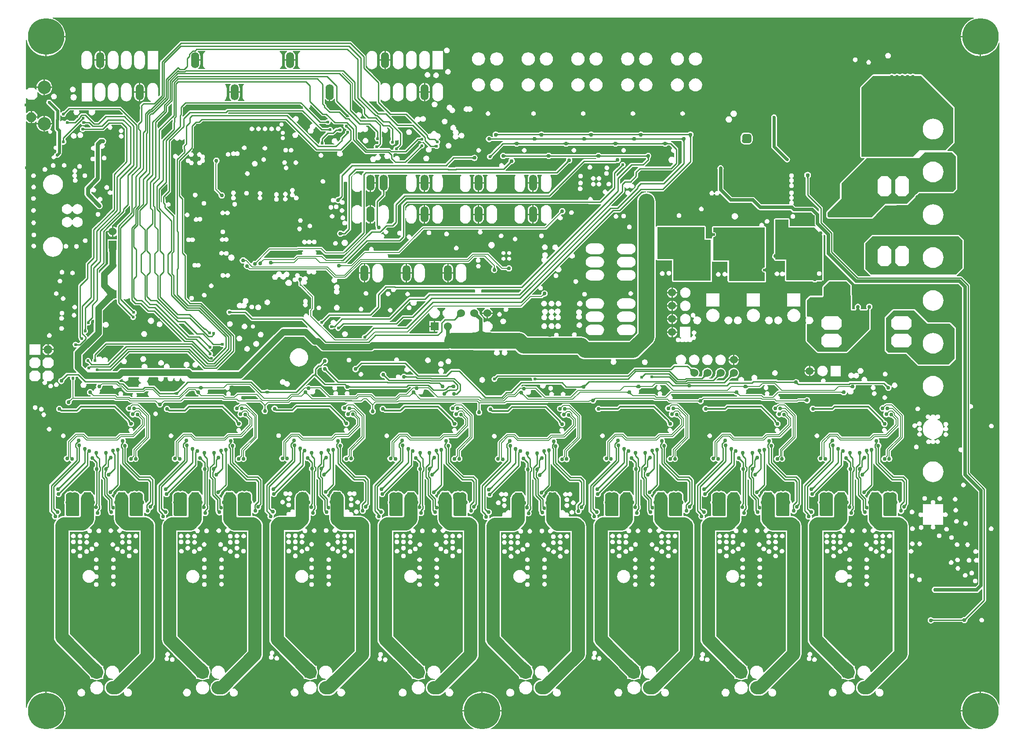
<source format=gbr>
G04 CAM350 V10.5 (Build 464) Date:  Wed Nov 01 10:35:23 2023 *
G04 Database: (Untitled) *
G04 Layer 12: l4 *
%FSLAX25Y25*%
%MOIN*%
%SFA1.000B1.000*%

%MIA0B0*%
%IPPOS*%
%AMA1l4*
4,1,8,0.01305,0.03150,0.03150,0.01305,0.03150,-0.01305,0.01305,-0.03150,-0.01305,-0.03150,-0.03150,-0.01305,-0.03150,0.01305,-0.01305,0.03150,0.01305,0.03150,0.00000*
%
%AMA2l4*
4,1,8,0.01471,0.03550,0.03550,0.01471,0.03550,-0.01470,0.01471,-0.03550,-0.01470,-0.03550,-0.03550,-0.01470,-0.03550,0.01471,-0.01470,0.03550,0.01471,0.03550,0.00000*
%
%ADD70C,0.01300*%
%ADD71C,0.01100*%
%ADD25C,0.00900*%
%ADD26C,0.01000*%
%ADD72C,0.03100*%
%ADD31C,0.02500*%
%ADD32C,0.02300*%
%ADD96C,0.00800*%
%ADD129C,0.04934*%
%ADD134C,0.01700*%
%ADD219C,0.03000*%
%ADD220C,0.02900*%
%ADD240C,0.02400*%
%ADD243C,0.00700*%
%ADD419C,0.02375*%
%ADD420C,0.01784*%
%ADD421C,0.04737*%
%ADD422C,0.05131*%
%ADD424C,0.13005*%
%ADD425C,0.10100*%
%ADD426C,0.10000*%
%ADD427C,0.12100*%
%ADD428C,0.01110*%
%ADD429C,0.05100*%
%ADD430C,0.03700*%
%ADD431R,0.08100X0.08100*%
%ADD432R,0.06006X0.06006*%
%ADD433C,0.06006*%
%ADD434A1l4*%
%ADD435O,0.06100X0.12100*%
%ADD436C,0.27659*%
%ADD437C,0.08100*%
%ADD438A2l4*%
%ADD439C,0.02975*%
%ADD440C,0.07974*%
%ADD441C,0.00755*%
%ADD442O,0.06130X0.12130*%
%ADD443C,0.07099*%
%LNl4*%
%LPD*%
G36*
X4573Y22199D02*
G01Y37284D01*
Y190799*
Y228551*
Y233521*
Y244544*
Y249937*
Y266278*
Y268853*
Y268854*
Y271982*
Y281979*
Y294024*
Y294025*
Y304727*
Y310002*
Y317628*
Y326200*
Y332800*
Y336501*
Y345950*
Y352724*
Y372580*
Y381002*
Y390184*
Y396584*
Y396585*
Y399583*
Y408615*
Y417386*
Y419376*
Y425958*
Y430754*
Y433758*
Y464947*
Y464948*
Y466969*
X4575Y466975*
Y466976*
X4584Y466982*
X5021Y467162*
X5036Y467165*
X5041Y467162*
X6341Y465862*
X8099*
G75*
G03X8100Y465863I0J1*
G01Y467854*
Y474844*
X8099*
X6342*
X6341*
X6277Y474780*
X6240Y474743*
X5040Y473544*
X5035Y473541*
X5030*
X4586Y473725*
X4576Y473731*
X4573Y473737*
Y474851*
Y481625*
Y484772*
X4579Y484778*
X5015Y484959*
G02X5029Y484963I15J-27*
X5044Y484959I0J-31*
G01X6344Y483659*
X6345*
X10856*
X13095Y485898*
Y485899*
Y486079*
X13100Y489257*
X13102Y489263*
Y489264*
X13113Y489270*
X13583Y489438*
G02X13594Y489441I11J-19*
X13605Y489438I0J-21*
G01X14137Y488791*
X15045Y488044*
X16093Y487484*
X17222Y487142*
X17871Y487077*
X17893*
X17900Y487080*
Y487081*
Y489811*
Y492547*
G03X17899Y492548I-1J0*
G01X12421*
Y492547*
X12486Y491882*
X12552Y491665*
Y491658*
X12546Y491652*
X12113Y491394*
X12111*
X12110*
X12106Y491397*
X10856Y492647*
X10855*
X6345*
X6344*
X5044Y491347*
X5034Y491340*
X4580Y491528*
X4573Y491534*
Y493555*
Y493556*
Y528981*
X4575Y528987*
X5058Y529046*
X5069*
X5074Y529043*
X5585Y526916*
X6477Y524764*
X7693Y522779*
X9203Y521013*
X10975Y519501*
X12966Y518282*
X15123Y517392*
X17351Y516858*
X19181Y516712*
X19185Y516714*
Y516715*
Y523852*
Y531488*
X19684Y531501*
X19685*
Y531992*
X34470Y532004*
Y532005*
X34328Y533815*
X33785Y536073*
X32895Y538225*
X31680Y540209*
X30172Y541976*
X28402Y543487*
X26424Y544700*
X24687Y545422*
X24678Y545428*
X24677Y545434*
X24773Y545920*
X723259Y545919*
X723355Y545434*
X723354Y545428*
X723345Y545422*
X721607Y544700*
X719638Y543493*
X717866Y541982*
X716356Y540215*
X715136Y538225*
X714246Y536072*
X713704Y533814*
X713561Y532005*
X713562Y532004*
X728346Y531992*
Y531501*
X728347Y531500*
X728846Y531488*
Y516715*
Y516714*
X728850Y516712*
X730679Y516857*
X732929Y517399*
X735077Y518288*
X737056Y519501*
X738828Y521013*
X740338Y522779*
X741554Y524764*
X742446Y526916*
X742475Y527034*
X742481Y527037*
X742482*
X742947Y526984*
X742973Y526978*
Y513934*
Y512061*
Y504902*
Y417118*
Y396330*
Y236003*
Y158079*
Y103663*
Y88665*
Y24202*
X742947Y24196*
X742496Y24143*
X742481*
X742476Y24146*
X742475Y24147*
X742446Y24265*
X741555Y26417*
X740339Y28401*
X738822Y30174*
X737049Y31686*
X735069Y32899*
X732915Y33788*
X730686Y34323*
X728852Y34469*
X728846Y34466*
Y27328*
Y19692*
X728347Y19680*
G03X728346Y19679I0J-1*
G01Y19195*
X713561Y19182*
X713560Y19181*
X713703Y17372*
X714246Y15108*
X715140Y12949*
X716353Y10971*
X717867Y9199*
X719640Y7687*
X721609Y6480*
X721993Y6318*
X721998Y6312*
X721902Y5833*
X356837*
X356742Y6312*
X356747Y6318*
X357131Y6480*
X359108Y7693*
X360879Y9205*
X362390Y10977*
X363603Y12956*
X364494Y15108*
X365036Y17372*
X365179Y19182*
X365178*
X335609*
X335608Y19181*
X335750Y17372*
X336293Y15108*
X337187Y12949*
X338401Y10971*
X339915Y9199*
X341688Y7687*
X343656Y6480*
X344040Y6318*
X344045Y6312*
X343950Y5833*
X26129*
X26033Y6312*
X26038Y6318*
X26409Y6474*
X28391Y7687*
X30164Y9198*
X31678Y10971*
X32891Y12949*
X33785Y15108*
X34328Y17372*
X34471Y19182*
X34470*
X19685Y19195*
Y19679*
G03X19684Y19680I-1J0*
G01X19185Y19692*
Y34466*
X19179Y34469*
X17345Y34323*
X15096Y33782*
X12950Y32892*
X10973Y31679*
X9209Y30174*
X7692Y28401*
X6476Y26417*
X5584Y24264*
X5074Y22137*
X5070Y22134*
X5069*
X4582Y22193*
X4573Y22199*
G37*
%LPC*%
G36*
X7163Y281979D02*
G01Y281978D01*
X7168Y281972*
X9208Y279932*
X13318*
X15358Y281972*
X15363Y281979*
Y286072*
X15362Y286078*
X13316Y288124*
X13315Y288125*
X9211Y288124*
X9210*
X7164Y286078*
X7163Y286072*
Y281979*
G37*
G36*
Y289926D02*
G01X7164Y289925D01*
X15362*
X15363Y289926*
Y291981*
Y294024*
Y294025*
Y296074*
Y298123*
G03X15362Y298124I-1J0*
G01X7164*
G03X7163Y298123I0J-1*
G01Y294025*
Y289926*
G37*
G36*
X8466Y399577D02*
G01X8601Y398899D01*
X8986Y398320*
X8993Y398314*
X9561Y397935*
Y397934*
X9580Y397928*
X10249Y397795*
X10918Y397928*
X10937Y397934*
Y397935*
X11505Y398314*
X11512Y398320*
X11898Y398899*
X12032Y399577*
Y399583*
X11898Y400261*
X11662Y400615*
X11660Y400617*
X11624Y400671*
X11512Y400839*
X10936Y401225*
X10249Y401364*
X9562Y401225*
X8986Y400839*
X8601Y400261*
X8466Y399583*
Y399577*
G37*
G36*
X8601Y407931D02*
G01X8987Y407352D01*
X9565Y406967*
X10241Y406833*
X10257*
X10933Y406967*
X11511Y407352*
X11898Y407931*
X12033Y408615*
X11899Y409293*
X11897Y409299*
X11896*
X11514Y409872*
X11508Y409878*
X10930Y410263*
Y410264*
X10249Y410397*
X9568Y410264*
Y410263*
X8990Y409878*
X8984Y409872*
X8602Y409299*
X8600Y409293*
X8465Y408615*
X8601Y407931*
G37*
G36*
X8704Y371896D02*
G01Y371895D01*
X9092Y371317*
X9093*
X9668Y370931*
X9669*
X10344Y370798*
X10360*
X11035Y370931*
X11036*
X11612Y371317*
X11613*
X12001Y371895*
Y371896*
X12031Y372051*
X12035Y372068*
X12036Y372072*
X12136Y372580*
X12002Y373258*
X12000Y373264*
X11617Y373836*
X11612Y373843*
X11034Y374228*
X10357Y374362*
X10347*
X9670Y374228*
X9093Y373843*
X9088Y373836*
X8705Y373264*
X8703Y373258*
X8568Y372580*
X8704Y371896*
G37*
G36*
X8674Y389500D02*
G01Y389499D01*
X9061Y388921*
X9062*
X9638Y388535*
X9639*
X10314Y388402*
X10328*
X11004Y388535*
X11005*
X11581Y388921*
X11582*
X11969Y389499*
Y389500*
X11971Y389506*
X12106Y390184*
X11996Y390733*
X11995Y390740*
X11992Y390756*
X11969Y390868*
X11582Y391446*
Y391447*
X11003Y391832*
X10326Y391966*
X10316*
X9640Y391832*
X9061Y391447*
Y391446*
X8674Y390868*
X8537Y390184*
X8674Y389500*
G37*
G36*
X8686Y416702D02*
G01Y416701D01*
X9073Y416123*
X9633Y415750*
X9654Y415738*
Y415737*
X10330Y415604*
X10338*
X11014Y415737*
Y415738*
X11595Y416123*
X11981Y416701*
Y416702*
X12118Y417386*
X11981Y418070*
X11595Y418649*
X11016Y419034*
X11015*
X10339Y419168*
X10329*
X9653Y419034*
X9652*
X9073Y418649*
X8686Y418070*
X8550Y417386*
X8686Y416702*
G37*
G36*
X8622Y425274D02*
G01Y425273D01*
X9010Y424695*
X9579Y424316*
X9591Y424309*
X10266Y424176*
X10272*
X10948Y424309*
X10949*
X10960Y424315*
X11529Y424695*
X11917Y425273*
Y425274*
X11919Y425280*
X12054Y425958*
X11917Y426642*
X11530Y427220*
Y427221*
X10953Y427606*
X10274Y427740*
X10263*
X9586Y427606*
X9009Y427221*
Y427220*
X8622Y426642*
X8485Y425958*
X8622Y425274*
G37*
G36*
X8816Y380324D02*
G01X8817D01*
X8820Y380318*
X9202Y379746*
X9209Y379740*
X9777Y379360*
X9793Y379354*
X10466Y379221*
X11139Y379354*
X11155Y379360*
X11722Y379740*
X11729Y379746*
X12111Y380318*
X12114Y380324*
X12115*
X12250Y381002*
X12249Y381009*
X12114Y381686*
Y381687*
X11728Y382265*
X11727*
X11152Y382651*
X10466Y382789*
X9780Y382651*
X9204Y382265*
X9203*
X8817Y381687*
Y381686*
X8683Y381009*
Y381002*
X8816Y380324*
G37*
G36*
X9100Y465857D02*
G01Y465856D01*
X9101*
X10853*
X12102Y467106*
X12113Y467113*
X12550Y466851*
X12552Y466845*
X12487Y466627*
X12420Y465956*
G03X12421Y465955I1J0*
G01X17899*
X17900Y465956*
Y468692*
Y471429*
Y471430*
X17897Y471432*
X17896*
X17236Y471367*
X16100Y471025*
X15049Y470465*
X14140Y469719*
X13603Y469066*
X13599Y469063*
X13106Y469240*
X13100Y469246*
Y469852*
X13099Y469853*
X9101Y469852*
X9100*
Y467854*
Y465857*
G37*
G36*
Y470848D02*
G01X9101D01*
X13099*
G03X13100Y470849I0J1*
G01Y471723*
Y472599*
X13098Y472605*
X10853Y474850*
X10852Y474851*
X9275Y474854*
X9101Y474851*
X9100Y474850*
Y470848*
G37*
G36*
X9838Y249259D02*
G01X9841Y249253D01*
X10224Y248681*
X10230Y248674*
X10798Y248295*
X10812Y248289*
X11488Y248156*
X12163Y248289*
X12177Y248295*
X12745Y248674*
X12751Y248680*
X12835Y248805*
X12869Y248857*
X12874Y248864*
X13134Y249253*
X13137Y249259*
X13272Y249937*
X13271Y249943*
X13136Y250621*
X12750Y251200*
X12173Y251585*
X12172*
X12147Y251592*
G03X11527Y251706I-618J-1618*
X11016Y251629I0J-1731*
G01X10803Y251585*
X10802*
X10225Y251200*
X9839Y250621*
X9704Y249943*
X9703Y249937*
X9838Y249259*
G37*
G36*
X12487Y464276D02*
G01X12831Y463144D01*
X13386Y462105*
X14137Y461191*
X15054Y460438*
X16091Y459884*
X17217Y459542*
X17899Y459473*
G03X17900Y459474I0J1*
G01Y462210*
Y462211*
Y464947*
X17899Y464948*
X12421*
Y464947*
X12487Y464276*
G37*
G36*
X12421Y493556D02*
G01X17899D01*
X17900*
Y496292*
Y496293*
Y499029*
Y499030*
X17897Y499032*
X17238Y498967*
X16100Y498625*
X15049Y498065*
X14134Y497313*
X13388Y496405*
X12830Y495359*
X12487Y494227*
X12420Y493556*
X12421*
G37*
G36*
X14442Y248799D02*
G01X14577Y248121D01*
Y248120*
X14962Y247542*
X15538Y247156*
X16225Y247018*
X16912Y247156*
X17488Y247542*
X17873Y248120*
Y248121*
X18008Y248799*
X18009Y248805*
X17971Y248993*
X17970Y249000*
X17967Y249016*
X17873Y249483*
X17870Y249489*
X17489Y250061*
X17482Y250068*
X16914Y250447*
X16896Y250453*
X16225Y250586*
X15554Y250453*
X15536Y250447*
X14968Y250068*
X14961Y250061*
X14878Y249937*
X14841Y249882*
X14806Y249829*
X14580Y249489*
X14577Y249483*
X14441Y248805*
X14442Y248799*
G37*
G36*
X16333Y243866D02*
G01X16336Y243860D01*
X16719Y243287*
X16725Y243281*
X17294Y242902*
X17295*
X17313Y242895*
X17982Y242762*
X18652Y242895*
X18670Y242902*
X18671*
X19240Y243281*
X19246Y243287*
X19629Y243860*
X19632Y243866*
X19767Y244544*
X19766Y244550*
X19631Y245228*
X19245Y245806*
Y245807*
X18668Y246192*
X18667*
X17982Y246330*
X17298Y246192*
X17297*
X16720Y245807*
Y245806*
X16334Y245228*
X16199Y244550*
X16198Y244544*
X16333Y243866*
G37*
G36*
X17024Y268175D02*
G01X17027Y268169D01*
X17409Y267597*
X17415Y267591*
X17985Y267211*
X18001Y267205*
X18674Y267072*
X19346Y267205*
X19362Y267211*
X19931Y267591*
X19938Y267597*
X20320Y268169*
X20323Y268175*
X20458Y268853*
Y268854*
X20345Y269426*
X20347Y269432*
X20615Y269923*
X23315Y269930*
X23316*
X25362Y271976*
X25363Y271982*
Y276075*
Y276076*
X25358Y276082*
X23318Y278122*
X19208*
X17168Y276082*
X17163Y276076*
Y276075*
Y271982*
X17164Y271976*
X18147Y270993*
X18152Y270987*
Y270981*
X18032Y270583*
X18029Y270576*
X17957Y270483*
X17950Y270477*
X17412Y270116*
X17411*
X17025Y269538*
X16889Y268853*
X17024Y268175*
G37*
G36*
X17163Y281979D02*
G01Y281978D01*
X17168Y281972*
X19208Y279932*
X23318*
X25358Y281972*
X25363Y281979*
Y286072*
X25362Y286078*
X23316Y288124*
X23315Y288125*
X19211Y288124*
X19210*
X17164Y286078*
X17163Y286072*
Y281979*
G37*
G36*
Y291981D02*
G01X17165Y291975D01*
X19211Y289929*
X19212Y289928*
X20762*
X20763Y289929*
Y291728*
Y293526*
G03X20762Y293527I-1J0*
G01X17164*
G03X17163Y293526I0J-1*
G01Y291981*
G37*
G36*
Y294529D02*
G01X17164D01*
X20762*
X20763*
Y296324*
Y296325*
Y298120*
X20762Y298121*
X19207*
X17167Y296081*
X17166Y296080*
X17163Y296074*
Y294529*
G37*
G36*
X17251Y430070D02*
G01Y430069D01*
X17638Y429491*
X18216Y429105*
X18217*
X18893Y428972*
X18907*
X19583Y429105*
X19584*
X20161Y429491*
X20548Y430069*
Y430070*
X20684Y430754*
X20549Y431432*
X20547Y431438*
X20164Y432010*
X20159Y432016*
X19583Y432402*
X19582*
X18905Y432536*
X18894*
X18218Y432402*
X18217*
X17640Y432016*
X17635Y432010*
X17252Y431438*
X17250Y431432*
X17116Y430754*
X17251Y430070*
G37*
G36*
X17584Y370577D02*
G01X18015Y369159D01*
X18713Y367852*
X19652Y366708*
X20796Y365768*
X22111Y365066*
X23486Y364649*
X23532Y364636*
X25000Y364492*
X26468Y364636*
X27888Y365065*
X29204Y365768*
X30348Y366708*
X31287Y367852*
X31985Y369159*
X32416Y370577*
X32561Y372051*
X32534Y372329*
X32524Y372427*
X32523Y372437*
X32416Y373525*
X31984Y374950*
X31285Y376256*
X31062Y376528*
X31026Y376572*
X30974Y376635*
X30346Y377401*
X29201Y378340*
X27897Y379037*
X26485Y379466*
X25017Y379612*
X23515Y379466*
X22102Y379037*
X20799Y378340*
X19654Y377401*
X18715Y376256*
X18013Y374944*
X17584Y373525*
X17490Y372580*
X17489Y372570*
X17480Y372472*
X17438Y372051*
X17584Y370577*
G37*
G36*
Y417902D02*
G01X17731Y417415D01*
X17740Y417386*
X18013Y416484*
X18715Y415171*
X19654Y414027*
X20800Y413088*
X22102Y412391*
X23516Y411962*
X24994Y411816*
X26484Y411962*
X27896Y412391*
X29200Y413087*
X30346Y414027*
X31285Y415171*
X31973Y416459*
X31987Y416484*
X31989Y416492*
X32416Y417902*
X32561Y419376*
X32416Y420851*
X31986Y422269*
X31287Y423575*
X30349Y424720*
X29204Y425659*
X28708Y425925*
X28671Y425944*
X28506Y426032*
X27890Y426362*
X26472Y426791*
X25000Y426937*
X23528Y426791*
X22109Y426362*
X21354Y425958*
X21353*
X21189Y425870*
X21152Y425850*
X20795Y425659*
X19651Y424720*
X18713Y423575*
X18014Y422269*
X17584Y420851*
X17438Y419376*
X17584Y417902*
G37*
G36*
X18901Y459473D02*
G01X19583Y459542D01*
X20709Y459884*
X20931Y460002*
G02X20943Y460006I12J-17*
X20954Y460002I-1J-21*
G01X21381Y459685*
X21386Y459679*
Y459673*
X21324Y459355*
Y459349*
X21439Y458771*
X21440*
X21442Y458765*
X21770Y458273*
X22262Y457943*
X22281Y457937*
X22853Y457824*
X23424Y457937*
X23443Y457943*
X23935Y458273*
X24264Y458764*
X24266Y458771*
X24267*
X24381Y459349*
X24382Y459355*
X24267Y459934*
X24265Y459940*
X23936Y460432*
X23930Y460438*
X23445Y460761*
X23431Y460768*
X23024Y460848*
X23008Y460855*
X23007*
X22815Y461278*
X22813Y461284*
X22806Y461358*
X22807Y461365*
X23413Y462105*
X23969Y463144*
X24313Y464276*
X24379Y464947*
Y464948*
X18901*
X18900Y464947*
Y462211*
Y459474*
G03X18901Y459473I1J0*
G37*
G36*
X18900Y465956D02*
G01X18901Y465955D01*
X24379*
G03X24380Y465956I0J1*
G01X24313Y466627*
X23970Y467759*
X23412Y468804*
X22660Y469719*
X21750Y470465*
X20700Y471025*
X19564Y471367*
X18937Y471429*
X18904Y471432*
X18903*
X18900Y471430*
Y471429*
Y468692*
Y465956*
G37*
G36*
Y487075D02*
G01Y487074D01*
X18901*
G03X21754Y488044I-448J5998*
G01X22664Y488791*
X23414Y489705*
X23969Y490744*
X24177Y491428*
X24184Y491453*
X24187Y491461*
X24313Y491876*
X24379Y492540*
Y492547*
Y492548*
X18901*
G03X18900Y492547I0J-1*
G01Y489811*
Y487075*
G37*
G36*
Y493556D02*
G01X18901D01*
X24379*
X24380*
X24313Y494227*
X23970Y495360*
X23412Y496405*
X22666Y497313*
X21750Y498065*
X20699Y498625*
X19562Y498967*
X18934Y499030*
X18903Y499032*
X18900Y499030*
Y499029*
Y496293*
Y493556*
G37*
G36*
X20037Y480791D02*
G01X20040Y480785D01*
X20510Y480082*
X20515Y480076*
X20735Y479927*
X26216Y474446*
X26220Y474440*
X26222Y474434*
Y471723*
Y469289*
X26221Y469283*
X26185Y469227*
X26022Y468406*
Y465955*
X26023Y461688*
X26185Y460873*
X26649Y460177*
X27395Y459429*
G02X27402Y459423I-62J-79*
G01X27469Y459356*
Y459355*
X27519Y459306*
X27522Y459299*
X27521Y448961*
X27517Y448955*
X27145Y448650*
X27134Y448644*
G03X27075Y448656I-58J-135*
X27033Y448650I0J-147*
G01X26474Y448538*
X25982Y448208*
X25981*
X25650Y447711*
X25533Y447126*
X25650Y446541*
X25651*
X25978Y446050*
X25985Y446044*
X26477Y445714*
X27063Y445599*
X27133Y445611*
X27134*
X27140Y445608*
X27518Y445297*
X27522Y445291*
Y444146*
X27520Y444140*
X27515Y444134*
X26749Y443369*
X26612Y443276*
Y443275*
X26137Y442567*
Y442566*
X25968Y441727*
X25964Y441720*
X25809Y441565*
X25800Y441559*
X24923Y441378*
X24429Y441049*
Y441048*
X24096Y440551*
X23980Y439966*
X24096Y439382*
Y439381*
X24430Y438884*
X24922Y438554*
X25505Y438439*
X25515*
X26097Y438554*
X26589Y438884*
X26952Y439419*
X26961Y439425*
X27473Y439661*
X27485Y439664*
X27501Y439665*
X28163Y439535*
X29006Y439705*
X29007*
X29713Y440178*
X29714*
X29909Y440470*
X31176Y441739*
X31641Y442436*
X31803Y443251*
X31804Y449253*
X31806Y449260*
X31813Y449266*
X32291Y449558*
X32301Y449561*
X32316*
X32959Y449437*
X32967*
X33800Y449602*
X33801*
X34509Y450074*
X34515Y450081*
X34985Y450784*
X34988Y450790*
X35154Y451623*
X35155Y451630*
X35154*
X34989Y452463*
X34986Y452469*
X34516Y453172*
G02X34390Y453328I86J198*
G01Y454180*
X34392Y454186*
X34396Y454192*
X36431Y456227*
X36497Y456293*
G02X36505Y456301I75J-67*
G01X45599Y465395*
X45606Y465399*
X46223Y465308*
X46229Y465302*
X46511Y464879*
X46512*
X46519Y464873*
X47217Y464406*
X47233Y464400*
X48063Y464236*
X48893Y464400*
X48909Y464406*
X49607Y464873*
X49614Y464879*
X49674Y464960*
X49703Y464979*
X49730Y464991*
X49731*
X51779*
X53550Y463218*
X53551Y463212*
X53364Y462758*
X49246*
X49227Y462764*
X49200Y462777*
X49164Y462802*
X49159Y462808*
X49114Y462876*
X49113*
X48407Y463349*
X48406*
X47563Y463519*
X46720Y463349*
X46719*
X46013Y462876*
X46012*
X45539Y462167*
X45371Y461327*
X45538Y460488*
Y460487*
X46012Y459779*
Y459778*
X46718Y459306*
X46722Y459299*
X46553Y458870*
X46548Y458867*
X46536*
X45770Y459016*
X45756*
X44924Y458852*
X44923*
X44216Y458379*
X44210Y458373*
X43740Y457670*
X43738Y457664*
X43737Y457663*
X43572Y456830*
Y456824*
X43686Y456249*
X43687Y456243*
X43691Y456226*
X43738Y455990*
X43741Y455984*
X44210Y455281*
X44216Y455275*
X44924Y454802*
X45736Y454640*
X45790*
X46602Y454802*
X47310Y455275*
X47316Y455281*
X47748Y455928*
X47785Y455983*
Y455984*
X47788Y455990*
X47954Y456824*
Y456830*
X47789Y457663*
X47788Y457664*
X47785Y457670*
X47316Y458373*
X47310Y458379*
X46605Y458852*
X46604Y458858*
X46774Y459287*
X46778Y459290*
X47563Y459135*
X48389Y459299*
X48407Y459306*
X48408*
X49114Y459778*
Y459779*
G02X49246Y459897I190J-79*
G01X62893Y459903*
X63426Y460009*
X63565Y460102*
X63685Y460182*
X63693Y460187*
X63890Y460320*
X66054Y462484*
G02X66068Y462487I13J-28*
X66081Y462484I0J-31*
G01X66593Y462329*
X66604Y462323*
Y462322*
X66688Y461912*
X67070Y461340*
X67077Y461334*
X67645Y460954*
X67662Y460948*
X68333Y460815*
X69005Y460948*
X69022Y460954*
X69590Y461333*
X69597Y461340*
X69979Y461912*
X69982Y461918*
X69983*
X70117Y462596*
X70118*
X70117Y462603*
X69982Y463280*
Y463281*
X69596Y463859*
X69239Y464102*
Y464108*
X69387Y464593*
X76558*
X79531Y461620*
X79534Y461614*
Y461613*
Y460102*
Y455928*
Y452252*
X79533Y439450*
Y437117*
X79528Y437111*
X70472Y428054*
X70165Y427594*
X70056Y427046*
Y417125*
Y414581*
Y414580*
X70051Y414574*
X70037Y414568*
X69562Y414416*
X69561*
X69555Y414419*
X68989Y414798*
X68971Y414804*
X68300Y414937*
X67629Y414804*
X67611Y414798*
X67044Y414419*
X67036Y414412*
X66654Y413840*
X66651Y413834*
X66517Y413156*
Y413150*
X66651Y412472*
X67037Y411893*
X67613Y411508*
Y411507*
X68300Y411369*
X68987Y411507*
Y411508*
X69554Y411887*
X69561Y411890*
X69576Y411887*
X70038Y411738*
X70052Y411732*
Y411731*
X70056Y411725*
X70054Y401057*
X65582Y396584*
X65511Y396514*
X65474Y396477*
X59748Y390750*
X59677Y390680*
Y390679*
X54952Y385954*
X54645Y385494*
Y385493*
X54643Y385487*
X54535Y384946*
Y381002*
Y376636*
Y372244*
Y364325*
X54534Y364319*
X54530Y364313*
X50251Y360033*
X49944Y359573*
X49835Y359025*
Y352152*
Y348724*
X49833Y348718*
X49829Y348712*
X47067Y345950*
X46997Y345879*
X46960Y345842*
X44406Y343288*
X44099Y342827*
X43990Y342280*
Y336501*
Y332800*
Y326200*
Y320104*
Y310002*
X43991Y304727*
Y303669*
X44099Y303128*
X44102Y303122*
X44409Y302662*
X44410*
G02X44588Y302413I-131J-282*
G01X44571Y302326*
X44736Y301492*
X44738Y301486*
X45213Y300777*
X45575Y300534*
X45581Y300528*
X45583Y300522*
X45630Y300037*
X45629Y300030*
X44760Y299160*
X44759*
X43739*
X43708Y299172*
X43697Y299178*
X43662Y299203*
X43612Y299278*
X42904Y299750*
Y299751*
X42063Y299919*
X41222Y299751*
Y299750*
X40514Y299278*
X40039Y298569*
X40036Y298562*
X39871Y297729*
X39872Y297723*
X40037Y296889*
X40511Y296180*
X40518Y296174*
X41216Y295707*
X41229Y295701*
X42061Y295536*
X42062*
X42696Y295660*
X42862Y295351*
X42865Y295347*
X42889Y295301*
X42942Y295203*
X42941Y295197*
X41768Y294024*
X41698Y293954*
X41661Y293917*
X41467Y293723*
X40907Y292995*
X40904Y292989*
X40554Y292143*
X40532Y291981*
X40531Y291968*
X40518Y291873*
X40433Y291228*
Y281979*
Y280629*
X40553Y279714*
X40905Y278862*
X41464Y278134*
X42669Y276928*
X42672Y276921*
X42671Y276915*
X42486Y276467*
X35698Y276455*
X35139Y276343*
X34646Y276013*
X31441Y272810*
G02X31072Y272636I-581J753*
G01X30949Y272611*
X30847Y272573*
X30423Y272486*
X29671Y271982*
X29634Y271958*
Y271957*
X29614Y271929*
X29612Y271925*
X29102Y271161*
X28916Y270228*
X29101Y269295*
X29103Y269289*
X29632Y268499*
X30420Y267970*
X30436Y267964*
X31363Y267781*
X32289Y267964*
X32305Y267970*
X33094Y268499*
X33623Y269289*
X33625Y269295*
X33810Y270228*
X33748Y270545*
X33747Y270552*
X33751Y270614*
X33740Y270713*
X33744Y270744*
X33746Y270751*
X33769Y270794*
X33773Y270800*
X36360Y273388*
X37736*
X38080Y272897*
X38082Y272891*
Y272890*
X37972Y272324*
X38136Y271491*
X38139Y271485*
X38610Y270782*
G02X38837Y270527I-287J-484*
G01Y267416*
Y258055*
X38836Y258048*
X38832Y258042*
X37433Y256643*
X37421Y256636*
X37348Y256612*
X37213Y256580*
X36969Y256560*
X36806Y256584*
X36800*
X35872Y256400*
X35859Y256394*
X35076Y255871*
X35070Y255865*
X34542Y255075*
X34357Y254142*
X34356Y254136*
X34542Y253203*
X35070Y252413*
X35075Y252407*
X35868Y251878*
X36771Y251697*
X36835*
X37738Y251878*
X38531Y252406*
X38536Y252413*
X39064Y253203*
X39250Y254136*
G02X39233Y254342I1270J209*
X39304Y254764I1287J0*
G01X40336Y255797*
X71207*
X71648Y255355*
X72077Y255069*
X72574Y254969*
X81639Y254963*
X82416Y254186*
X82844Y253899*
X82863Y253893*
X83331Y253800*
X102338Y253787*
X102339*
X103400Y252724*
X103405Y252718*
X103413Y252705*
X103483Y252525*
X103606Y251946*
X103644Y251841*
X103741Y251362*
Y251361*
X104269Y250572*
Y250571*
X105059Y250043*
X106000Y249854*
X106940Y250043*
X107731Y250571*
Y250572*
X108259Y251361*
Y251362*
X108332Y251722*
X108369Y251809*
X108445Y252151*
X108625Y252649*
X108629Y252655*
X109761Y253787*
X109762Y253788*
X122290Y253800*
X122759Y253893*
X122778Y253899*
X123206Y254186*
X124817Y255797*
X152998*
X153440Y255355*
X153869Y255069*
X154365Y254969*
X163925Y254963*
X164845Y254043*
X165271Y253756*
X165287Y253750*
X165761Y253657*
X166573Y253644*
X166620Y253159*
X166616Y253153*
X166615*
X166503Y253128*
X166502*
X166073Y252842*
X165003Y251772*
X164993Y251765*
X164992*
X164526Y251856*
X164508*
X163584Y251673*
X163583Y251672*
X162790Y251144*
X162784Y251137*
X162256Y250348*
Y250347*
X162071Y249415*
Y249414*
Y249408*
X162256Y248475*
X162784Y247685*
X162790Y247679*
X163573Y247156*
X163585Y247150*
X164488Y246970*
X164546*
X165440Y247147*
X165451*
X165456Y247144*
X165716Y246740*
X165717Y246734*
Y246733*
X165711Y246727*
X165540Y246609*
X165012Y245819*
X164826Y244886*
X164827Y244880*
X165012Y243947*
X165541Y243157*
X165548Y243151*
X166330Y242628*
X166343Y242622*
X166344*
X167271Y242438*
X168204Y242622*
X168217Y242628*
X169000Y243150*
X169003Y243152*
X169973Y242528*
X169992Y242522*
X170915Y242339*
X171324Y242420*
X171330*
X171337Y242416*
X173210Y240544*
X173214Y240538*
X173215Y240532*
X173214Y237739*
Y237434*
X173211Y237428*
X167959Y232177*
X167949Y232170*
X167501Y232408*
X167492Y232414*
X167490Y232420*
X167580Y232880*
Y232881*
X167445Y233558*
Y233559*
X167059Y234137*
X166483Y234523*
X166482*
X165797Y234660*
X165111Y234523*
X165110*
X164534Y234137*
X164148Y233559*
Y233558*
X164012Y232874*
X164147Y232196*
X164150Y232190*
X164532Y231618*
X164539Y231612*
X165032Y231282*
X165036Y231276*
Y231275*
X165009Y230940*
X165008Y230933*
X164954Y230784*
X157722Y230778*
X157201Y230672*
X156757Y230374*
X154467Y228085*
X154466Y228084*
X133417Y228085*
X133416*
X130927Y230573*
X130483Y230871*
X130465Y230878*
X129965Y230977*
X124217*
X123717Y230877*
X123699Y230871*
X123256Y230573*
X121234Y228551*
X121163Y228480*
X121126Y228443*
X117569Y224887*
X117270Y224439*
X117165Y223910*
Y213622*
X117156Y213616*
X116551Y213491*
X116550*
X115761Y212963*
Y212962*
X115234Y212172*
X115231Y212166*
X115045Y211233*
X115232Y210300*
X115235Y210294*
X115762Y209504*
X116553Y208975*
X117492Y208787*
X118432Y208975*
X119213Y209498*
X119220Y209501*
X119224*
X119231Y209498*
X120175Y208863*
X120584Y208782*
X120601Y208776*
X120764Y208241*
Y208235*
X120759Y208229*
X104411Y191881*
X104078Y191384*
X103962Y190799*
Y171516*
X104079Y170931*
X104412Y170433*
X106334Y168511*
X106338Y168505*
X106337Y168499*
X106204Y168300*
Y168299*
X106018Y167366*
Y167360*
X106204Y166427*
X106736Y165631*
X107528Y165102*
X108435Y164922*
X108493*
X109110Y165043*
X109122*
X109123*
X109128Y165040*
X109367Y164592*
X109368Y164586*
X109364Y164580*
X108575Y163628*
X108016Y162583*
X107673Y161451*
X107557Y160275*
Y73991*
X107673Y72815*
X108017Y71683*
X108573Y70644*
X109323Y69730*
X116191Y62862*
G02X116198Y62855I-67J-74*
G01X116265Y62788*
X116266*
X120247Y58807*
G02X120255Y58799I-67J-75*
G01X120321Y58732*
X120322*
X126779Y52275*
X130257Y48730*
X132574Y46173*
X133043Y45594*
X133481Y44948*
X133484Y44941*
X133485Y44935*
X133486Y44096*
X133487Y44095*
X134509Y44089*
X134510Y44090*
Y44092*
X135126*
Y44089*
X135134Y44083*
X136181Y43523*
X137310Y43181*
X138446Y43069*
Y43067*
G03X138447Y43066I1J0*
G01X138525*
G03X138526Y43067I0J1*
G01Y43069*
X139661Y43181*
X140790Y43523*
X141837Y44083*
X141845Y44089*
X143485Y44095*
X143486Y44096*
Y45725*
G03X144515Y49090I-5511J3525*
G01X144398Y50272*
X144057Y51398*
X143499Y52443*
X143489Y52456*
X143487Y52462*
X143486Y53040*
X143492Y53078*
X143487Y53115*
X143486Y54091*
X143485Y54092*
X142702Y54098*
X142701*
X136578Y59528*
X119622Y76485*
X119619Y115693*
X119618Y121702*
Y128296*
Y134497*
X119617Y137340*
Y140985*
Y143250*
Y147952*
X119616Y152481*
Y155715*
X129384Y155728*
X130514Y155840*
X131642Y156182*
X132386Y156580*
X132396Y156583*
X132411*
X132420Y156580*
X132624Y156474*
X132874Y156282*
X132879Y156275*
X132880*
X133000Y155672*
X133002Y155666*
X133003*
X133385Y155094*
X133391Y155087*
X133969Y154702*
X134650Y154568*
X135330Y154702*
X135908Y155087*
X135914Y155093*
X136296Y155666*
X136297*
X136299Y155672*
X136434Y156350*
X136421Y156416*
X136420Y156420*
X136417Y156437*
X136298Y157034*
X135911Y157613*
X135333Y157998*
X134907Y158086*
X134899Y158092*
X134733Y158614*
Y158620*
X134736Y158627*
X137042Y160934*
X137792Y161849*
X138348Y162888*
X138693Y164020*
X138808Y165195*
Y167752*
X138812Y167758*
X139307Y168023*
X139308*
X139314Y168020*
X139649Y167796*
X139650*
X139668Y167789*
X140591Y167607*
X141515Y167789*
X141533Y167796*
X141534*
X142322Y168324*
Y168325*
X142850Y169114*
X142853Y169121*
X143038Y170054*
X142853Y170987*
X142460Y171578*
X142462Y171584*
X143071Y172193*
X143404Y172691*
X143521Y173276*
Y175428*
X143404Y176013*
X143223Y176287*
X143221Y176293*
Y195601*
X143224Y195607*
X143234Y195614*
X143679Y195797*
X143682*
X144459Y195023*
X144462Y195016*
Y183652*
X144579Y183067*
X144913Y182569*
X148162Y179316*
Y171951*
X148277Y171372*
X148279Y171366*
X148608Y170875*
X148690Y170788*
Y170787*
X148644Y170551*
X148830Y169618*
X149362Y168822*
X149363*
X150154Y168293*
X150155*
X151091Y168106*
X152028Y168293*
X152029*
X152514Y168617*
G02X152527Y168621I14J-24*
X152541Y168617I0J-28*
G01X153019Y168362*
X153025Y168356*
Y168355*
X153026Y165195*
X153142Y164020*
X153486Y162888*
X154041Y161849*
X154792Y160935*
X156938Y158788*
X156942Y158782*
Y158776*
X156781Y158247*
X156774Y158241*
X156507Y158185*
X156494Y158179*
X155925Y157799*
X155920Y157793*
X155537Y157221*
X155535Y157215*
X155401Y156537*
X155536Y155853*
Y155852*
X155923Y155274*
X156500Y154888*
X157178Y154754*
X157192*
X157870Y154888*
X158447Y155274*
X158833Y155852*
Y155853*
X158920Y156288*
X158922Y156294*
X158930Y156300*
X159390Y156568*
G02X159433Y156578I43J-88*
X159460Y156574I-1J-98*
G01X160193Y156182*
X161321Y155840*
X162450Y155728*
X172219Y155715*
Y152481*
Y147971*
X172218Y143250*
Y140985*
Y137340*
Y134497*
Y128296*
Y121702*
X172217Y115898*
X172215Y64990*
X155749Y48524*
X155744Y48521*
X155733*
X155724Y48524*
X155297Y48736*
X155294Y48742*
X155340Y49097*
X155168Y50397*
X154664Y51616*
X153862Y52661*
X152815Y53463*
X151612Y53961*
X151611*
X150297Y54137*
X148981Y53961*
X147778Y53463*
X146732Y52661*
X145929Y51616*
X145425Y50397*
X145255Y49090*
X145425Y47790*
X145930Y46571*
X145931*
X146733Y45526*
X147771Y44730*
X148984Y44226*
X150297Y44051*
X150649Y44092*
X150657Y44089*
X150873Y43654*
X150872Y43648*
Y43647*
X150543Y43318*
X149111Y43193*
X147986Y42851*
X146950Y42298*
X146032Y41545*
X145283Y40630*
X144728Y39592*
X144383Y38460*
X144268Y37284*
X144383Y36108*
X144727Y34976*
X145286Y33931*
X146031Y33023*
X146947Y32270*
X147982Y31717*
X149105Y31375*
X150274Y31256*
X152747Y31253*
X154226Y31374*
Y31375*
X155349Y31717*
X156384Y32270*
X157294Y33017*
X158669Y34391*
X158675Y34394*
Y34395*
X158684Y34394*
X158692Y34391*
X159146Y34168*
X159150Y34161*
G03X159080Y33534I2764J-626*
X159179Y32793I2834J2*
G01X159480Y32065*
X159962Y31437*
X160587Y30958*
X160588*
X161320Y30653*
X161510Y30609*
X161968Y30553*
X162416Y30566*
X162895Y30653*
X163628Y30958*
X163629*
X164253Y31437*
X164735Y32065*
X165038Y32799*
X165141Y33583*
X165038Y34366*
Y34367*
X164734Y35100*
Y35101*
X164252Y35729*
X163628Y36208*
X162894Y36513*
X162138Y36612*
X162079*
X161532Y36541*
X161528*
X161527*
X161522Y36544*
X161293Y37010*
X161294Y37016*
X161562Y37284*
X161629Y37351*
G02X161636Y37358I74J-67*
G01X182512Y58234*
X183262Y59149*
X183817Y60188*
X183872Y60368*
X183880Y60394*
X183882Y60400*
X184161Y61320*
X184277Y62502*
Y160275*
X184161Y161451*
X183818Y162583*
X183259Y163628*
X182508Y164542*
X181034Y166017*
X180123Y166763*
X179079Y167323*
X177951Y167665*
X176429Y167789*
X176428Y167790*
X176024Y168244*
X176020Y168250*
X176019Y168256*
Y170010*
X176021Y170016*
X176022*
X176034Y170023*
X176517Y170169*
X176518*
X176717Y169873*
X176718*
X176725Y169867*
X177506Y169345*
X177521Y169338*
X178449Y169155*
X179378Y169338*
X179393Y169345*
X180174Y169867*
X180181Y169873*
X180182*
X180709Y170663*
X180711Y170669*
X180897Y171602*
Y171603*
X180791Y172131*
X180805Y172137*
X181545Y172287*
X182338Y172816*
X182343Y172822*
X182871Y173612*
X183056Y174545*
X182962Y175030*
X182959Y175123*
X182945Y175204*
X182952Y175217*
X183465Y175733*
X183794Y176224*
Y176225*
X183796Y176231*
X183911Y176809*
Y194923*
X183794Y195508*
X183460Y196006*
X181202Y198264*
X180710Y198593*
X180696Y198599*
X180136Y198711*
X173065Y198724*
X162728Y209062*
X162723Y209069*
X162721Y209075*
Y219083*
X162724Y219090*
X162917Y219220*
X162923Y219226*
X163452Y220016*
Y220017*
X163637Y220950*
Y220956*
X163452Y221889*
X162924Y222679*
X162129Y223214*
X162123Y223220*
X161937Y223668*
X161936Y223674*
X162122Y224607*
X161936Y225540*
X161481Y226225*
X161480Y226231*
X161652Y226722*
X167693Y226728*
X168193Y226828*
X168206Y226834*
X168625Y227114*
X176197Y234684*
X176203Y234687*
X176209*
X176656Y234504*
X176665Y234498*
X176666Y234492*
Y228308*
X176664Y228302*
X176660Y228296*
X167255Y218891*
X166968Y218462*
Y218461*
X166866Y217951*
Y213945*
X166865Y213939*
X166861Y213933*
X166345Y213417*
X166338Y213414*
X166330*
X165891Y213500*
X164970Y213317*
X164950Y213311*
X164161Y212782*
X164160*
X163631Y211992*
X163629Y211986*
X163444Y211053*
X163629Y210120*
X163632Y210114*
X164161Y209324*
Y209323*
X164952Y208795*
X165891Y208606*
X166831Y208795*
X167613Y209317*
X167621Y209320*
X167628*
X168095Y209193*
X168111Y209187*
X168553Y208894*
X169491Y208706*
X170430Y208894*
X171221Y209423*
X171749Y210213*
X171752Y210219*
X171753*
X171938Y211152*
Y211153*
X171753Y212085*
X171751Y212092*
X171223Y212881*
X171222Y212882*
X170824Y213149*
X170818Y213155*
X170817Y213162*
Y216863*
X180230Y226280*
X180514Y226703*
X180517Y226710*
X180617Y227214*
Y228650*
Y228651*
Y243853*
X180517Y244357*
X180514Y244364*
X180226Y244793*
X172177Y252842*
X171748Y253128*
X171747*
X171635Y253153*
X171634*
X171630Y253159*
X171677Y253644*
X181951*
X181952*
X184326Y251268*
X184395Y251100*
Y249557*
G02X184108Y249159I-1120J505*
G01X183992Y249079*
X183987Y249072*
X183460Y248283*
Y248282*
X183274Y247349*
Y247343*
X183460Y246410*
X183988Y245620*
X183995Y245614*
X184776Y245091*
X184789Y245085*
X185717Y244902*
X185723*
X186652Y245085*
X186665Y245091*
X187446Y245614*
X187453Y245620*
X187981Y246410*
X188166Y247343*
X188167Y247349*
X188166*
X187981Y248282*
Y248283*
X187497Y249008*
X187462Y249060*
X187454Y249072*
X187392Y249116*
X187391*
G02X187046Y249558I650J863*
G01Y251100*
X187059Y251162*
X187079Y251212*
X187114Y251268*
X188644Y252798*
X188645*
X203878Y252805*
X204375Y252904*
X204802Y253190*
X205499Y253887*
X246477*
X246914Y253800*
X248337Y253787*
X248385Y253302*
X248381Y253296*
X248380*
X248025Y253221*
X247598Y252935*
X246528Y251865*
X246521Y251862*
X246511*
X246044Y251954*
X245105Y251766*
X244314Y251237*
X244313*
X243786Y250447*
X243783Y250441*
X243597Y249508*
X243783Y248575*
X243786Y248569*
X244313Y247779*
Y247778*
X245104Y247250*
X246044Y247061*
X246980Y247246*
X247244Y246833*
X247242Y246827*
X247069Y246709*
Y246708*
X246541Y245919*
X246538Y245912*
X246353Y244979*
X246538Y244046*
X246541Y244040*
X247070Y243250*
X247860Y242721*
X247861*
X248800Y242533*
X249740Y242721*
X249741*
X250522Y243244*
X250529Y243247*
X250533*
X250540Y243244*
X251504Y242622*
X252442Y242434*
X252824Y242510*
X252866*
X254739Y240637*
X254742Y240631*
Y237832*
Y237533*
X254740Y237527*
X249484Y232271*
X249479Y232268*
X249473*
X249465Y232271*
X249022Y232507*
X249017Y232513*
Y232514*
X249108Y232974*
X248973Y233652*
X248970Y233658*
X248588Y234230*
X248582Y234237*
X248013Y234616*
X247996Y234622*
X247324Y234755*
X246652Y234622*
X246635Y234616*
X246066Y234236*
X246059Y234230*
X245677Y233658*
X245674Y233652*
X245540Y232974*
X245541Y232968*
X245675Y232290*
Y232289*
X246061Y231711*
X246555Y231381*
X246561Y231375*
X246562Y231369*
X246537Y231039*
X246536Y231033*
X246483Y230884*
X239235Y230871*
X238736Y230772*
X238735*
X238724Y230765*
X238288Y230473*
X235997Y228184*
X214940*
X212451Y230672*
X212004Y230971*
X211506Y231070*
X205730*
X205232Y230971*
X204786Y230672*
X202764Y228650*
X202695Y228581*
X202692Y228579*
X199094Y224980*
X198799Y224539*
X198797Y224533*
X198796Y224532*
X198692Y224010*
Y213715*
X198676Y213709*
X198083Y213591*
X197292Y213062*
X197286Y213056*
X196759Y212266*
X196573Y211333*
Y211327*
X196759Y210394*
Y210393*
X197287Y209604*
X197293Y209597*
X198085Y209069*
X198086Y209068*
X199014Y208885*
X199024*
X199953Y209068*
X199954Y209069*
X200737Y209591*
X200744Y209594*
X200756*
X200763Y209591*
X201696Y208963*
X201697*
X202119Y208876*
X202130Y208869*
X202292Y208334*
X202289Y208328*
X185936Y191975*
X185607Y191483*
X185604Y191477*
X185489Y190892*
Y171615*
X185604Y171030*
X185605*
X185608Y171024*
X185936Y170533*
X187864Y168604*
X187866Y168598*
X187863Y168592*
X187731Y168393*
X187544Y167460*
X187732Y166521*
Y166520*
X188259Y165731*
X188267Y165724*
X189049Y165202*
X189050*
X189068Y165196*
X189992Y165013*
X190650Y165142*
X190895Y164685*
X190894Y164679*
X190101Y163721*
X189542Y162676*
X189201Y161550*
X189085Y160368*
Y73991*
X189200Y72815*
X189544Y71683*
X190101Y70644*
X190850Y69730*
X196710Y63870*
G02X196718Y63862I-67J-75*
G01X196784Y63796*
X196785*
Y63795*
X200766Y59814*
G02X200774Y59807I-62J-79*
G01X200840Y59740*
X200841*
X208306Y52275*
X211784Y48730*
X214106Y46167*
X214881Y45165*
X215008Y44947*
X215011Y44941*
X215012Y44935*
X215013Y44096*
X215014Y44095*
X216036Y44089*
X216653*
X216661Y44083*
X217709Y43523*
X218838Y43181*
X220012Y43066*
X221188Y43181*
X222317Y43523*
X223364Y44083*
X223372Y44089*
X225012Y44095*
X225013Y44096*
Y45725*
G03X226042Y49090I-5511J3525*
G01X225925Y50272*
X225584Y51398*
X225026Y52443*
X225016Y52456*
X225014Y52462*
X225013Y53040*
X225019Y53078*
X225014Y53115*
X225013Y54091*
X225012Y54092*
X224229Y54098*
X224228*
X218106Y59528*
X201149Y76485*
X201146Y115693*
X201145Y121826*
Y128296*
Y134497*
X201144Y137440*
Y141079*
Y143343*
Y148052*
X201143Y152580*
Y155815*
X210885Y155821*
X212053Y155939*
X213176Y156282*
X213921Y156680*
X213928Y156683*
X213940Y156680*
X214155Y156568*
X214403Y156375*
X214408Y156369*
X214528Y155765*
X214914Y155187*
X215489Y154801*
X215490*
X215510Y154795*
X216177Y154663*
X216863Y154801*
X216864*
X217439Y155187*
X217825Y155765*
X217960Y156443*
X217961Y156449*
X217960Y156450*
X217949Y156508*
Y156509*
X217948Y156513*
X217944Y156530*
X217826Y157127*
X217825Y157128*
X217822Y157134*
X217440Y157706*
X217433Y157712*
X216864Y158092*
X216443Y158179*
X216427Y158185*
X216259Y158714*
X216261Y158720*
X218568Y161028*
X219317Y161942*
X219877Y162987*
X220220Y164119*
X220336Y165295*
Y167845*
X220339Y167852*
X220347Y167858*
X220824Y168113*
G02X220835Y168116I11J-17*
X220847Y168113I1J-20*
G01X221180Y167889*
X221181*
X222118Y167702*
X223056Y167889*
X223057*
X223847Y168418*
X223852Y168424*
X224379Y169214*
X224565Y170147*
X224564Y170153*
X224379Y171086*
X223988Y171671*
Y171677*
X223992Y171683*
X224601Y172293*
X224929Y172784*
X224932Y172791*
X225047Y173369*
X225048Y175528*
X224932Y176106*
X224752Y176380*
X224749Y176386*
X224748Y176392*
Y195701*
X224755Y195707*
X225203Y195890*
X225211*
X225216Y195887*
X225983Y195122*
X225987Y195116*
X225989Y195110*
Y183751*
X226104Y183166*
X226105*
X226107Y183160*
X226436Y182669*
X229683Y179422*
X229688Y179416*
X229689Y179409*
Y172051*
X229805Y171466*
X230137Y170968*
X230215Y170887*
X230217Y170881*
X230172Y170645*
X230359Y169712*
Y169711*
X230886Y168922*
X230893Y168915*
X231675Y168393*
X231689Y168387*
X232617Y168203*
X233548Y168387*
X233562Y168393*
X234046Y168716*
X234052Y168719*
X234053*
X234062Y168716*
X234549Y168455*
X234553Y168449*
Y165295*
X234669Y164119*
X235012Y162987*
X235570Y161942*
X236316Y161034*
X238467Y158882*
X238470Y158876*
X238309Y158341*
X238293Y158334*
X238027Y158278*
X238026*
X237450Y157893*
X237064Y157314*
X236929Y156636*
X236928Y156630*
X237063Y155952*
X237066Y155946*
X237448Y155373*
X237454Y155367*
X238022Y154988*
X238037Y154982*
X238712Y154848*
X239387Y154981*
X239402Y154988*
X239970Y155367*
X239976Y155373*
X240359Y155946*
X240447Y156387*
X240453Y156393*
X240923Y156667*
X240935Y156670*
X240980*
X240992Y156667*
X241713Y156282*
X242836Y155939*
X244004Y155821*
X253746Y155815*
Y152580*
Y148070*
Y143343*
Y141079*
Y137440*
Y134497*
Y128296*
X253745Y121702*
Y115898*
X253744Y65245*
X253740Y65239*
X237312Y48810*
G02X237304Y48807I-8J9*
X237296Y48810I0J12*
G01Y48811*
X236868Y49022*
X236860Y49028*
X236859Y49034*
X236867Y49097*
X236695Y50397*
X236191Y51616*
X235389Y52661*
X234342Y53463*
X233139Y53961*
X233138*
X231824Y54137*
X230509Y53961*
X229305Y53463*
X228259Y52661*
X227456Y51616*
X226953Y50397*
X226781Y49097*
X226782Y49090*
X226953Y47790*
X227457Y46571*
X227458*
X228260Y45526*
X229298Y44730*
X230512Y44226*
X231740Y44058*
X231888Y43790*
X231891Y43784*
X231946Y43567*
X231945Y43560*
X231764Y43312*
X230639Y43193*
X229514Y42851*
X228477Y42298*
X227560Y41545*
X226810Y40630*
X226255Y39592*
X225911Y38460*
X225795Y37284*
X225911Y36108*
X226254Y34976*
X226813Y33931*
X227559Y33023*
X228474Y32270*
X229510Y31717*
X230633Y31375*
X231801Y31256*
X234049Y31253*
X235502Y31374*
Y31375*
X236625Y31717*
X237660Y32270*
X238570Y33017*
X240330Y34777*
X240334Y34780*
X240748Y34503*
X240752Y34497*
X240704Y34367*
Y34366*
X240601Y33583*
X240704Y32799*
X240719Y32762*
G03X243600Y30537I2882J754*
X244422Y30653I-1J2979*
X246262Y32065I-790J2934*
G01X246565Y32799*
X246669Y33583*
X246565Y34366*
Y34367*
X246261Y35100*
Y35101*
X245779Y35729*
X245155Y36208*
G03X243631Y36614I-1523J-2654*
X242849Y36513I-2J-3061*
G01X242721Y36460*
X242439Y36880*
X242440Y36886*
X242839Y37284*
X242905Y37351*
G02X242913Y37358I70J-72*
G01X264036Y58483*
X264640Y59217*
X264689Y59278*
X264694Y59283*
X264788Y59398*
X265346Y60443*
X265687Y61569*
X265804Y62744*
Y160368*
X265687Y161550*
X265346Y162676*
X264788Y163721*
X264037Y164636*
X262563Y166110*
X261645Y166863*
X260609Y167416*
X259487Y167758*
X258304Y167877*
X252918Y167883*
X252668Y168287*
X252666Y168293*
X252670Y168380*
X252799Y169033*
Y169034*
X252665Y169712*
X252663Y169718*
X252280Y170290*
X252275Y170296*
X251698Y170682*
X251062Y170808*
X251061*
X251021Y170816*
X251009*
X250970Y170808*
X250968*
X250332Y170682*
G02X250307Y170673I-24J28*
X250292Y170676I0J37*
G01X250036Y170806*
X250011Y170825*
X249901Y170906*
X249900*
X249841Y170949*
X249836Y170956*
X249708Y171590*
X249326Y172162*
X249318Y172169*
X248751Y172548*
X248733Y172554*
X248062Y172687*
X247392Y172554*
X247374Y172548*
X247122Y172380*
G02X247110Y172377I-11J17*
X247099Y172380I0J21*
G01X246620Y172635*
X246613Y172641*
Y172642*
X246612Y176000*
X246611Y178171*
Y180529*
Y180846*
X246495Y182022*
X246151Y183154*
X245596Y184193*
X245342Y184502*
X245341Y184504*
X245290Y184566*
X244846Y185107*
X244270Y185580*
X243790Y186295*
X243000Y186824*
X242999*
X242058Y187013*
X241106Y186827*
X240593Y186871*
X239731Y186796*
X239718Y186799*
X239653Y186843*
X239652*
X238712Y187032*
X237773Y186843*
X237772*
X236981Y186314*
X236453Y185524*
X236380Y185163*
X236376Y185157*
X236318Y185107*
X235568Y184193*
X235013Y183154*
X234669Y182022*
X234644Y181773*
X234631Y181767*
X234131Y181642*
X234000Y181835*
X232730Y183104*
X232725Y183110*
Y183111*
Y183117*
X232873Y183664*
X232878Y183670*
X233548Y184118*
X234079Y184914*
Y184915*
X234265Y185847*
Y185848*
G02X234251Y185952I402J107*
X234335Y186202I416J0*
G01X238601Y190469*
X238929Y190961*
X238932Y190967*
X239047Y191545*
X239048Y207321*
X239063Y207327*
X239543Y207373*
X239549Y207370*
X239604Y207090*
X239607Y207084*
X239935Y206593*
X252252Y194276*
X252744Y193947*
Y193946*
X252763Y193940*
X253327Y193828*
X259891Y193822*
X260675Y193038*
X260679Y193032*
X260680Y193026*
Y184585*
Y180529*
Y179521*
X260677Y179515*
X259333Y178171*
X259262Y178101*
X259225Y178064*
X258431Y177269*
X258104Y176778*
X258101Y176772*
X257984Y176187*
Y176000*
Y173724*
X258089Y173195*
X258087Y173189*
X257715Y172629*
X257530Y171696*
X257683Y170929*
X257684Y170922*
X257687Y170906*
X257716Y170763*
X257719Y170757*
X258247Y169967*
X259037Y169438*
X259977Y169250*
X260916Y169438*
X261706Y169967*
X262234Y170757*
X262237Y170763*
X262424Y171696*
X262319Y172225*
X262322Y172231*
X262323*
X263060Y172380*
X263079Y172386*
X263868Y172915*
X264397Y173705*
X264399Y173711*
X264584Y174644*
Y174645*
X264489Y175123*
X264487Y175217*
X264472Y175291*
Y175292*
G02X264482Y175316I35J-1*
G01X264990Y175826*
X265319Y176318*
X265322Y176324*
X265438Y176909*
Y190799*
Y195016*
X265322Y195601*
X264990Y196099*
X262726Y198363*
X262232Y198693*
X261645Y198811*
X254595Y198817*
X244251Y209162*
X244248Y209168*
Y219177*
X244249Y219183*
X244254Y219189*
X244449Y219320*
X244450*
X244977Y220110*
X244980Y220116*
X245165Y221049*
X244980Y221982*
X244977Y221988*
X244449Y222778*
X243733Y223257*
X243726Y223264*
X243588Y223469*
X243533Y223600*
X243481Y223848*
Y223855*
X243648Y224700*
Y224707*
X243463Y225640*
X243010Y226318*
X243008Y226324*
Y226330*
X243178Y226816*
X249238Y226828*
X249730Y226927*
Y226928*
X250158Y227214*
X257722Y234778*
X257728Y234781*
X257741*
X257751Y234778*
X258188Y234597*
X258193Y234591*
Y228402*
X258190Y228395*
X248780Y218984*
X248494Y218555*
X248393Y218051*
Y214039*
X248391Y214032*
X247875Y213516*
X247863Y213509*
X247862*
X247444Y213591*
X247392*
X246484Y213410*
X245692Y212882*
X245686Y212875*
X245158Y212086*
Y212085*
X244972Y211152*
Y211146*
X245158Y210213*
X245685Y209423*
X245691Y209417*
X246482Y208888*
X247389Y208708*
X247447*
X248355Y208888*
X249136Y209411*
X249137*
X249183*
X249591Y209311*
X249608Y209305*
X250084Y208988*
X251013Y208804*
X251023*
X251953Y208988*
X252745Y209516*
X252751Y209523*
X253279Y210312*
Y210313*
X253464Y211246*
Y211252*
X253279Y212185*
X252752Y212975*
X252347Y213249*
X252344Y213255*
Y216956*
X252347Y216962*
X261757Y226374*
X262043Y226803*
X262144Y227313*
Y228551*
Y243947*
X262043Y244457*
X262042*
X261756Y244886*
X253707Y252935*
X253280Y253221*
X252925Y253296*
X252924*
X252920Y253302*
X252967Y253788*
X258863Y253800*
X259314Y253893*
X259333Y253899*
X259436Y253968*
G03X259957Y254385I-721J1435*
G01X260049Y254521*
X260963Y255436*
X262119*
X266019Y251536*
X266087Y251368*
Y249358*
X266086Y249352*
X266078Y249334*
X266018Y249228*
X265799Y248960*
X265792Y248954*
X265683Y248880*
Y248879*
X265155Y248089*
X265152Y248083*
X264966Y247150*
X265152Y246217*
X265155Y246211*
X265682Y245421*
X265683*
X266472Y244892*
X266492Y244886*
X267413Y244703*
X268335Y244886*
X268355Y244892*
X269144Y245421*
X269145*
X269672Y246211*
X269675Y246217*
X269860Y247150*
X269675Y248083*
X269672Y248090*
X269144Y248879*
Y248880*
X269091Y248923*
G02X269042Y248963I36J94*
G01X268977Y249016*
Y249017*
G02X268740Y249359I807J812*
G01X268739Y251368*
X268744Y251399*
X268772Y251480*
X268776Y251486*
X268808Y251536*
X270181Y252910*
X270182*
X286141Y252917*
X286637Y253016*
X287066Y253302*
X287550Y253787*
X287551Y253788*
X346194Y253787*
X346195*
X346791Y253190*
X346795Y253184*
X346796Y253178*
Y248575*
X346795Y248568*
X346788Y248550*
X346721Y248432*
X346506Y248170*
X346396Y248096*
X346390Y248089*
X345861Y247300*
Y247299*
X345676Y246366*
Y246360*
X345861Y245427*
X346394Y244631*
X347185Y244102*
X348093Y243922*
X348151*
X349058Y244102*
X349850Y244631*
X350383Y245427*
X350568Y246360*
X350569*
X350568Y246366*
X350383Y247299*
Y247300*
X349854Y248089*
Y248090*
G02X349450Y248562I704J1012*
G01Y248718*
X349447Y252183*
X367482Y252195*
X367973Y252295*
X368401Y252581*
X369309Y253489*
X431604Y253501*
X432093Y253601*
X432513Y253881*
X432519Y253884*
X432527Y253881*
X432915Y253682*
X433698Y253159*
X434638Y252971*
X435577Y253159*
X436368Y253688*
X436369*
X436896Y254478*
X437084Y255411*
X437086Y255417*
X437090Y255423*
X437436Y255797*
X480163*
X480605Y255355*
X481034Y255069*
X481530Y254969*
X490595Y254963*
X491373Y254186*
X491801Y253899*
X491820Y253893*
X492288Y253800*
X507843Y253787*
X507975Y253700*
X508475Y253601*
X513940Y253595*
X514053Y253532*
X514321Y253315*
X514332Y253302*
X514402Y253197*
Y253196*
X515193Y252668*
X516134Y252479*
X517074Y252668*
X517865Y253196*
Y253197*
X518392Y253986*
X518395Y253993*
X518581Y254926*
G02X518552Y255160I942J236*
X518636Y255554I971J-1*
G01X518880Y255797*
X561464*
X561905Y255355*
X562334Y255069*
X562830Y254969*
X571895Y254963*
X572673Y254186*
X573101Y253899*
X573120Y253893*
X573588Y253800*
X589610*
X590078Y253893*
X590097Y253899*
X590525Y254186*
X594747*
X594860Y254123*
X595133Y253899*
X595139Y253893*
X595210Y253788*
Y253787*
X596000Y253259*
X596941Y253070*
X597881Y253259*
X598672Y253787*
Y253788*
X599200Y254577*
X599203Y254584*
X599388Y255517*
X599203Y256450*
X599200Y256456*
X598671Y257246*
X598390Y257434*
G02X598382Y257440I56J83*
G01X598262Y257520*
X597880Y257775*
X596941Y257963*
X596001Y257775*
X595211Y257246*
G02X594748Y256848I-958J646*
G01X589980Y256842*
X589480Y256742*
X589466Y256736*
X589040Y256450*
X576547*
X576280Y256941*
X576279Y256948*
X576391Y257520*
X576254Y258204*
X575868Y258782*
Y258783*
X575291Y259168*
X575206Y259187*
X575199Y259193*
X575058Y259660*
Y259666*
X575063Y259672*
X575562Y260170*
X622640*
X622672Y260157*
X622768Y260108*
X622973Y259958*
X623022Y259890*
X623029Y259884*
X623820Y259355*
X624749Y259171*
X624761*
X625690Y259355*
X626481Y259883*
X626487Y259890*
X627016Y260680*
X627144Y261327*
X627173Y261333*
X627555Y261373*
X627659Y261358*
X627660*
X628174Y260593*
X628963Y260064*
X628980Y260058*
X629905Y259875*
X630829Y260058*
X630847Y260064*
X631608Y260574*
X631609*
X631636Y260593*
X631661Y260630*
X632164Y261383*
X632167Y261389*
X632352Y262322*
X632208Y263050*
X632209Y263056*
X632479Y263609*
Y263610*
X632537Y263628*
X633327Y264157*
X633855Y264947*
X633858Y264953*
X634043Y265886*
X633930Y266452*
X633931Y266459*
X634318Y266950*
X646053*
X646200Y266465*
Y266459*
X645804Y266191*
X645798Y266185*
X645416Y265613*
X645413Y265606*
X645279Y264928*
X645414Y264244*
X645801Y263666*
X646378Y263280*
X646379*
X647031Y263149*
X647094*
X647747Y263280*
X647748*
X648325Y263666*
X648711Y264244*
X648847Y264928*
X648712Y265606*
X648709Y265613*
X648328Y266185*
X647930Y266452*
X647925Y266459*
Y266465*
X648073Y266950*
X654539*
X656088Y265401*
G02X656176Y265157I-294J-244*
X656161Y265053I-382J2*
G01X656346Y264120*
X656348Y264114*
Y264113*
X656875Y263324*
X656883Y263317*
X657664Y262795*
X657679Y262789*
X658607Y262605*
X659536Y262788*
X659551Y262795*
X660332Y263317*
X660340Y263323*
X660867Y264113*
Y264114*
X661054Y265046*
Y265047*
X660928Y265687*
X660935Y265693*
X661394Y265883*
X661398*
X661740Y265376*
X662448Y264904*
Y264903*
X663289Y264735*
X664130Y264903*
Y264904*
X664838Y265376*
X665312Y266085*
X665315Y266092*
X665347Y266253*
X665350Y266270*
X665351Y266276*
X665481Y266925*
X665480Y266931*
X665314Y267765*
X664841Y268474*
X664834Y268480*
X664136Y268947*
X664123Y268953*
X663291Y269118*
X663290*
X662455Y268953*
X662442Y268947*
X661744Y268480*
X661737Y268474*
X661264Y267765*
X661098Y266931*
X661204Y266390*
X661201Y266384*
X661190Y266378*
X660735Y266190*
X660338Y266782*
X659546Y267311*
X658608Y267498*
G02X658510Y267486I-99J404*
X658257Y267572I0J416*
G01X656254Y269575*
X655761Y269905*
X655745Y269911*
X655183Y270023*
X642689Y270029*
X642432Y270521*
X642579Y271279*
Y271280*
X642413Y272113*
X642411Y272119*
X642410*
X641937Y272828*
X641936*
X641230Y273301*
X640387Y273471*
X639544Y273301*
X638838Y272828*
X638837*
X638364Y272119*
X638363*
X638361Y272113*
X638195Y271279*
X638344Y270533*
Y270527*
X638342Y270520*
X638085Y270029*
X629511Y270023*
X628950Y269911*
X628934Y269905*
X628441Y269575*
X628036Y269171*
X611137*
X610945Y269532*
X610925Y269656*
X611051Y270296*
Y270297*
X610915Y270981*
X610529Y271559*
X609952Y271945*
X609951*
X609299Y272076*
X609235*
X608583Y271945*
X608582*
X608005Y271559*
X607618Y270981*
X607484Y270303*
X607608Y269662*
X607590Y269538*
X607588Y269531*
X607396Y269171*
X591100*
X591054Y269227*
X590868Y270160*
X590865Y270166*
X590338Y270956*
X589548Y271485*
X589528Y271491*
X588606Y271674*
X587685Y271491*
X587665Y271485*
X586875Y270956*
G02X586620Y270769I-321J170*
G01X574487*
Y270770*
X574369Y270888*
X573876Y271217*
X573875*
X573858Y271224*
X573295Y271335*
X559149Y271342*
X558917Y271777*
X558918Y271783*
X558988Y271889*
X559154Y272723*
X559155Y272729*
X558989Y273562*
X558986Y273569*
X558512Y274278*
X557804Y274750*
Y274751*
X556963Y274919*
X556122Y274751*
Y274750*
X555414Y274278*
X554940Y273569*
X554937Y273562*
X554771Y272729*
X554772Y272723*
X554938Y271889*
X555191Y271510*
X555194Y271503*
X555195Y271497*
X555176Y270906*
X555174Y270900*
X555169Y270894*
X554534Y270247*
X549422*
X549112Y270626*
X549110Y270633*
X549195Y271062*
X549028Y271901*
Y271902*
X548555Y272611*
X548547Y272617*
X547849Y273083*
X547834Y273090*
X547003Y273254*
X546172Y273090*
X546157Y273083*
X545459Y272617*
X545451Y272611*
X544978Y271902*
Y271901*
X544812Y271068*
X544896Y270633*
Y270632*
X544894Y270626*
X544584Y270247*
X538090Y270241*
X537850Y270689*
X537851Y270695*
X539074Y271920*
G02X539976Y272181I1077J-2034*
G01X540235Y272213*
X541363Y272241*
X542382Y272374*
X542406Y272380*
X543352Y272772*
X544180Y273407*
X544816Y274234*
X545213Y275192*
X545214Y275198*
X545350Y276225*
X545348Y276241*
Y276242*
X545347Y276244*
X545346Y276256*
X545214Y277257*
X544816Y278221*
Y278222*
X544185Y279043*
X544178Y279049*
X543360Y279677*
X542402Y280075*
X541363Y280214*
X540324Y280075*
X539365Y279677*
X538548Y279049*
X538541Y279043*
X537910Y278222*
Y278221*
X537512Y277257*
X537377Y276231*
X537347Y275061*
X537208Y274284*
X537101Y274010*
X537063Y273948*
X537058Y273942*
X533675Y270558*
X528360*
X528173Y271012*
X528174Y271018*
X529074Y271920*
G02X529847Y272163I950J-1672*
X531006Y272255I1156J-7217*
G01X531287Y272250*
X531363Y272241*
X532382Y272374*
X532406Y272380*
X533352Y272772*
X534180Y273407*
X534815Y274234*
X535213Y275192*
X535214Y275198*
X535350Y276225*
X535214Y277257*
X534815Y278221*
Y278222*
X534185Y279043*
X534178Y279049*
X533360Y279677*
X532402Y280075*
X531363Y280214*
X530324Y280075*
X529365Y279677*
X528548Y279049*
X528541Y279043*
X527910Y278222*
Y278221*
X527512Y277257*
X527377Y276231*
X527388Y275957*
X527308Y274788*
G02X527058Y273942I-2751J353*
G01X525181Y272063*
X522923*
X522827Y272548*
X522831Y272554*
Y272555*
X523352Y272772*
X524180Y273407*
X524816Y274234*
X525213Y275192*
X525214Y275198*
X525350Y276225*
X525214Y277257*
X524816Y278221*
Y278222*
X524185Y279043*
X524178Y279049*
X523360Y279677*
X522402Y280075*
X521363Y280214*
X520324Y280075*
X519365Y279677*
X518548Y279049*
X518541Y279043*
X517910Y278222*
Y278221*
X517512Y277257*
X517377Y276231*
X517347Y275061*
X517208Y274284*
X517101Y274010*
X517063Y273948*
X517058Y273942*
X516680Y273563*
Y273562*
X514856*
X514641Y273998*
Y274004*
X514815Y274234*
X515213Y275192*
X515214Y275198*
X515350Y276225*
X515214Y277257*
X514815Y278221*
Y278222*
X514185Y279043*
X514178Y279049*
X513360Y279677*
X512402Y280075*
X511366Y280213*
X511268Y280206*
X510191Y280243*
X509479Y280368*
G02X509081Y280529I216J1107*
G01X507175Y282433*
X506712Y282744*
X506190Y282850*
X504235Y282862*
X504080Y283322*
X504081Y283328*
Y283329*
X504087Y283335*
X504183Y283409*
X504812Y284230*
X504816Y284237*
X505214Y285195*
X505350Y286227*
X505214Y287260*
X504816Y288218*
X504183Y289045*
X503357Y289680*
X503356*
X502396Y290078*
X501352Y290211*
X500330Y290078*
X499369Y289680*
X499368*
X498543Y289045*
X497909Y288218*
X497512Y287260*
X497376Y286227*
X497512Y285195*
Y285194*
X497798Y284505*
X497814Y284467*
X497909Y284237*
X497913Y284231*
X498543Y283409*
X498639Y283335*
X498645Y283329*
Y283328*
X498646Y283322*
X498490Y282862*
X496240Y282849*
X495714Y282744*
X495250Y282433*
X493278Y280461*
X466332Y280448*
X465828Y280349*
X465808Y280343*
X465353Y280038*
X460724Y275410*
X362211Y275404*
X361675Y275298*
X361659Y275292*
X361204Y274987*
X360002Y273786*
X359989Y273780*
X359897Y273753*
X359813Y273769*
X358971Y273600*
X358970*
X358263Y273127*
X357788Y272418*
X357786Y272412*
X357621Y271578*
X357736Y270996*
X357737Y270992*
X357740Y270975*
X357787Y270738*
X358262Y270029*
X358967Y269556*
X358983Y269550*
X359813Y269386*
X360643Y269550*
X360658Y269556*
X361357Y270023*
X361364Y270029*
X361838Y270738*
X362005Y271578*
X361988Y271665*
G02X362026Y271771I217J-18*
G01X362796Y272542*
X387946*
X387947*
X388252Y272169*
X388255Y272163*
X388256*
Y272156*
X388171Y271727*
X388332Y270912*
X388333Y270832*
X388331Y270825*
X388079Y270421*
X380197Y270415*
X379635Y270303*
X379616Y270297*
X379123Y269967*
X371956Y262801*
X368885Y262795*
X368296Y262677*
Y262676*
X367804Y262347*
X364816Y259361*
X353515*
X341973Y270903*
X341972Y270905*
X341902Y270974*
X334139Y278738*
X333646Y279068*
X333630Y279074*
X333068Y279186*
X327025*
X326463Y279074*
X326448Y279067*
X325955Y278738*
X322857Y275640*
X320876*
X320727Y276131*
X320731Y276138*
X320978Y276306*
X321452Y277015*
X321620Y277854*
Y277855*
X321453Y278694*
X320979Y279403*
X320273Y279876*
X320255Y279882*
X319428Y280046*
X318601Y279882*
X318583Y279876*
X317877Y279403*
X317403Y278694*
X317236Y277854*
X317404Y277015*
X317878Y276306*
X318126Y276138*
Y276137*
X318129Y276131*
X317980Y275640*
X302425*
X295042Y283022*
X295005Y283059*
X294935Y283129*
X293323Y284741*
X292828Y285070*
X292266Y285182*
X287565Y285195*
X287299Y285680*
X287298Y285686*
X287345Y285929*
X287347Y285943*
X287349Y285952*
X287408Y286258*
X287273Y286936*
X287271Y286943*
X286884Y287521*
X286315Y287901*
X286303Y287907*
X285627Y288041*
X285621Y288040*
X285542Y288025*
X285046Y287927*
X284997Y287917*
X284945Y287907*
X284933Y287900*
X284364Y287521*
X283976Y286943*
Y286942*
X283974Y286936*
X283840Y286258*
X283895Y285981*
X283896Y285977*
X283899Y285960*
X283952Y285692*
Y285686*
X283683Y285195*
X258859Y285182*
X258296Y285070*
X257802Y284740*
X254852Y281792*
G02X254611Y281696I-301J404*
G01X254528Y281711*
X254470*
X253567Y281531*
X253555Y281525*
X252772Y281002*
X252766Y280996*
X252239Y280206*
X252053Y279273*
Y279267*
X252239Y278334*
Y278333*
X252766Y277544*
X252772Y277537*
X253565Y277009*
X253566Y277008*
X254494Y276825*
X254504*
X255433Y277008*
X255434Y277009*
X256227Y277537*
X256233Y277543*
X256760Y278333*
Y278334*
X256945Y279266*
Y279267*
X256925Y279379*
G02X257016Y279615I466J-44*
G01X259509Y282109*
X291616*
X292387Y281338*
X292391Y281332*
X292392Y281326*
X292330Y280697*
X292329Y280691*
X292328*
X292017Y280479*
X292010Y280473*
X291541Y279770*
X291538Y279764*
X291372Y278931*
Y278924*
X291537Y278091*
X291540Y278085*
X292010Y277382*
X292015Y277376*
X292723Y276903*
X293554Y276738*
X293571*
X294403Y276903*
X295111Y277375*
Y277376*
X295319Y277686*
X295332Y277693*
X295965Y277752*
X295976Y277749*
X298359Y275366*
X298362Y275360*
X298361Y275354*
X298176Y274906*
X293105*
X293058Y274918*
X293025Y274931*
X292951Y274968*
X292909Y274999*
X292846Y275093*
X292838Y275099*
X292056Y275621*
X292055*
X292037Y275628*
X291114Y275810*
X290190Y275627*
X290172Y275621*
X290171*
X289389Y275099*
X289381Y275093*
X288854Y274303*
X288835Y274296*
X288328Y274208*
X288327*
X288318Y274216*
X288045Y274626*
X287468Y275012*
X286783Y275149*
X286098Y275012*
X285521Y274626*
X285134Y274048*
Y274047*
X284999Y273363*
X285127Y272716*
X285122Y272611*
X285121Y272604*
X284920Y272225*
X280308*
X277944Y274589*
G02X277850Y274825I386J290*
G01X277871Y274937*
X277870Y274943*
X277684Y275876*
Y275877*
X277157Y276666*
X277150Y276673*
X276368Y277195*
X276354Y277201*
X275427Y277385*
X275426*
X274495Y277201*
X274481Y277195*
X273699Y276673*
X273692Y276666*
X273165Y275877*
Y275876*
X273036Y275236*
X273033Y275216*
X273015Y275128*
X272978Y274943*
X272977Y274937*
X273164Y274004*
X273167Y273998*
X273691Y273214*
X273696Y273208*
X274486Y272679*
X274487*
X275425Y272492*
G02X275533Y272508I107J-352*
X275775Y272418I1J-368*
G01X276864Y271329*
X276866Y271323*
X276865Y271317*
X276679Y270869*
X241870*
X237612Y275128*
X237575Y275165*
X237504Y275236*
X233816Y278924*
G02X233726Y279155I375J279*
G01X233746Y279266*
X233747Y279273*
X233746*
X233561Y280206*
X233033Y280996*
X233027Y281002*
X232244Y281525*
X232232Y281531*
X231308Y281714*
X231292*
X230367Y281531*
X230355Y281525*
X230289Y281481*
X230283Y281478*
X230282*
X230278*
X229966Y281854*
X229963Y281861*
X229965Y281867*
X230948Y282850*
G02X231190Y282946I288J-374*
G01X231273Y282930*
X231327*
X232235Y283111*
X233026Y283639*
X233032Y283646*
X233561Y284436*
X233746Y285369*
Y285375*
X233633Y285944*
X233632Y285950*
X233629Y285966*
X233561Y286308*
X233033Y287098*
X233026Y287104*
X232236Y287633*
X231307Y287817*
X231293*
X230363Y287633*
X229573Y287104*
X229567Y287098*
X229039Y286308*
X228854Y285375*
X228874Y285263*
G02X228783Y285027I-469J45*
G01X227117Y283360*
X227116*
X226550Y283353*
X225966Y283235*
X225473Y282905*
X223003Y280436*
X222670Y279938*
X222667Y279932*
X222551Y279347*
Y276094*
X222362Y276082*
X221800Y275970*
X221785Y275963*
X221292Y275634*
X213584Y267926*
X213515Y267857*
X213513Y267855*
X208926Y263268*
X208925*
X188982*
X188976Y263274*
X188969Y263280*
X188259Y263753*
X188258*
X187426Y263917*
X187420*
X186589Y263753*
X186588*
X185877Y263280*
X185865Y263268*
X183562*
X183561*
X177509Y269318*
X177472Y269355*
X177401Y269426*
X176393Y270434*
X175900Y270763*
X175341Y270875*
X168199Y270888*
X168102Y271373*
Y271379*
X168110Y271385*
X168680Y271622*
X169409Y272181*
X185253Y288025*
X185320Y288092*
G02X185328Y288099I70J-72*
G01X201022Y303794*
X215103*
X221026Y297872*
X221757Y297312*
X222597Y296964*
X223477Y296846*
X224343Y296833*
X227646Y293530*
X228376Y292970*
X229216Y292622*
X229238Y292616*
X230137Y292498*
X265928*
X266828Y292616*
X266850Y292622*
X267689Y292970*
X268420Y293530*
X268638Y293748*
X324499Y293754*
X325390Y293872*
X325391*
X325459Y293898*
X326344Y293630*
X327661Y293499*
X359853Y293486*
X360020Y292995*
X359616Y292386*
Y292385*
X359450Y291552*
Y291546*
X359616Y290712*
X359619Y290706*
X360088Y290003*
X360093Y289997*
X360801Y289524*
X360802*
X361610Y289362*
X361674*
X362481Y289524*
X362482*
X363190Y289997*
X363664Y290706*
X363667Y290712*
X363834Y291546*
X363833Y291552*
X363667Y292385*
Y292386*
X363265Y292989*
X363263Y292995*
X363430Y293487*
X365753Y293486*
X365920Y292995*
X365516Y292386*
Y292385*
X365350Y291552*
Y291546*
X365516Y290712*
X365519Y290706*
X365988Y290003*
X365993Y289997*
X366701Y289524*
X366702*
X367510Y289362*
X367574*
X368381Y289524*
X368382*
X369089Y289997*
X369564Y290706*
X369567Y290712*
X369734Y291546*
X369733Y291552*
X369567Y292385*
Y292386*
X369165Y292989*
X369163Y292995*
X369330Y293487*
X375655Y293486*
X375656*
X377193Y291950*
X378255Y291079*
X379465Y290432*
X380791Y290028*
X382119Y289897*
X422692Y289885*
X423911Y288666*
X424981Y287789*
X426192Y287142*
X427504Y286744*
X428878Y286607*
X448307Y286600*
X448493Y286109*
X448492Y286103*
X448103Y285518*
X448019Y285095*
X448016Y285079*
X448014Y285072*
X447937Y284685*
X448104Y283845*
X448577Y283136*
X448584Y283129*
X449283Y282663*
X449297Y282657*
X450129Y282492*
X450961Y282657*
X450975Y282663*
X451674Y283129*
X451681Y283136*
X452154Y283845*
X452278Y284467*
X452281Y284486*
X452282Y284487*
X452321Y284684*
Y284685*
X452155Y285518*
X451766Y286103*
X451765Y286109*
X451951Y286601*
X464939Y286607*
X466313Y286743*
X467625Y287142*
X468835Y287789*
X469906Y288666*
X480045Y298805*
X480918Y299869*
X481570Y301088*
X481639Y301318*
X481647Y301343*
X481649Y301351*
X481969Y302407*
X482104Y303781*
Y306761*
Y307769*
Y316763*
Y316764*
Y317261*
Y317765*
Y326760*
Y327264*
Y327767*
Y327768*
Y331689*
Y331690*
Y336762*
Y337266*
Y337770*
Y351810*
Y362434*
X482134Y362441*
X482599Y362487*
X482600*
X482605Y362484*
X482670Y362161*
Y362160*
G03X483601Y361532I969J433*
G01X494523Y361526*
Y351909*
Y346199*
Y346198*
G03X495459Y345185I1016J0*
G01X523941*
X524307Y345259*
Y345260*
X524374Y345291*
X524507Y345371*
X524619Y345465*
X524720Y345577*
X524802Y345701*
X524865Y345838*
X524907Y345981*
X524928Y346130*
X524929Y351119*
X524931Y360593*
X524932Y360599*
X524939Y360605*
X525418Y360861*
G02X525430Y360864I11J-19*
X525442Y360860I-1J-22*
G01X525518Y360811*
X525882Y360736*
X536649Y360724*
Y352233*
X536639Y352226*
X536159Y352080*
X536150*
X535882Y352475*
X535877Y352482*
X535299Y352867*
X534622Y353001*
X534612*
X533936Y352867*
X533358Y352481*
X533353Y352475*
X532970Y351903*
X532968Y351897*
X532833Y351219*
X532849Y351139*
X532853Y351119*
X532968Y350541*
X532970Y350535*
Y350534*
X533357Y349956*
X533358*
X533934Y349570*
X533935*
X534610Y349437*
X534624*
X535300Y349570*
X535301*
X535877Y349956*
X535878*
X536144Y350354*
G02X536157Y350357I13J-26*
X536170Y350354I0J-28*
G01X536639Y350211*
X536649Y350205*
X536650Y346056*
G03X537299Y345154I1016J46*
G01X537647Y345085*
X564734*
X565105Y345160*
X565431Y345378*
X565436Y345384*
X565652Y345707*
X565655Y345714*
X565731Y346099*
Y352376*
X565722Y352426*
X565726Y352475*
X565725Y352482*
X565654Y352767*
Y352768*
X565626Y352811*
X565609Y352861*
X565435Y353097*
X565391Y353128*
X565359Y353166*
X564988Y353471*
X564953Y353489*
X564911Y353527*
X564902Y353533*
X564640Y353657*
X564052Y353782*
X563819Y353937*
X563813Y353943*
X563655Y354180*
G02X563598Y354465I685J285*
X564070Y355156I742J0*
G01X564534Y355250*
X564568Y355262*
X564633Y355274*
Y355275*
X564910Y355405*
X564942Y355436*
X564985Y355461*
X565358Y355766*
X565383Y355797*
X565390Y355803*
X565434Y355834*
X565608Y356071*
X565609*
X565626Y356120*
X565629Y356127*
X565654Y356164*
X565725Y356450*
X565722Y356500*
Y356506*
X565731Y356556*
Y386651*
X565655Y387036*
X565652Y387042*
X565431Y387372*
X565105Y387590*
X564715Y387671*
X564706Y387677*
X564306Y388168*
X564305Y388175*
X564354Y388423*
Y388424*
X564220Y389101*
X564218Y389108*
X563830Y389686*
X563253Y390072*
X562573Y390206*
X562567Y390205*
X561887Y390072*
X561311Y389686*
X560923Y389108*
Y389107*
X560921Y389101*
X560786Y388423*
X560835Y388175*
X560834Y388168*
X560432Y387677*
X560431*
X525829Y387665*
G03X524892Y386651I80J-1014*
G01Y383279*
X524901Y383236*
Y383229*
X524897Y383180*
Y383179*
X524969Y382894*
Y382893*
X524996Y382850*
X524999Y382844*
X525012Y382800*
X525188Y382564*
X525230Y382533*
X525262Y382495*
X525533Y382271*
X525569Y382253*
X525611Y382215*
X525620Y382209*
X525883Y382085*
X526469Y381960*
X526703Y381805*
X526709Y381799*
X526866Y381562*
G02X526924Y381275I-683J-287*
X526452Y380586I-740J1*
G01X525987Y380492*
X525954Y380480*
X525888Y380467*
X525612Y380337*
X525580Y380306*
X525536Y380281*
X525263Y380057*
X525238Y380026*
X525195Y379995*
X525188Y379988*
X525013Y379752*
X525000Y379708*
X524970Y379659*
X524969*
X524898Y379373*
Y379372*
X524902Y379323*
X524901Y379317*
X524892Y379273*
X524891Y378502*
X524885Y378495*
X524392Y378233*
X524305Y378290*
X523938Y378365*
X520131Y378377*
X520130Y387092*
G03X519257Y388056I-1011J-38*
G01X483606Y388069*
X483232Y387994*
G03X482598Y387114I344J-916*
G01X482117Y387161*
X482104Y387167*
Y391353*
Y395788*
Y400727*
Y406469*
X481969Y407838*
X481569Y409156*
X480917Y410375*
X480044Y411439*
X478974Y412316*
X478395Y412625*
X478393Y412627*
X478229Y412714*
X477764Y412963*
X476452Y413361*
X475616Y413448*
X475461Y413772*
X475460Y413778*
X475447Y413958*
X475449Y413965*
X475454Y413971*
X475468Y413983*
X487382Y413996*
X487943Y414108*
X487944*
X487957Y414114*
X488450Y414444*
X509567Y435562*
X509895Y436053*
X509897Y436060*
X509898*
X510014Y436644*
Y452585*
Y455094*
G02X510111Y455325I508J-77*
G01X510208Y455393*
X510209*
X510740Y456189*
X510927Y457122*
X510741Y458055*
X510739Y458062*
X510212Y458852*
X510204Y458858*
X509423Y459380*
X509408Y459387*
X508481Y459570*
X507551Y459386*
X507536Y459380*
X506755Y458858*
G02X506633Y458789I-215J238*
G01X506542Y458765*
X472718*
X472626Y458789*
X472529Y458833*
X472520Y458839*
X472504Y458858*
X471723Y459380*
X471708Y459387*
X470781Y459570*
X469851Y459386*
X469836Y459380*
X468994Y458814*
X468900Y458777*
X468848Y458765*
X435018*
X434926Y458789*
X434830Y458833*
X434821Y458839*
X434812Y458852*
X434804Y458858*
X434024Y459380*
X434009Y459387*
X433081Y459570*
X432152Y459386*
X432137Y459380*
X431295Y458814*
X431200Y458777*
X431148Y458765*
X397318*
X397209Y458796*
X397130Y458833*
X397121Y458839*
X397113Y458852*
X397112*
X397105Y458858*
X396324Y459380*
X396309Y459387*
X395381Y459570*
X394452Y459386*
X394437Y459380*
X393595Y458814*
X393500Y458777*
X393448Y458765*
X362818*
X362709Y458796*
X362630Y458833*
X362621Y458839*
X362613Y458852*
X362612*
X362605Y458858*
X361824Y459380*
X361809Y459387*
X360881Y459570*
X359952Y459386*
X359937Y459380*
X359156Y458858*
X359148Y458852*
X358621Y458062*
Y458061*
X358435Y457128*
X358434Y457122*
X358569Y456445*
X358573Y456426*
X358620Y456189*
X358842Y455853*
Y455847*
X358613Y455418*
X357815Y455411*
G02X357558Y455511I23J440*
G01X357494Y455604*
Y455605*
X356705Y456133*
X356687Y456139*
X355762Y456322*
X354838Y456139*
X354820Y456133*
X354031Y455605*
Y455604*
X353504Y454814*
X353501Y454808*
X353315Y453875*
X353502Y452942*
X353505Y452936*
X354032Y452146*
X354823Y451617*
X355762Y451429*
X356702Y451617*
X357493Y452146*
G02X357773Y452339I312J-154*
G01X366088*
X366136Y451847*
X366129Y451841*
X365681Y451748*
X365188Y451418*
X362494Y448724*
X362425Y448655*
X362422Y448653*
X358985Y445216*
X358916Y445147*
X358914Y445144*
X356366Y442597*
X356351Y442585*
X355493Y442417*
X355492*
X354784Y441944*
X354778Y441938*
X354309Y441235*
X354306Y441229*
X354140Y440395*
Y440389*
X354305Y439556*
X354306*
X354308Y439549*
X354778Y438847*
X354783Y438840*
X355491Y438368*
Y438367*
X356302Y438206*
X356360*
X357171Y438367*
Y438368*
X357878Y438840*
X357884Y438846*
X358355Y439549*
X358357Y439556*
X358358*
X358522Y440389*
X358523*
X358522Y440408*
X358525Y440414*
X358530Y440420*
X363326Y445216*
X363393Y445283*
G02X363400Y445291I79J-62*
G01X366902Y448793*
X374681*
X374731Y448781*
X374765Y448768*
X374838Y448731*
X374880Y448700*
X374886Y448693*
X374952Y448600*
X375734Y448078*
X375735*
X375753Y448072*
X376675Y447888*
X377600Y448072*
X377619Y448078*
X378401Y448600*
G02X378624Y448781I298J-139*
G01X378674Y448793*
X412177*
X412243Y448774*
X412312Y448743*
X412379Y448700*
X412385Y448694*
X412449Y448600*
X413242Y448072*
X413243Y448071*
X414171Y447888*
X414181*
X415110Y448071*
X415111Y448072*
X415904Y448600*
G02X416126Y448781I317J-163*
G01X416175Y448793*
X449590*
X449656Y448774*
X449725Y448743*
X449792Y448700*
X449798Y448694*
X449862Y448600*
X450655Y448072*
X450656Y448071*
X451585Y447888*
X451595*
X452523Y448071*
X452524Y448072*
X453317Y448600*
G02X453588Y448793I346J-199*
G01X487287*
X487339Y448781*
X487420Y448750*
X487493Y448706*
X487499Y448700*
X487532Y448650*
X488322Y448121*
X488342Y448115*
X489264Y447932*
X490185Y448115*
X490205Y448121*
X490995Y448650*
G02X491249Y448837I315J-162*
G01X492884*
X492885Y448836*
X494471Y447250*
X494475Y447244*
Y447238*
X494413Y446604*
Y446603*
X494407Y446597*
X494224Y446473*
X493841Y445900*
X493839Y445894*
X493838*
X493703Y445216*
X493839Y444532*
X494226Y443954*
Y443953*
X494802Y443568*
X495488Y443430*
X495699Y443471*
X495707*
X495714Y443468*
X496200Y443070*
X496206Y443064*
X496208Y443058*
Y440165*
X496204Y440159*
X495709Y439895*
X495707*
X495701Y439898*
X495198Y440234*
X495182Y440240*
X494256Y440423*
X493329Y440240*
X493312Y440234*
X492530Y439711*
X492523Y439705*
X491996Y438915*
X491809Y437976*
X491995Y437043*
Y437042*
X492526Y436247*
Y436246*
X493318Y435718*
X494256Y435530*
X494634Y435606*
X494695*
X495247Y435226*
X495252Y435220*
X495267Y435133*
X495266Y435127*
X495262Y435120*
X493135Y432993*
X474115*
X473914Y433478*
Y433484*
Y433485*
X473919Y433491*
X477470Y437043*
X477803Y437540*
X477919Y438125*
Y438965*
G02X478027Y439201I484J-79*
G01X478117Y439263*
X478645Y440053*
X478646*
X478831Y440986*
X478832Y440993*
X478831*
X478646Y441926*
X478118Y442716*
X478112Y442722*
X477322Y443251*
X477321*
X476415Y443431*
X476355*
X475449Y443251*
X475448*
X474658Y442722*
X474560Y442579*
G02X474338Y442423I-278J159*
G01X440733*
X440690Y442436*
X440651Y442454*
X440586Y442498*
X440510Y442579*
X440412Y442722*
X439622Y443251*
X439621*
X438693Y443434*
X438676*
X437749Y443251*
X437748*
X436958Y442722*
X436952Y442716*
X436856Y442573*
G02X436638Y442423I-307J212*
G01X403033*
X402990Y442436*
X402951Y442454*
X402886Y442498*
X402810Y442579*
X402713Y442722*
X401923Y443251*
X401922*
X400993Y443434*
X400976*
X400049Y443251*
X400048*
X399258Y442722*
G02X398988Y442523I-328J162*
G01X368487*
X368439Y442535*
X368364Y442566*
X368289Y442616*
X368282Y442622*
X368213Y442722*
X367423Y443251*
X367422*
X366516Y443431*
X366456*
X365549Y443251*
X365548*
X364758Y442722*
X364752Y442716*
X364225Y441926*
X364039Y440993*
Y440986*
X364225Y440053*
X364226*
X364753Y439263*
X364759Y439257*
X365552Y438728*
X366482Y438545*
X366490*
X367419Y438728*
X368211Y439257*
X368212*
G02X368486Y439444I336J-197*
G01X371142*
X371291Y438952*
X371288Y438946*
X371154Y438853*
X370626Y438063*
X370441Y437130*
Y437101*
G02X370346Y436825I-446J-1*
G01X367496Y433976*
X367485Y433969*
Y433968*
X366951Y434131*
X366944Y434138*
X366889Y434411*
X366502Y434990*
X365922Y435375*
X365921Y435376*
X365245Y435509*
X365237*
X364561Y435376*
X364560Y435375*
X363980Y434990*
X363594Y434411*
X363457Y433727*
X363567Y433161*
X363566Y433155*
X363297Y432670*
X330839Y432657*
X330277Y432545*
X329793Y432222*
X329792*
X325217*
X325216*
X325041Y432340*
X325027Y432346*
X324723Y432408*
X324717Y432415*
X324557Y432943*
Y432949*
Y432950*
X324561Y432956*
X329594Y437988*
X342659*
G02X342864Y437895I-81J-451*
G01X342929Y437802*
X342935Y437795*
X343725Y437267*
Y437266*
X344632Y437086*
X344694*
X345600Y437266*
Y437267*
X346390Y437795*
X346396Y437801*
X346923Y438591*
Y438592*
X347109Y439525*
X347110*
X347109Y439531*
X346922Y440464*
X346395Y441254*
X346388Y441260*
X345607Y441783*
X345595Y441789*
X344667Y441972*
X344659*
X343730Y441789*
X343718Y441783*
X342937Y441260*
X342936*
G02X342667Y441067I-363J223*
G01X328931Y441055*
X328372Y440943*
X327879Y440613*
X326292Y439027*
X326223Y438957*
X326220Y438955*
X322585Y435320*
X322584*
X293917*
X293732Y435767*
X293731Y435774*
X293734Y435780*
X296981Y439027*
X297050Y439096*
X297053Y439099*
X304464Y446510*
X304564Y446552*
G02X304600Y446547I-1J-141*
G01X304653Y446538*
X304672*
X305503Y446703*
X305504*
X306211Y447176*
X306216Y447182*
X306686Y447885*
X306689Y447891*
X306854Y448725*
X306855*
X306854Y448731*
X306688Y449564*
Y449565*
X306215Y450274*
X306209Y450280*
X305500Y450752*
X305499Y450753*
X304666Y450917*
X304659*
X303827Y450753*
X303826Y450752*
X303117Y450280*
X303111Y450273*
X302638Y449565*
Y449564*
X302472Y448731*
X302488Y448644*
X302487Y448637*
X302458Y448544*
X302454Y448538*
X291575Y437659*
Y437658*
X288163*
X287874Y438144*
X287873Y438150*
X288005Y438828*
X287839Y439661*
X287837Y439668*
X287363Y440377*
X286656Y440849*
Y440850*
X285813Y441019*
X284970Y440850*
Y440849*
X284263Y440377*
X284108Y440147*
X284099Y440140*
X283460Y440032*
X283453Y440035*
X283280Y440172*
X283275Y440178*
X283274*
X283273Y440184*
Y441640*
X283164Y442187*
X283127Y442243*
X283124Y442249*
X283125Y442255*
X283388Y442747*
X292546Y442753*
X293078Y442859*
X293542Y443170*
X302518Y452146*
X303367*
X303413Y452078*
Y452077*
X304120Y451605*
X304963Y451435*
X305806Y451605*
X306048Y451766*
X306089*
X306184Y451748*
X306204Y451742*
X309578Y448370*
X309581Y448364*
Y448358*
X309420Y447829*
X309412Y447823*
X309138Y447767*
X309119Y447761*
Y447760*
X308412Y447288*
X307939Y446579*
Y446578*
X307937Y446572*
X307771Y445739*
X307939Y444899*
X308412Y444190*
X309118Y443717*
X309134Y443711*
X309963Y443547*
X310792Y443711*
X310808Y443717*
X311514Y444190*
X311987Y444899*
X312051Y445216*
X312054Y445234*
X312055Y445238*
X312155Y445739*
X312004Y446498*
X312005Y446504*
X312231Y446995*
X314282*
X314315Y446983*
X314355Y446958*
X314362Y446952*
X314413Y446877*
X315120Y446404*
X315121*
X315963Y446235*
X316805Y446404*
X316806*
X317513Y446877*
X317987Y447586*
X317989Y447592*
X318155Y448426*
X318100Y448702*
X318099Y448708*
X318096Y448725*
X317988Y449266*
X317701Y449695*
X317702Y449701*
X318110Y449975*
X318116Y449981*
X318585Y450684*
X318588Y450690*
X318589*
X318754Y451524*
Y451530*
X318589Y452364*
X318588*
X318585Y452370*
X318116Y453073*
X317544Y453459*
X317541Y453465*
X317605Y453975*
X317608Y453981*
X317609*
X317690Y454000*
X317708Y454006*
X318414Y454479*
X318888Y455188*
X319055Y456027*
Y456028*
X318887Y456867*
X318413Y457576*
X317706Y458049*
X316863Y458219*
X316141Y458077*
X316129*
X316125Y458080*
X315988Y458764*
Y458765*
X315515Y459474*
X315509Y459480*
X314799Y459953*
X313966Y460117*
X313960*
X313127Y459953*
X312417Y459480*
X312411Y459474*
X311941Y458771*
X311794Y458043*
X311789Y458037*
X311788Y458035*
X311363Y458119*
X310521Y457950*
X310520*
X310175Y457719*
X310164Y457716*
X310135*
X309737Y457794*
X309719Y457800*
X305262Y462257*
X305260Y462259*
X305190Y462329*
X301458Y466061*
X301454Y466067*
X301455Y466073*
X301617Y466434*
X301683Y466534*
X301700Y466540*
X302501Y466702*
X303209Y467175*
X303215Y467181*
X303456Y467542*
X304070*
X304111Y467479*
X304119Y467473*
X304817Y467007*
X304832Y467000*
X305663Y466836*
X306494Y467000*
X306509Y467007*
X306686Y467125*
X306809Y467207*
X306811Y467209*
X307207Y467473*
X307215Y467479*
X307688Y468188*
Y468189*
X307855Y469028*
X307689Y469862*
X307687Y469868*
X307213Y470577*
X306505Y471050*
X305663Y471219*
X304821Y471050*
X304113Y470577*
X303867Y470210*
X303258*
X303216Y470272*
X303211Y470279*
X302503Y470751*
X301671Y470916*
X301655*
X300823Y470751*
X300115Y470279*
X300110Y470272*
X299640Y469570*
Y469569*
X299476Y468755*
X299470Y468748*
X299378Y468686*
X299004Y468517*
X294481Y473038*
X294443Y473075*
X294373Y473146*
X293682Y473837*
X293226Y474142*
X293210Y474148*
X292681Y474254*
X281298Y474260*
X277992Y477566*
X277991Y477567*
X277921Y477637*
X275604Y479955*
X275602Y479956*
X275532Y480026*
X273330Y482228*
X273327Y482234*
Y483640*
X273337Y483646*
X273826Y483811*
X274007Y483578*
X274013Y483572*
X274840Y482937*
X274851Y482931*
X275812Y482533*
X276862Y482393*
X277914Y482533*
X278875Y482931*
X278885Y482937*
X279713Y483572*
X279719Y483578*
X280358Y484411*
Y484412*
X280759Y485382*
X280760*
X280897Y486427*
Y492423*
X280760Y493468*
Y493469*
X280356Y494445*
X279717Y495279*
X278882Y495919*
X277908Y496324*
X276863Y496462*
X275818Y496324*
X274844Y495919*
X274009Y495279*
X273832Y495048*
X273827Y495045*
X273820*
X273333Y495210*
X273327Y495216*
Y495217*
Y496560*
X273220Y497107*
X273219Y497108*
X273216Y497114*
X272908Y497574*
X268028Y502454*
X268026Y502456*
X267957Y502525*
X265652Y504830*
X265650Y504832*
X265580Y504902*
X262296Y508186*
X262291Y508192*
Y508193*
X262290Y516298*
X262210Y516706*
X262209Y516709*
X262206Y516727*
X262182Y516845*
X262179Y516851*
X261870Y517312*
X258264Y520917*
X258227Y520954*
X258157Y521025*
X251544Y527638*
X251088Y527942*
X251087*
X251069Y527949*
X250566Y528048*
X122012*
X121508Y527949*
X121490Y527942*
X121489*
X121034Y527637*
X107121Y513725*
X107052Y513656*
X107049Y513654*
X106651Y513256*
X106344Y512796*
Y512795*
X106235Y512248*
X106232Y487279*
X105150Y486197*
X105145Y486194*
X105133Y486197*
X104802Y486359*
X104792Y486365*
X104703Y486446*
X104698Y486452*
X104697Y486458*
Y492430*
X104560Y493468*
Y493469*
X104156Y494445*
X103517Y495279*
X102682Y495919*
X101708Y496324*
X100663Y496462*
X99618Y496324*
X98643Y495919*
X97809Y495279*
X97170Y494445*
X96766Y493469*
Y493468*
X96628Y492423*
Y489929*
Y486427*
X96766Y485382*
X96767*
X97168Y484412*
Y484411*
X97807Y483578*
X97813Y483572*
X98639Y482937*
X98650Y482931*
X99310Y482657*
X99317Y482651*
X99220Y482160*
X93655Y482153*
X93126Y482048*
X93110Y482041*
X92654Y481737*
X91254Y480337*
X90946Y479877*
X90944Y479871*
X90943Y479870*
X90836Y479329*
X90835Y478409*
X90885Y478154*
Y467977*
X90884Y467971*
X90880Y467965*
X88977Y466061*
X88961Y466055*
X88890Y466046*
X88884*
X88876Y466049*
X76890Y478036*
X76424Y478346*
Y478347*
X75889Y478452*
X37123*
X36588Y478347*
Y478346*
X36121Y478035*
X33097Y475012*
X33088Y475006*
X33061Y474994*
X33001Y474979*
G03X32931Y475001I-70J-101*
X32890Y474994I0J-124*
G01X32085Y474832*
X32065Y474826*
X31358Y474353*
X31009Y473830*
G02X30996Y473827I-13J26*
X30983Y473831I2J29*
G01X30514Y473974*
X30504Y473980*
X30503Y475330*
X30341Y476144*
Y476145*
X29877Y476841*
X23757Y482962*
X23609Y483180*
X22899Y483653*
X22066Y483817*
X22060*
X21227Y483653*
X20517Y483180*
X20511Y483174*
X20038Y482465*
Y482464*
X19872Y481631*
Y481625*
X20037Y480791*
G37*
G36*
X20185Y20191D02*
G01Y20190D01*
X20186*
X34470*
X34471Y20191*
X34328Y22006*
X33785Y24265*
X32893Y26417*
X31678Y28401*
X30168Y30168*
X28398Y31679*
X26419Y32892*
X24979Y33489*
X24978Y33490*
X24756Y33582*
X24274Y33782*
X22025Y34323*
X20192Y34469*
X20191*
X20185Y34466*
Y20191*
G37*
G36*
Y516715D02*
G01Y516714D01*
X20189Y516712*
X20380Y516727*
X20383*
X21630Y516826*
X21632Y516827*
X22018Y516857*
X24270Y517399*
X26417Y518288*
X28396Y519501*
X30168Y521013*
X31677Y522779*
X32893Y524764*
X33784Y526916*
X34327Y529174*
X34471Y530990*
X34470*
X20186*
X20185*
Y523852*
Y516715*
G37*
G36*
X20234Y233515D02*
G01X20369Y232837D01*
X20756Y232259*
Y232258*
X21331Y231873*
X21332*
X22017Y231735*
X22702Y231873*
X22703*
X23279Y232258*
Y232259*
X23666Y232837*
X23801Y233515*
X23802Y233521*
X23667Y234199*
X23664Y234205*
X23281Y234778*
X23275Y234784*
X22707Y235163*
X22692Y235170*
X22017Y235303*
X21342Y235170*
X21327Y235163*
X20760Y234784*
X20754Y234778*
X20371Y234205*
X20368Y234199*
X20233Y233521*
X20234Y233515*
G37*
G36*
X20615Y304043D02*
G01X21002Y303464D01*
X21582Y303079*
X21583Y303078*
X22259Y302945*
X22267*
X22943Y303078*
X22944Y303079*
X23523Y303464*
X23910Y304043*
X24047Y304727*
X23910Y305411*
X23523Y305990*
X22944Y306375*
X22288Y306506*
X22238*
X21582Y306375*
X21002Y305990*
X20615Y305411*
X20478Y304727*
X20615Y304043*
G37*
G36*
X21651Y265594D02*
G01X22038Y265016D01*
Y265015*
X22615Y264630*
X23290Y264496*
X23308*
X23982Y264630*
X24559Y265015*
Y265016*
X24946Y265594*
X25083Y266278*
X24948Y266956*
X24945Y266962*
X24681Y267358*
X24677Y267364*
X24642Y267416*
X24563Y267535*
X24557Y267541*
X23978Y267927*
X23302Y268060*
X23295*
X22619Y267927*
X22040Y267541*
X22034Y267535*
X21652Y266962*
X21649Y266956*
X21514Y266278*
X21651Y265594*
G37*
G36*
X21763Y289929D02*
G01X21764Y289928D01*
X23314*
X23315Y289929*
X25361Y291975*
X25363Y291981*
Y293526*
G03X25362Y293527I-1J0*
G01X21764*
G03X21763Y293526I0J-1*
G01Y291728*
Y289929*
G37*
G36*
Y294529D02*
G01X21764D01*
X25362*
X25363*
Y295301*
Y296074*
X25360Y296080*
X25359Y296081*
X23319Y298121*
X21919Y298124*
X21764Y298121*
X21763Y298120*
Y296325*
Y294529*
G37*
G36*
X22170Y171516D02*
G01X22288Y170931D01*
X22620Y170433*
X24542Y168511*
X24546Y168505*
X24545Y168499*
X24412Y168300*
Y168299*
X24227Y167366*
Y167360*
X24412Y166427*
X24945Y165631*
X25737Y165102*
X26644Y164922*
X26702*
X27318Y165043*
X27330*
X27331*
X27336Y165040*
X27576Y164592*
X27577Y164586*
X27573Y164580*
X26784Y163628*
X26225Y162583*
X25882Y161451*
X25766Y160275*
Y75534*
X25882Y74358*
X26225Y73226*
X26783Y72181*
X27529Y71273*
X46526Y52275*
X50004Y48730*
X52321Y46173*
X52790Y45594*
X53228Y44948*
X53231Y44941*
X53232Y44935*
X53233Y44096*
X53234Y44095*
X54256Y44089*
X54257Y44090*
Y44092*
X54874*
G03X58243Y43069I3369J5037*
G01X58273*
X59408Y43181*
X60537Y43523*
X61584Y44083*
X61592Y44089*
X63232Y44095*
X63233Y44096*
Y45725*
G03X64262Y49090I-5511J3525*
G01X64145Y50272*
X63804Y51398*
X63246Y52443*
X63236Y52456*
X63234Y52462*
X63233Y53040*
X63239Y53078*
X63234Y53115*
X63233Y54091*
X63232Y54092*
X62449Y54098*
X62448*
X56326Y59528*
X37826Y78028*
X37825Y115693*
Y121826*
Y128296*
Y134497*
Y137340*
X37824Y140985*
Y143250*
Y147952*
Y152481*
Y155715*
X47593Y155728*
X48722Y155840*
X49850Y156182*
X50594Y156580*
X50604Y156583*
X50619*
X50628Y156580*
X50833Y156474*
X51082Y156282*
X51087Y156275*
X51088*
X51209Y155672*
X51211Y155666*
X51212*
X51593Y155094*
X51599Y155087*
X52177Y154702*
X52858Y154568*
X53539Y154702*
X54117Y155087*
X54123Y155093*
X54505Y155666*
X54506*
X54508Y155672*
X54642Y156350*
X54629Y156417*
X54628Y156419*
X54625Y156437*
X54507Y157034*
X54120Y157613*
X53542Y157998*
X53115Y158086*
X53107Y158092*
X52942Y158614*
Y158620*
X52945Y158627*
X55251Y160934*
X56001Y161849*
X56557Y162888*
X56901Y164020*
X57017Y165195*
Y167752*
X57021Y167758*
X57516Y168023*
X57517*
X57523Y168020*
X57857Y167796*
X57858*
X57876Y167789*
X58800Y167607*
X59723Y167789*
X59741Y167796*
X59742*
X60531Y168324*
Y168325*
X61059Y169114*
X61062Y169121*
X61247Y170054*
X61062Y170987*
X60668Y171578*
X60670Y171584*
X61279Y172193*
X61613Y172691*
X61729Y173276*
Y175428*
X61613Y176013*
X61431Y176287*
X61429Y176293*
Y195601*
X61432Y195607*
X61443Y195614*
X61888Y195797*
X61891*
X62668Y195023*
X62671Y195016*
Y183652*
X62788Y183067*
X63121Y182569*
X66370Y179316*
Y171951*
X66486Y171372*
X66488Y171366*
X66816Y170875*
X66899Y170788*
Y170787*
X66853Y170551*
X67039Y169618*
X67570Y168822*
X67571*
X68362Y168293*
X68363*
X69300Y168106*
X70236Y168293*
X70237*
X70723Y168617*
G02X70736Y168621I14J-24*
X70750Y168617I0J-28*
G01X71228Y168362*
X71234Y168356*
Y168355*
X71235Y165195*
X71350Y164020*
X71695Y162888*
X72250Y161849*
X73000Y160935*
X75147Y158788*
X75151Y158782*
Y158776*
X74990Y158247*
X74983Y158241*
X74716Y158185*
X74703Y158179*
X74134Y157799*
X74129Y157793*
X73746Y157221*
X73744Y157215*
X73609Y156537*
X73745Y155853*
Y155852*
X74132Y155274*
X74709Y154888*
X75386Y154754*
X75400*
X76078Y154888*
X76655Y155274*
X77042Y155852*
Y155853*
X77129Y156288*
X77131Y156294*
X77139Y156300*
X77599Y156568*
G02X77642Y156578I43J-88*
X77669Y156574I-1J-98*
G01X78401Y156182*
X79529Y155840*
X80659Y155728*
X90427Y155715*
Y152481*
Y147971*
X90426Y143250*
Y140985*
Y137340*
Y134497*
Y128296*
X90425Y121702*
Y115898*
X90423Y63460*
X75500Y48537*
X75489Y48529*
X75053Y48742*
X75044Y48748*
X75042Y48755*
X75087Y49097*
X74915Y50397*
X74411Y51616*
X73609Y52661*
X72562Y53463*
X71359Y53961*
X71358*
X70044Y54137*
X68729Y53961*
X67525Y53463*
X66479Y52661*
X65676Y51616*
X65172Y50397*
X65002Y49090*
X65172Y47790*
X65677Y46571*
X65678*
X66480Y45526*
X67518Y44730*
X68732Y44226*
X70044Y44051*
X70363Y44092*
X70386*
X70394Y44089*
X70608Y43654*
X70609Y43648*
Y43647*
X70604Y43641*
X70281Y43318*
X68859Y43193*
X67734Y42851*
X66697Y42298*
X65780Y41545*
X65030Y40630*
X64475Y39592*
X64131Y38460*
X64015Y37284*
X64131Y36108*
X64474Y34976*
X65033Y33931*
X65779Y33023*
X66694Y32270*
X67730Y31717*
X68853Y31375*
X70021Y31256*
X72487Y31253*
X73964Y31374*
Y31375*
X75087Y31717*
X76122Y32270*
X77032Y33017*
X78420Y34404*
G02X78429Y34407I9J-11*
X78438Y34404I0J-14*
G01X78891Y34180*
X78898Y34174*
G03X78826Y33539I2772J-636*
X78926Y32793I2843J1*
G01X79227Y32065*
X79710Y31437*
X80334Y30958*
X80335*
X81068Y30653*
X81258Y30609*
X81716Y30553*
X82162Y30566*
X82642Y30653*
X83375Y30958*
X83376*
X84000Y31437*
X84482Y32065*
X84785Y32799*
X84889Y33583*
X84785Y34366*
Y34367*
X84481Y35100*
Y35101*
X83999Y35729*
X83375Y36208*
X82641Y36513*
X81885Y36612*
X81825*
X81275Y36541*
X81264*
X81258Y36544*
X81030Y37004*
X81029Y37010*
X81303Y37284*
X81370Y37351*
G02X81377Y37358I74J-67*
G01X100720Y56704*
X101470Y57619*
X102026Y58657*
X102239Y59360*
X102247Y59386*
X102249Y59393*
X102370Y59790*
X102486Y60965*
Y160275*
X102370Y161451*
X102027Y162583*
X101468Y163628*
X100717Y164542*
X99242Y166017*
X98332Y166763*
X97287Y167323*
X96159Y167665*
X94638Y167789*
X94637Y167790*
X94233Y168244*
X94229Y168250*
X94228Y168256*
Y170010*
X94230Y170016*
X94231*
X94243Y170023*
X94726Y170169*
X94727*
X94926Y169873*
X94927*
X94934Y169867*
X95715Y169345*
X95730Y169338*
X96658Y169155*
X97587Y169338*
X97602Y169345*
X98382Y169867*
X98389Y169873*
X98918Y170663*
X98920Y170669*
X99105Y171602*
Y171603*
X99000Y172131*
X99014Y172137*
X99754Y172287*
X100547Y172816*
X100552Y172822*
X101080Y173612*
X101265Y174545*
X101170Y175030*
X101168Y175123*
X101154Y175192*
Y175198*
X101161Y175217*
X101674Y175733*
X102002Y176224*
Y176225*
X102004Y176231*
X102120Y176809*
Y194923*
X102002Y195508*
X101669Y196006*
X99411Y198264*
X98919Y198593*
X98905Y198599*
X98345Y198711*
X91274Y198724*
X80936Y209062*
X80931Y209069*
X80929Y209075*
Y219083*
Y219084*
X80932Y219090*
X81126Y219220*
X81132Y219226*
X81661Y220016*
Y220017*
X81846Y220950*
Y220956*
X81661Y221889*
X81133Y222679*
X80338Y223214*
X80332Y223220*
X80146Y223668*
X80145Y223674*
X80330Y224607*
X80145Y225540*
X79690Y226225*
X79689Y226231*
X79861Y226722*
X85902Y226728*
X86402Y226828*
X86415Y226834*
X86834Y227114*
X94405Y234684*
X94411Y234687*
X94417*
X94864Y234504*
X94873Y234498*
X94874Y234492*
Y228308*
X94872Y228302*
X94868Y228296*
X85464Y218891*
X85176Y218462*
Y218461*
X85174Y218455*
X85074Y217951*
Y213945*
X85073Y213939*
X85069Y213933*
X84554Y213417*
X84547Y213414*
X84539*
X84100Y213500*
X83178Y213317*
X83158Y213311*
X82370Y212782*
X82369*
X81840Y211992*
X81838Y211986*
X81653Y211053*
X81838Y210120*
X81839*
X81841Y210114*
X82370Y209324*
Y209323*
X83160Y208795*
X84100Y208606*
X85039Y208795*
X85821Y209317*
X85829Y209320*
X85836*
X86303Y209193*
X86319Y209187*
X86761Y208894*
X87700Y208706*
X88638Y208894*
X89430Y209423*
X89958Y210213*
X89961Y210219*
X89962*
X90147Y211152*
Y211153*
X89962Y212085*
X89960Y212092*
X89432Y212881*
X89431Y212882*
X89032Y213149*
X89026Y213155*
X89025Y213162*
Y216863*
X98439Y226280*
X98722Y226703*
X98725Y226710*
X98825Y227214*
Y228551*
Y243853*
X98725Y244357*
X98722Y244364*
X98435Y244793*
X98071Y245157*
X98070Y245158*
X98000Y245228*
X94283Y248945*
X94281Y248947*
X94212Y249016*
X90386Y252842*
X89957Y253128*
X89956*
X89457Y253228*
X85591Y253234*
G03X85382Y253247I-210J-1685*
X84281Y252842I0J-1698*
G01X83211Y251772*
X83201Y251765*
X83200*
X82735Y251856*
X82717*
X81792Y251673*
X81791Y251672*
X80999Y251144*
X80993Y251137*
X80465Y250348*
Y250347*
X80280Y249415*
Y249414*
Y249408*
X80465Y248475*
X80993Y247685*
X80999Y247679*
X81781Y247156*
X81793Y247150*
X82697Y246970*
X82755*
X83648Y247147*
X83659*
X83664Y247144*
X83925Y246740*
X83926Y246734*
Y246733*
X83920Y246727*
X83748Y246609*
X83221Y245819*
X83035Y244886*
X83036Y244880*
X83221Y243947*
X83749Y243157*
X83756Y243151*
X84538Y242628*
X84551Y242622*
X84552*
X85480Y242438*
X86412Y242622*
X86425Y242628*
X87209Y243150*
X87212Y243152*
X88182Y242528*
X88201Y242522*
X89123Y242339*
X89533Y242420*
X89539*
X89546Y242416*
X91418Y240544*
X91422Y240538*
X91423Y240532*
X91422Y237739*
Y237434*
X91419Y237428*
X86169Y232177*
X86158Y232170*
X85710Y232408*
X85701Y232414*
X85699Y232420*
X85789Y232880*
Y232881*
X85654Y233558*
Y233559*
X85268Y234137*
X84692Y234523*
X84691*
X84005Y234660*
X83319Y234523*
X83318*
X82743Y234137*
X82357Y233559*
Y233558*
X82349Y233521*
X82346Y233504*
X82345Y233499*
X82221Y232874*
X82356Y232196*
X82359Y232190*
X82741Y231618*
X82748Y231612*
X83241Y231282*
X83245Y231276*
Y231275*
X83218Y230940*
X83217Y230933*
X83162Y230784*
X75931Y230778*
X75410Y230672*
X74965Y230374*
X72676Y228085*
X72675Y228084*
X51625Y228085*
X51624*
X49135Y230573*
X48692Y230871*
X48674Y230878*
X48174Y230977*
X42426*
X41926Y230877*
X41908Y230871*
X41464Y230573*
X39442Y228551*
X39372Y228481*
X39370Y228479*
X35778Y224887*
X35478Y224439*
X35373Y223910*
Y213622*
X35364Y213616*
X34759Y213491*
X34758*
X33970Y212963*
Y212962*
X33442Y212172*
X33439Y212166*
X33254Y211233*
X33440Y210300*
X33443Y210294*
X33971Y209504*
X34761Y208975*
X35701Y208787*
X36640Y208975*
X37422Y209498*
X37429Y209501*
X37433*
X37439Y209498*
X38384Y208863*
X38793Y208782*
X38810Y208776*
X38972Y208241*
Y208235*
X38967Y208229*
X22619Y191881*
X22287Y191384*
X22170Y190799*
Y171516*
G37*
G36*
X23509Y433074D02*
G01X23896Y432496D01*
Y432495*
X24472Y432110*
X24473*
X25158Y431972*
X25843Y432110*
X25844*
X26419Y432495*
Y432496*
X26806Y433074*
X26942Y433758*
X26934Y433797*
X26933Y433805*
X26929Y433820*
X26807Y434436*
X26804Y434442*
X26421Y435015*
X26415Y435021*
X25848Y435400*
X25833Y435407*
X25158Y435540*
X24483Y435407*
X24468Y435400*
X23900Y435021*
X23894Y435015*
X23511Y434442*
X23508Y434436*
X23373Y433758*
X23509Y433074*
G37*
G36*
X23737Y485239D02*
G01X24212Y484530D01*
X24918Y484057*
X24936Y484051*
X25763Y483887*
X26590Y484051*
X26608Y484057*
X27314Y484530*
X27788Y485239*
X27845Y485525*
X27848Y485539*
G02X27850Y485550I99J-12*
G01X27955Y486078*
Y486079*
X27787Y486918*
X27313Y487627*
Y487628*
X26606Y488100*
X25763Y488270*
X24920Y488100*
X24213Y487628*
Y487627*
X23738Y486918*
X23571Y486079*
X23737Y485239*
G37*
G36*
X25852Y335817D02*
G01X26235Y335245D01*
X26240Y335238*
X26819Y334853*
X27495Y334719*
X27505*
X28181Y334853*
X28758Y335238*
X28764Y335245*
X29147Y335817*
X29284Y336501*
X29147Y337185*
X28760Y337764*
X28184Y338149*
Y338150*
X27529Y338280*
X27471*
X26816Y338150*
Y338149*
X26239Y337764*
X25852Y337185*
X25716Y336501*
X25852Y335817*
G37*
G36*
X25835Y267410D02*
G01X25970Y266732D01*
X26233Y266337*
X26238Y266330*
X26272Y266278*
X26273*
X26355Y266154*
X26356*
X26932Y265768*
X27618Y265630*
X28304Y265768*
X28880Y266154*
X28881*
X29267Y266732*
X29401Y267410*
X29402Y267416*
Y267417*
X29268Y268095*
X29267*
X29264Y268101*
X28882Y268673*
X28875Y268679*
X28307Y269059*
X28291Y269065*
X27618Y269198*
X26945Y269065*
X26929Y269059*
X26361Y268679*
X26354Y268673*
X25972Y268101*
X25970Y268095*
X25969Y268094*
X25835Y267417*
Y267416*
Y267410*
G37*
G36*
X27364Y248824D02*
G01X27368Y248805D01*
X27511Y248083*
X27512*
X27515Y248077*
X28044Y247287*
X28045*
X28835Y246758*
X29773Y246571*
X30027Y246621*
X30059*
X30097Y246584*
X30618Y246236*
X30632Y246230*
X31227Y246111*
X43279*
X43875Y246230*
X43889Y246236*
X44410Y246584*
X46979Y249153*
X71130*
X75666Y244617*
X75671Y244612*
X75739Y244544*
X81089Y239194*
G03X81738Y237851I1926J102*
G01Y237850*
X81716Y237739*
X81901Y236806*
X81904Y236799*
X82432Y236010*
Y236009*
X83222Y235481*
X84163Y235292*
X85103Y235481*
X85894Y236009*
Y236010*
X86422Y236799*
X86425Y236806*
X86610Y237739*
X86425Y238672*
X86422Y238678*
X85894Y239468*
X85103Y239997*
X85102*
X84305Y240158*
X84298Y240165*
X84233Y240488*
X83880Y241017*
X72957Y251940*
X72429Y252295*
X71811Y252419*
X46299*
X45681Y252295*
X45680*
X45152Y251940*
X42589Y249377*
X32149*
X32035Y249949*
X32033Y249956*
X31505Y250746*
X31504*
X31497Y250752*
X30717Y251274*
X30702Y251281*
X29774Y251464*
X29773*
X28845Y251281*
X28830Y251274*
X28049Y250752*
X28041Y250746*
X27513Y249956*
X27511Y249949*
X27326Y249016*
X27364Y248824*
G37*
G36*
X28517Y345950D02*
G01X28651Y345272D01*
X28654Y345266*
X29037Y344694*
Y344693*
X29613Y344308*
X30300Y344169*
X30987Y344308*
X31563Y344693*
Y344694*
X31945Y345266*
X31948Y345272*
X32083Y345950*
Y345956*
X31948Y346634*
X31564Y347213*
X31563*
X31556Y347219*
X30988Y347598*
X30970Y347605*
X30300Y347737*
X29630Y347605*
X29612Y347598*
X29611*
X29044Y347219*
X29037Y347213*
X29036*
X28651Y346634*
X28517Y345956*
Y345950*
G37*
G36*
X29779Y309996D02*
G01X29914Y309318D01*
Y309317*
X30300Y308739*
X30307Y308733*
X30875Y308354*
Y308353*
X30894Y308347*
X31563Y308214*
X32232Y308347*
X32251Y308353*
Y308354*
X32819Y308733*
X32826Y308739*
X33211Y309317*
Y309318*
X33346Y309996*
Y310002*
X33211Y310680*
X32826Y311258*
X32251Y311644*
X32250*
X31563Y311783*
X30876Y311644*
X30875*
X30300Y311258*
X29914Y310680*
X29779Y310002*
Y309996*
G37*
G36*
X29914Y316944D02*
G01X30301Y316366D01*
Y316365*
X30879Y315980*
X31554Y315846*
X31572*
X32247Y315980*
X32825Y316365*
Y316366*
X33211Y316944*
X33347Y317628*
X33212Y318306*
X33209Y318312*
X32828Y318885*
X32822Y318891*
X32243Y319277*
X31809Y319364*
X31794Y319370*
X31826Y319836*
Y319837*
X31833Y319843*
X32510Y319979*
Y319980*
X32696Y320104*
X32697*
X32818Y320185*
X32824Y320189*
X33088Y320365*
X33474Y320944*
X33610Y321628*
X33475Y322306*
X33472Y322312*
X33091Y322885*
X33085Y322891*
X32516Y323270*
X32502Y323276*
X31827Y323410*
X31826*
X31150Y323276*
X31136Y323270*
X30567Y322891*
X30561Y322884*
X30179Y322312*
X30177Y322306*
X30042Y321628*
X30178Y320944*
X30564Y320365*
X31142Y319980*
Y319979*
X31578Y319892*
X31594Y319886*
Y319880*
X31564Y319420*
X31562Y319414*
X31561Y319413*
X31544Y319407*
X30883Y319277*
X30304Y318891*
X30298Y318885*
X29916Y318312*
X29913Y318306*
X29778Y317628*
X29914Y316944*
G37*
G36*
X30214Y352046D02*
G01X30217Y352040D01*
X30599Y351468*
X30606Y351461*
X31176Y351082*
X31863Y350943*
X32550Y351082*
X33118Y351461*
X33126Y351467*
X33508Y352040*
X33511Y352046*
X33533Y352152*
X33535Y352166*
G02X33538Y352177I98J-21*
G01X33646Y352724*
Y352730*
X33511Y353408*
X33125Y353987*
X33118Y353993*
X32550Y354372*
Y354373*
X31863Y354511*
X31176Y354373*
Y354372*
X30607Y353993*
X30600Y353987*
X30214Y353408*
X30080Y352730*
Y352724*
X30214Y352046*
G37*
G36*
X31050Y332122D02*
G01X31053Y332116D01*
X31436Y331543*
X31442Y331537*
X32010Y331158*
X32025Y331152*
X32700Y331018*
X33375Y331151*
X33390Y331158*
X33957Y331537*
X33963Y331543*
X34346Y332116*
X34349Y332122*
X34484Y332800*
X34348Y333484*
X33961Y334063*
X33386Y334448*
X33385*
X32700Y334586*
X32015Y334448*
X32014*
X31438Y334063*
X31051Y333484*
X30916Y332800*
X31050Y332122*
G37*
G36*
X31150Y227873D02*
G01X31153Y227867D01*
X31536Y227295*
X31542Y227288*
X32111Y226909*
X32129Y226903*
X32800Y226770*
X33471Y226903*
X33489Y226909*
X34057Y227288*
X34063Y227294*
X34446Y227867*
X34449Y227873*
X34584Y228551*
X34583Y228557*
X34448Y229235*
X34062Y229814*
X33487Y230199*
X32800Y230337*
X32113Y230199*
X31537Y229814*
X31151Y229235*
X31017Y228557*
X31016Y228551*
X31150Y227873*
G37*
G36*
X31696Y433780D02*
G01X31697Y433775D01*
X31700Y433758*
X31822Y433142*
X31824Y433136*
X32207Y432564*
X32214Y432558*
X32781Y432178*
X32794Y432172*
X33470Y432038*
X34150Y432172*
X34163Y432178*
X34730Y432558*
X34737Y432564*
X35094Y433099*
X35119Y433136*
X35121Y433142*
X35256Y433820*
Y433821*
X35120Y434504*
Y434505*
X34734Y435083*
X34157Y435469*
X33479Y435603*
X33465Y435602*
X32787Y435469*
X32210Y435083*
X31823Y434505*
Y434504*
X31688Y433820*
X31696Y433780*
G37*
G36*
X31839Y390200D02*
G01X31840Y390193D01*
X31841Y390184*
X31900Y389736*
X32294Y388784*
X32915Y387976*
X32921Y387969*
X33733Y387347*
X34679Y386955*
X35695Y386822*
X35705*
X36721Y386955*
X37667Y387347*
X38477Y387969*
X38484Y387975*
X39106Y388784*
X39376Y389437*
X39923*
X40194Y388784*
X40815Y387976*
X40821Y387969*
X41633Y387347*
X42579Y386955*
X43595Y386822*
X43605*
X44621Y386955*
X45567Y387347*
X46377Y387969*
X46384Y387975*
X47006Y388784*
X47400Y389736*
X47534Y390750*
Y390756*
X47400Y391770*
X47006Y392722*
X46379Y393537*
X45569Y394159*
X44624Y394550*
Y394551*
X43588Y394684*
X42576Y394551*
Y394550*
X41631Y394159*
X40820Y393537*
X40194Y392722*
X39923Y392069*
X39376*
X39106Y392722*
X38479Y393537*
X37669Y394159*
X36724Y394550*
Y394551*
X35688Y394684*
X34676Y394551*
Y394550*
X33731Y394159*
X32920Y393537*
X32294Y392722*
X31900Y391770*
X31766Y390756*
Y390750*
X31839Y390200*
G37*
G36*
X31900Y399658D02*
G01Y399657D01*
X31915Y399621*
X31931Y399583*
X32295Y398706*
X32915Y397897*
X32921Y397891*
X33732Y397269*
X34677Y396877*
X35709Y396743*
X36723Y396877*
X37668Y397269*
X38478Y397891*
X38484Y397897*
X39105Y398706*
X39109Y398712*
X39376Y399359*
X39923*
X40195Y398706*
X40815Y397897*
X40821Y397891*
X41632Y397269*
X42577Y396877*
X43609Y396743*
X44623Y396877*
X45568Y397269*
X46378Y397891*
X46384Y397897*
X47005Y398706*
X47009Y398712*
X47400Y399657*
Y399658*
X47534Y400671*
X47533Y400678*
X47400Y401692*
X47009Y402637*
X47005Y402643*
X46384Y403452*
X46378Y403458*
X45568Y404080*
X44622Y404472*
X43592Y404606*
X42578Y404472*
X42577*
X41632Y404080*
X40821Y403458*
X40815Y403452*
X40195Y402643*
X40191Y402637*
X39923Y401990*
X39376*
X39109Y402637*
X39105Y402643*
X38484Y403452*
X38478Y403458*
X37668Y404080*
X36722Y404472*
X35692Y404606*
X34678Y404472*
X34677*
X33732Y404080*
X32921Y403458*
X32915Y403452*
X32295Y402643*
X32291Y402637*
X31900Y401692*
Y401691*
X31766Y400671*
X31900Y399658*
G37*
G36*
X33107Y372431D02*
G01X33179Y372071D01*
X33182Y372051*
X33242Y371753*
Y371752*
X33627Y371174*
X34203Y370788*
X34204*
X34890Y370650*
X35576Y370788*
X35577*
X36153Y371174*
X36538Y371752*
Y371753*
X36636Y372244*
X36639Y372260*
X36641Y372266*
X36673Y372430*
X36674Y372437*
X36538Y373115*
X36535Y373121*
X36154Y373693*
X36147Y373700*
X35579Y374079*
X35562Y374085*
X34890Y374218*
X34218Y374085*
X34201Y374079*
X33633Y373699*
X33626Y373693*
X33245Y373121*
X33242Y373115*
X33107Y372437*
Y372431*
G37*
G36*
X38037Y490589D02*
G01Y490588D01*
X38511Y489879*
X38512*
X38519Y489873*
X39217Y489407*
X39232Y489400*
X40063Y489236*
X40893Y489400*
X40909Y489406*
X40937Y489425*
X41057Y489506*
G02X41065Y489511I57J-82*
G01X41607Y489873*
X41614Y489879*
X41615*
X42088Y490588*
Y490589*
X42255Y491428*
X42089Y492262*
X42087Y492268*
X41613Y492977*
X40905Y493450*
X40063Y493619*
X39747Y493556*
Y493555*
X39259Y493458*
X39221Y493450*
X38513Y492977*
X38226Y492548*
X38190Y492494*
X38187Y492491*
X38038Y492268*
X38036Y492262*
X37871Y491428*
X38037Y490589*
G37*
G36*
X38142Y351468D02*
G01Y351467D01*
X38529Y350889*
X38530*
X39106Y350503*
X39107*
X39782Y350370*
X39797*
X40472Y350503*
X40473*
X41049Y350889*
X41050*
X41437Y351467*
Y351468*
X41439Y351474*
X41574Y352152*
X41439Y352830*
X41437Y352836*
X41054Y353408*
X41049Y353415*
X40471Y353800*
X39795Y353934*
X39785*
X39108Y353800*
X38530Y353415*
X38525Y353408*
X38142Y352836*
X38140Y352830*
X38119Y352724*
X38116Y352708*
X38115Y352702*
X38005Y352152*
X38142Y351468*
G37*
G36*
X38402Y484592D02*
G01X38930Y483802D01*
X38935Y483796*
X39724Y483267*
X39725*
X40652Y483083*
X40674*
X41600Y483267*
X41601*
X42391Y483796*
X42396Y483802*
X42923Y484592*
X43110Y485525*
X43109Y485531*
X42922Y486464*
X42395Y487254*
X42388Y487261*
X41606Y487783*
X41593Y487789*
X40665Y487973*
X39732Y487789*
X39718Y487783*
X38938Y487260*
X38931Y487254*
X38403Y486464*
X38326Y486079*
X38323Y486063*
X38321Y486056*
X38217Y485531*
X38216Y485525*
X38402Y484592*
G37*
G36*
X38745Y455393D02*
G01X38748Y455387D01*
X39218Y454684*
X39223Y454678*
X39931Y454205*
X40762Y454040*
X40780*
X41611Y454205*
X42319Y454678*
X42324Y454684*
X42795Y455387*
X42798Y455393*
X42963Y456226*
Y456227*
X42962Y456233*
X42797Y457066*
X42323Y457775*
X42317Y457782*
X41608Y458254*
X40775Y458419*
X40767*
X39934Y458254*
X39225Y457782*
X39219Y457775*
X38746Y457066*
X38580Y456233*
Y456227*
X38745Y455393*
G37*
G36*
X38759Y147274D02*
G01X38760D01*
X38763Y147268*
X39145Y146696*
X39152Y146690*
X39720Y146310*
X39736Y146304*
X40409Y146171*
X41081Y146304*
X41097Y146310*
X41665Y146690*
X41672Y146696*
X42054Y147268*
X42057Y147274*
X42058*
X42193Y147952*
Y147953*
Y147954*
X42192Y147958*
Y147959*
X42190Y147971*
X42057Y148636*
Y148637*
X41671Y149215*
X41670*
X41094Y149601*
X40409Y149739*
X39723Y149601*
X39147Y149215*
X39146*
X38760Y148637*
Y148636*
X38625Y147959*
Y147952*
X38759Y147274*
G37*
G36*
Y151803D02*
G01X38762Y151797D01*
X39145Y151224*
X39151Y151218*
X39719Y150839*
X39734Y150832*
X40409Y150699*
X41083Y150832*
X41098Y150839*
X41666Y151218*
X41672Y151224*
X42055Y151797*
X42058Y151803*
X42193Y152480*
Y152481*
Y152482*
X42192Y152485*
X42189Y152499*
X42057Y153165*
X41670Y153743*
Y153744*
X41094Y154129*
X41093*
X40409Y154267*
X39724Y154129*
X39723*
X39147Y153744*
Y153743*
X38760Y153165*
X38624Y152481*
X38759Y151803*
G37*
G36*
X38907Y140301D02*
G01X39293Y139723D01*
X39294*
X39870Y139337*
X39871*
X40545Y139203*
X40565*
X41239Y139337*
X41240*
X41816Y139723*
X41817*
X42202Y140301*
X42203*
X42302Y140799*
X42305Y140815*
X42306Y140822*
X42339Y140985*
Y140986*
X42204Y141664*
X42201Y141670*
X41820Y142242*
X41814Y142248*
X41246Y142628*
X41234Y142634*
X40557Y142768*
X40552*
X39876Y142634*
X39864Y142628*
X39296Y142248*
X39290Y142242*
X38908Y141670*
X38905Y141663*
X38771Y140985*
X38907Y140301*
G37*
G36*
X39217Y320098D02*
G01X39351Y319420D01*
X39737Y318841*
X40313Y318456*
Y318455*
X41000Y318317*
X41687Y318455*
Y318456*
X42263Y318841*
X42648Y319420*
X42783Y320098*
Y320104*
X42648Y320782*
X42645Y320788*
X42264Y321360*
Y321361*
X42256Y321367*
X41689Y321746*
X41671Y321752*
X41000Y321885*
X40329Y321752*
X40311Y321746*
X40134Y321628*
X40010Y321545*
X39973Y321520*
X39743Y321367*
X39736Y321360*
X39354Y320788*
X39351Y320782*
X39217Y320104*
Y320098*
G37*
G36*
X39750Y325522D02*
G01X39753Y325516D01*
X40136Y324944*
X40142Y324937*
X40710Y324558*
X40724Y324552*
X41400Y324418*
X42076Y324552*
X42090Y324558*
X42657Y324937*
X42663Y324943*
X43046Y325516*
X43049Y325522*
X43184Y326200*
X43048Y326884*
X42661Y327463*
X42086Y327848*
X42085*
X41400Y327986*
X40715Y327848*
X40714*
X40138Y327463*
X39751Y326884*
X39616Y326200*
X39750Y325522*
G37*
G36*
Y425354D02*
G01X39753Y425348D01*
X40136Y424776*
X40143Y424770*
X40711Y424390*
X40727Y424384*
X40853Y424359*
X40872Y424353*
X40876Y424347*
X40978Y423830*
X40976Y423824*
X40970Y423818*
X40637Y423594*
X40251Y423016*
Y423015*
X40117Y422337*
Y422331*
X40251Y421653*
X40637Y421075*
X41212Y420689*
X41213*
X41900Y420550*
X42587Y420689*
X42588*
X43162Y421075*
X43548Y421653*
X43683Y422331*
Y422337*
X43548Y423015*
Y423016*
X43162Y423594*
X42588Y423980*
X42569Y423986*
X42443Y424011*
X42426Y424017*
X42321Y424539*
X42323Y424546*
X42330Y424552*
X42656Y424770*
X42663Y424776*
X43046Y425348*
X43049Y425354*
X43184Y426032*
Y426033*
X43183Y426039*
X43048Y426716*
Y426717*
X42662Y427295*
X42661*
X42255Y427569*
X42252Y427575*
X42272Y427898*
X42314Y428104*
X42320Y428110*
X42859Y428471*
X42865Y428477*
X43247Y429049*
X43249Y429055*
X43384Y429733*
Y429734*
X43248Y430418*
X43247*
X42862Y430996*
X42861*
X42285Y431382*
X42284*
X41632Y431513*
X41568*
X40916Y431382*
X40915*
X40339Y430996*
X40338*
X40176Y430754*
X40140Y430699*
X40138Y430697*
X39952Y430418*
X39951*
X39816Y429733*
X39950Y429056*
X39952Y429049*
X40335Y428477*
X40341Y428471*
X40742Y428203*
X40747Y428197*
X40748Y428191*
X40728Y427867*
X40686Y427668*
X40684Y427662*
X40677Y427656*
X40138Y427295*
X40137*
X39751Y426717*
Y426716*
X39616Y426032*
X39750Y425354*
G37*
G36*
X41077Y372238D02*
G01X41212Y371560D01*
X41597Y370981*
X41604Y370975*
X42173Y370596*
Y370595*
X42860Y370457*
X43547Y370595*
Y370596*
X44116Y370975*
X44123Y370981*
X44508Y371560*
X44643Y372238*
Y372244*
X44508Y372922*
X44505Y372928*
X44124Y373500*
Y373501*
X44116Y373507*
X43549Y373886*
X43531Y373892*
X42860Y374025*
X42189Y373892*
X42171Y373886*
X41603Y373507*
X41596Y373501*
Y373500*
X41215Y372928*
X41212Y372922*
X41115Y372437*
X41111Y372417*
X41094Y372329*
X41077Y372244*
Y372238*
G37*
G36*
X45971Y30584D02*
G01X46120Y30566D01*
G03X46421Y30551I305J3097*
X47209Y30653I-2J3111*
G01X47942Y30958*
X47943*
X48567Y31437*
X49049Y32065*
X49276Y32612*
G03X49439Y33592I-2860J979*
X47175Y36519I-3024J0*
X46424Y36613I-749J-2937*
X43392Y33582I-1J-3031*
X45971Y30584I3031J-1*
G37*
G36*
X43550Y432421D02*
G01X43934Y431842D01*
X43935*
X43942Y431836*
X44510Y431457*
X44528Y431450*
X45198Y431317*
X45868Y431450*
X45886Y431457*
X45887*
X46454Y431836*
X46461Y431842*
X46462*
X46847Y432421*
X46982Y433099*
X46981Y433105*
X46847Y433783*
X46461Y434361*
Y434362*
X45885Y434747*
X45198Y434886*
X44511Y434747*
X43935Y434362*
Y434361*
X43575Y433820*
X43550Y433783*
X43415Y433105*
X43414Y433099*
X43550Y432421*
G37*
G36*
X43693Y143244D02*
G01X43828Y142566D01*
Y142565*
X44215Y141987*
X44791Y141601*
X45476Y141464*
X46161Y141601*
X46738Y141987*
X47125Y142565*
Y142566*
X47146Y142671*
X47148Y142686*
G02X47150Y142695I99J-17*
G01X47260Y143250*
X47126Y143928*
X47123Y143934*
X46740Y144506*
X46734Y144512*
X46167Y144892*
X46154Y144898*
X46153*
X45478Y145032*
X45477*
X44799Y144898*
X44798*
X44785Y144892*
X44219Y144512*
X44212Y144506*
X43830Y143934*
X43827Y143928*
X43692Y143250*
X43693Y143244*
G37*
G36*
X43828Y136662D02*
G01X43831Y136656D01*
X44213Y136084*
X44220Y136078*
X44788Y135698*
X44789*
X45476Y135559*
X46163Y135698*
X46164*
X46733Y136077*
X46740Y136084*
X47122Y136656*
X47125Y136662*
X47259Y137340*
Y137346*
X47125Y138024*
Y138025*
X46739Y138603*
X46163Y138989*
X46162*
X45476Y139127*
X44790Y138989*
X44789*
X44214Y138603*
X43828Y138025*
Y138024*
X43693Y137346*
Y137340*
X43828Y136662*
G37*
G36*
X43696Y147952D02*
G01X43827Y147293D01*
X43830Y147287*
X44213Y146715*
X44219Y146708*
X44786Y146329*
X44800Y146323*
X45476Y146190*
X46152Y146323*
X46166Y146329*
X46734Y146708*
X46740Y146714*
X47123Y147287*
X47126Y147293*
X47220Y147772*
X47223Y147787*
G02X47225Y147796I99J-17*
G01X47260Y147971*
X47259Y147977*
X47125Y148655*
G03X45476Y149757I-1741J-820*
G01X44791Y149619*
X44214Y149234*
X43828Y148655*
X43693Y147977*
X43692Y147971*
X43696Y147952*
G37*
G36*
Y152481D02*
G01X43827Y151822D01*
X43830Y151815*
X44212Y151243*
X44218Y151237*
X44785Y150857*
X44797Y150851*
X44798*
X45474Y150717*
X46154Y150851*
X46155*
X46167Y150857*
X46735Y151237*
X46741Y151243*
X47123Y151815*
X47126Y151821*
X47219Y152294*
X47223Y152311*
Y152316*
X47260Y152499*
Y152500*
X47125Y153184*
X47124*
X46738Y153762*
X46737*
X46161Y154148*
X46160*
X45486Y154282*
X45466*
X44792Y154148*
X44791*
X44216Y153762*
X44215*
X43829Y153184*
X43828*
X43692Y152499*
X43696Y152481*
G37*
G36*
X46766Y509685D02*
G01X47170Y508709D01*
X47809Y507875*
X48643Y507234*
X49619Y506830*
X50663Y506692*
X51707Y506830*
X52682Y507234*
X53517Y507875*
X54156Y508709*
X54560Y509685*
X54697Y510724*
Y511979*
Y514223*
Y516727*
X54560Y517772*
X54158Y518742*
X53519Y519576*
X53513Y519582*
X52686Y520217*
X52676Y520223*
X51715Y520621*
X51714*
X50665Y520761*
X49611Y520621*
X48649Y520223*
X48639Y520216*
X47813Y519582*
X47807Y519576*
X47168Y518742*
X46766Y517772*
X46628Y516727*
Y510730*
X46766Y509685*
G37*
G36*
X46663Y482425D02*
G01Y482424D01*
X46664*
X54662*
G03X54663Y482425I0J1*
G01Y489425*
Y492423*
Y492424*
Y496426*
X54662*
X46664*
G03X46663Y496425I0J-1*
G01Y491428*
Y489425*
Y485525*
Y482425*
G37*
G36*
X47497Y120539D02*
G01X47993Y119338D01*
X47994*
X48786Y118306*
X49816Y117516*
X51016Y117018*
X52307Y116848*
X53598Y117018*
X54798Y117516*
X55827Y118306*
X56619Y119338*
X56620*
X56878Y119960*
X56885Y119966*
X57166Y120050*
X57182*
X57855Y119920*
X58531Y120053*
Y120054*
X58545Y120060*
X59113Y120439*
X59119Y120445*
X59502Y121018*
X59505Y121024*
X59640Y121702*
X59639Y121708*
X59504Y122386*
X59117Y122965*
X58541Y123350*
X58540*
X57855Y123488*
X57175Y123354*
X57157Y123357*
X57013Y123400*
X56999Y123406*
X56994Y123413*
X56620Y124315*
X55829Y125347*
X54799Y126137*
X53601Y126635*
X52309Y126806*
X51013Y126635*
X49815Y126137*
X48785Y125347*
X47993Y124315*
Y124314*
X47497Y123114*
X47327Y121826*
X47497Y120539*
G37*
G36*
X47550Y425354D02*
G01X47553Y425348D01*
X47936Y424776*
X47943Y424770*
X48511Y424390*
X48527Y424384*
X49200Y424251*
X49873Y424384*
X49889Y424390*
X50456Y424770*
X50463Y424776*
X50846Y425348*
X50849Y425354*
X50984Y426032*
Y426033*
X50983Y426039*
X50848Y426716*
Y426717*
X50462Y427295*
X50461*
X49886Y427681*
X49200Y427819*
X48514Y427681*
X47938Y427295*
X47937*
X47551Y426717*
Y426716*
X47416Y426032*
X47550Y425354*
G37*
G36*
X47780Y375958D02*
G01X47783Y375951D01*
X48164Y375379*
X48170Y375373*
X48738Y374993*
X48750Y374987*
X49429Y374854*
X50108Y374987*
X50120Y374993*
X50688Y375373*
X50694Y375379*
X51076Y375951*
X51079Y375957*
X51213Y376635*
Y376636*
X51077Y377320*
X50691Y377898*
X50690*
X50114Y378284*
X50113*
X49439Y378418*
X49419*
X48745Y378284*
X48744*
X48168Y377898*
X48167*
X47782Y377320*
X47645Y376636*
X47780Y375958*
G37*
G36*
X48798Y140121D02*
G01X48801Y140115D01*
X49183Y139542*
X49189Y139536*
X49757Y139157*
X49768Y139150*
X50444Y139017*
X50451*
X51128Y139150*
X51707Y139536*
X51713Y139542*
X52094Y140115*
X52097Y140121*
X52232Y140799*
X52096Y141483*
X51709Y142061*
Y142062*
X51132Y142447*
X50552Y142563*
X50503Y142573*
X50479Y142578*
X50417*
X50394Y142573*
X50393*
X49764Y142447*
X49187Y142062*
Y142061*
X48799Y141483*
X48701Y140985*
X48698Y140968*
X48697Y140964*
X48664Y140799*
X48798Y140121*
G37*
G36*
X48811Y147766D02*
G01X48946Y147088D01*
X49332Y146509*
X49908Y146124*
Y146123*
X50594Y145986*
X51188Y146105*
X51281Y146123*
Y146124*
X51375Y146187*
X51379Y146189*
X51857Y146509*
X52243Y147088*
X52378Y147766*
X52379Y147772*
X52244Y148450*
X52241Y148456*
X51858Y149029*
X51850Y149035*
X51283Y149414*
X51265Y149420*
X50594Y149553*
X49924Y149420*
X49906Y149414*
X49339Y149035*
X49331Y149028*
X48948Y148456*
X48945Y148450*
X48850Y147971*
X48847Y147955*
X48845Y147948*
X48810Y147772*
X48811Y147766*
G37*
G36*
X48946Y151616D02*
G01X49332Y151038D01*
X49907Y150652*
X49908*
X50594Y150513*
X51281Y150652*
X51282*
X51857Y151038*
X52243Y151616*
X52379Y152294*
X52378Y152301*
X52243Y152978*
Y152979*
X51857Y153557*
X51282Y153943*
X51262Y153949*
X50594Y154082*
X49926Y153949*
X49907Y153943*
X49332Y153557*
X48946Y152979*
Y152978*
X48850Y152499*
X48847Y152483*
X48846Y152477*
X48811Y152300*
Y152294*
X48946Y151616*
G37*
G36*
X48928Y411850D02*
G01X49121Y410879D01*
X49124Y410873*
X49673Y410052*
X51036Y408688*
X51042Y408683*
X51109Y408615*
X51110*
X58475Y401250*
X59216Y400755*
X59294Y400703*
X59449Y400672*
X59450*
X60273Y400507*
X61253Y400703*
X62071Y401250*
X62078Y401256*
X62626Y402077*
X62629Y402083*
X62822Y403054*
X62628Y404030*
Y404031*
X62075Y404858*
X61025Y405909*
X61023Y405915*
X61184Y406444*
X61187Y406450*
X61205Y406456*
X61547Y406525*
X62123Y406911*
X62128Y406917*
X62511Y407489*
X62513Y407495*
X62648Y408173*
Y408174*
X62513Y408851*
X62511Y408858*
X62123Y409436*
X61547Y409822*
X60871Y409955*
X60857*
X60181Y409822*
X59604Y409436*
X59216Y408858*
Y408857*
X59214Y408851*
X59145Y408503*
X59140Y408497*
X59126Y408491*
X58608Y408335*
X58592Y408341*
X54027Y412907*
X54025Y412913*
Y413989*
Y413990*
X54031Y413996*
X54513Y414142*
X54524*
X54528Y414139*
X54743Y413822*
X55321Y413436*
X55322*
X55998Y413302*
X56009*
X56686Y413436*
X56687*
X57265Y413822*
X57651Y414400*
X57788Y415084*
X57653Y415762*
X57651Y415769*
X57264Y416347*
X56695Y416727*
X56683Y416733*
X56166Y416838*
Y416839*
X56160Y416845*
X56056Y417080*
G02X56052Y417089I89J45*
G01X56037Y417125*
X55949Y417324*
X55950Y417330*
X60764Y422145*
X61317Y422972*
X61512Y423948*
Y439450*
Y446224*
X61514Y446230*
X61521Y446236*
X62004Y446516*
X62013Y446519*
X62548Y446415*
X63218Y446547*
X63236Y446554*
X63237*
X63804Y446933*
X63812Y446939*
Y446940*
X64196Y447518*
X64331Y448196*
Y448202*
X64196Y448880*
X64193Y448886*
X63932Y449278*
X63929Y449285*
X63849Y449533*
X63850Y449539*
X64039Y449906*
X64046Y449913*
X64575Y450267*
X64581Y450273*
X65109Y451063*
Y451064*
X65129Y451163*
X65131Y451169*
X65201Y451275*
X65204Y451281*
X65397Y452251*
Y452252*
X65203Y453228*
X64650Y454055*
Y454056*
X63830Y454603*
X63817Y454609*
X62879Y454796*
X61277*
X60338Y454609*
X60324Y454603*
X59505Y454056*
X57160Y451710*
X56608Y450883*
X56414Y449906*
Y448924*
X56411Y448917*
X55926Y448550*
X55911Y448543*
X55910*
X55566Y448610*
X55560*
X54884Y448476*
X54872Y448470*
X54303Y448090*
X53915Y447512*
Y447511*
X53913Y447505*
X53779Y446827*
X53915Y446143*
X54301Y445565*
X54302*
X54880Y445179*
X55536Y445048*
X55590*
X55874Y445104*
X55925*
X55926*
X56410Y444737*
X56414Y444731*
Y440433*
X56412Y440427*
X56411Y440426*
X56403Y440420*
X55984Y440196*
G02X55974Y440193I-9J13*
X55964Y440196I-1J16*
G01X55852Y440271*
X55835Y440277*
X55163Y440410*
X54491Y440277*
X54474Y440271*
X53905Y439892*
X53899Y439885*
X53516Y439313*
X53513Y439307*
X53378Y438629*
X53379Y438623*
X53514Y437945*
Y437944*
X53900Y437366*
X54478Y436980*
X55163Y436843*
X55848Y436980*
X55960Y437055*
X55974Y437062*
X56408Y436831*
X56414Y436825*
Y433099*
Y426032*
X56413Y425006*
X56410Y425000*
X53741Y422331*
X53671Y422261*
X53670Y422260*
X50787Y419376*
X50717Y419307*
X50715Y419305*
X49673Y418263*
X49121Y417436*
X48927Y416459*
X48928Y411850*
G37*
G36*
X52835Y141987D02*
G01X53222Y141409D01*
Y141408*
X53797Y141023*
X53798*
X54434Y140897*
X54474Y140889*
X54492*
X54532Y140897*
X55168Y141023*
X55169*
X55745Y141408*
Y141409*
X56132Y141987*
X56268Y142671*
X56133Y143349*
X56130Y143355*
X55748Y143928*
X55742Y143934*
X55173Y144313*
X55158Y144320*
X54483Y144453*
X53808Y144320*
X53793Y144313*
X53225Y143934*
X53219Y143928*
X52837Y143355*
X52834Y143349*
X52814Y143250*
X52811Y143233*
X52810Y143227*
X52699Y142671*
X52835Y141987*
G37*
G36*
X53362Y35978D02*
G01Y35977D01*
X53864Y34765*
X53868Y34758*
X54665Y33720*
X54727Y33672*
X54728Y33671*
X54830Y33592*
X54831*
X55709Y32917*
X55710*
X56925Y32413*
X58242Y32242*
X59541Y32413*
X60755Y32917*
X60756*
X61801Y33720*
X62601Y34765*
X63104Y35978*
X63276Y37284*
X63103Y38590*
X62601Y39803*
X61800Y40848*
X60754Y41651*
X59534Y42155*
X58233Y42325*
X56932Y42155*
X55711Y41651*
X54666Y40848*
X53864Y39803*
X53363Y38590*
X53190Y37284*
X53362Y35978*
G37*
G36*
X56072Y115693D02*
G01X56207Y115015D01*
X56593Y114437*
Y114436*
X57168Y114051*
X57855Y113912*
X58542Y114051*
X59118Y114436*
Y114437*
X59504Y115015*
X59639Y115693*
Y115699*
X59621Y115790*
X59604Y115879*
X59600Y115898*
X59504Y116377*
X59119Y116956*
X59118*
X59111Y116962*
X58543Y117341*
X58525Y117348*
X57855Y117481*
X57185Y117348*
X57167Y117341*
X57166*
X56600Y116962*
X56593Y116956*
X56592*
X56207Y116377*
X56072Y115699*
Y115693*
G37*
G36*
X56206Y127618D02*
G01X56207D01*
X56209Y127611*
X56592Y127039*
X56599Y127033*
X57167Y126654*
Y126653*
X57186Y126647*
X57855Y126514*
X58524Y126647*
X58543Y126653*
Y126654*
X59112Y127033*
X59119Y127039*
X59502Y127611*
X59504Y127618*
X59505*
X59640Y128296*
X59639Y128302*
X59504Y128980*
X59118Y129558*
X58541Y129944*
X57855Y130082*
X57169Y129944*
X56593Y129558*
X56207Y128980*
X56072Y128302*
Y128296*
X56206Y127618*
G37*
G36*
X56203Y133819D02*
G01X56206Y133813D01*
X56588Y133241*
X56594Y133235*
X57161Y132855*
X57174Y132849*
X57852Y132716*
X58530Y132849*
X58543Y132855*
X59111Y133235*
X59117Y133241*
X59499Y133813*
X59502Y133819*
X59636Y134497*
Y134498*
X59501Y135182*
X59115Y135760*
X59114*
X58537Y136146*
X57862Y136280*
X57841*
X57168Y136146*
X57167*
X56591Y135760*
X56590*
X56204Y135182*
X56068Y134497*
X56203Y133819*
G37*
G36*
X56095Y146099D02*
G01X56229Y145421D01*
Y145420*
X56615Y144842*
X57191Y144456*
X57878Y144318*
X58565Y144456*
X59140Y144842*
X59526Y145420*
Y145421*
X59661Y146099*
X59662Y146105*
X59527Y146783*
X59524Y146789*
X59141Y147361*
X59134Y147368*
X58567Y147747*
X58549Y147753*
X57878Y147886*
X57301Y147772*
X57300*
X57207Y147753*
X57189Y147747*
X57102Y147689*
X57065Y147664*
X56621Y147368*
X56614Y147361*
X56231Y146789*
X56228Y146783*
X56094Y146105*
X56095Y146099*
G37*
G36*
X56766Y485382D02*
G01X56767D01*
X57168Y484412*
Y484411*
X57807Y483578*
X57813Y483572*
X58639Y482937*
X58650Y482931*
X59612Y482533*
X60662Y482393*
X61714Y482533*
X62675Y482931*
X62685Y482937*
X63513Y483572*
X63519Y483578*
X64158Y484411*
Y484412*
X64559Y485382*
X64560*
X64697Y486427*
Y492423*
X64560Y493468*
Y493469*
X64156Y494445*
X63517Y495279*
X62682Y495919*
X61708Y496324*
X60663Y496462*
X59618Y496324*
X58643Y495919*
X57809Y495279*
X57170Y494445*
X56766Y493469*
Y493468*
X56628Y492423*
Y489425*
Y486427*
X56766Y485382*
G37*
G36*
Y509685D02*
G01X57170Y508709D01*
X57809Y507875*
X58643Y507234*
X59619Y506830*
X60160Y506759*
X60161*
X60163Y506761*
Y506762*
Y509993*
Y513227*
G03X60162Y513228I-1J0*
G01X56629*
X56628Y513227*
Y511979*
Y510730*
X56766Y509685*
G37*
G36*
X56628Y514230D02*
G01X56629Y514229D01*
X60162*
X60163Y514230*
Y517462*
Y520695*
G03X60162Y520696I-1J0*
G01X59611Y520621*
X58649Y520223*
X58639Y520216*
X57813Y519582*
X57807Y519576*
X57168Y518742*
X56766Y517772*
X56628Y516727*
Y514230*
G37*
G36*
X57479Y395901D02*
G01Y395900D01*
X57866Y395322*
X58445Y394936*
X59121Y394803*
X59135*
X59810Y394936*
X60389Y395322*
X60776Y395900*
Y395901*
X60912Y396584*
Y396585*
X60777Y397263*
X60775Y397269*
X60392Y397841*
X60387Y397847*
X59810Y398233*
X59130Y398367*
X58445Y398233*
X57868Y397847*
X57863Y397841*
X57480Y397269*
X57478Y397263*
X57343Y396585*
X57479Y395901*
G37*
G36*
X58095Y155759D02*
G01X58097Y155753D01*
X58479Y155181*
X58484Y155174*
X59063Y154789*
X59739Y154655*
X59749*
X60425Y154789*
X61003Y155174*
X61009Y155180*
X61391Y155753*
X61393Y155759*
X61528Y156437*
X61512Y156517*
X61508Y156537*
X61391Y157121*
X61005Y157700*
X60428Y158085*
Y158086*
X59773Y158216*
X59714*
X59060Y158086*
Y158085*
X58483Y157700*
X58097Y157121*
X57960Y156437*
X58095Y155759*
G37*
G36*
X61163Y506762D02*
G01Y506761D01*
X61165Y506759*
X61166*
X61707Y506830*
X62682Y507234*
X63517Y507875*
X64156Y508709*
X64560Y509685*
X64697Y510724*
Y513224*
X64696Y513225*
X61164*
X61163Y513224*
Y509993*
Y506762*
G37*
G36*
Y514224D02*
G01Y514223D01*
X61164*
X64696*
G03X64697Y514224I0J1*
G01Y515475*
Y516727*
X64560Y517772*
X64158Y518742*
X63519Y519576*
X63513Y519582*
X62686Y520217*
X62676Y520223*
X61715Y520621*
X61684Y520627*
X61164Y520696*
G03X61163Y520695I0J-1*
G01Y517462*
Y514224*
G37*
G36*
X62197Y438772D02*
G01X62200Y438766D01*
X62583Y438193*
X62589Y438187*
X63157Y437808*
X63172Y437802*
X63846Y437668*
X64521Y437801*
X64536Y437808*
X65104Y438187*
X65110Y438193*
X65493Y438766*
X65496Y438772*
X65631Y439450*
X65630Y439456*
X65495Y440134*
X65108Y440713*
X64532Y441098*
X64531*
X63846Y441236*
X63162Y441098*
X63161*
X62585Y440713*
X62198Y440134*
X62063Y439456*
X62062Y439450*
X62197Y438772*
G37*
G36*
X64091Y416447D02*
G01X64092D01*
X64094Y416440*
X64476Y415868*
X64483Y415862*
X65050Y415482*
X65066Y415476*
X65740Y415343*
X66414Y415476*
X66430Y415482*
X66997Y415862*
X67004Y415868*
X67386Y416440*
X67388Y416447*
X67389*
X67524Y417124*
Y417125*
X67388Y417809*
X67002Y418387*
X66426Y418773*
X65740Y418911*
X65054Y418773*
X64478Y418387*
X64092Y417809*
X63956Y417125*
X64091Y416447*
G37*
G36*
X66628Y486427D02*
G01X66766Y485382D01*
X66767*
X67168Y484412*
Y484411*
X67807Y483578*
X67813Y483572*
X68639Y482937*
X68650Y482931*
X69612Y482533*
X70662Y482393*
X71714Y482533*
X72675Y482931*
X72685Y482937*
X73513Y483572*
X73519Y483578*
X74158Y484411*
Y484412*
X74559Y485382*
X74560*
X74697Y486427*
Y492423*
X74560Y493468*
Y493469*
X74156Y494445*
X73517Y495279*
X72682Y495919*
X71708Y496324*
X70663Y496462*
X69618Y496324*
X68643Y495919*
X67809Y495279*
X67170Y494445*
X66766Y493469*
Y493468*
X66628Y492423*
Y486427*
G37*
G36*
X66766Y509685D02*
G01X67170Y508709D01*
X67809Y507875*
X68643Y507234*
X69619Y506830*
X70663Y506692*
X71707Y506830*
X72682Y507234*
X73517Y507875*
X74156Y508709*
X74560Y509685*
X74697Y510724*
Y516727*
X74560Y517772*
X74158Y518742*
X73519Y519576*
X73513Y519582*
X72686Y520217*
X72676Y520223*
X71715Y520621*
X71714*
X70665Y520761*
X69611Y520621*
X68649Y520223*
X68639Y520216*
X67813Y519582*
X67807Y519576*
X67168Y518742*
X66766Y517772*
X66628Y516727*
Y515475*
Y513225*
Y510730*
X66766Y509685*
G37*
G36*
X67129Y156457D02*
G01X67133Y156437D01*
X67249Y155853*
Y155852*
X67636Y155274*
X68213Y154888*
X68890Y154754*
X68904*
X69582Y154888*
X70159Y155274*
X70546Y155852*
Y155853*
X70682Y156536*
Y156537*
X70547Y157215*
X70545Y157221*
X70162Y157793*
X70157Y157799*
X69588Y158179*
X69575Y158185*
X68899Y158319*
X68220Y158185*
X68207Y158179*
X67638Y157799*
X67633Y157793*
X67250Y157221*
X67248Y157215*
X67113Y156537*
X67129Y156457*
G37*
G36*
X68591Y146099D02*
G01X68725Y145421D01*
Y145420*
X69111Y144842*
X69687Y144456*
X70374Y144318*
X71061Y144456*
X71636Y144842*
X72022Y145420*
Y145421*
X72157Y146099*
X72158Y146105*
X72023Y146783*
X72020Y146789*
X71637Y147361*
X71630Y147368*
X71187Y147664*
X71150Y147689*
X71063Y147747*
X71045Y147753*
X70952Y147772*
X70951*
X70374Y147886*
X69703Y147753*
X69685Y147747*
X69117Y147368*
X69110Y147361*
X68727Y146789*
X68724Y146783*
X68590Y146105*
X68591Y146099*
G37*
G36*
X69061Y115892D02*
G01X69097Y115713D01*
X69101Y115693*
X69196Y115214*
X69583Y114636*
Y114635*
X70158Y114250*
X70844Y114112*
X71530Y114250*
X72106Y114635*
Y114636*
X72493Y115214*
X72628Y115892*
X72629Y115898*
X72494Y116576*
X72493*
X72491Y116583*
X72108Y117155*
X72101Y117161*
X71534Y117541*
X71518Y117547*
X70844Y117680*
X70169Y117547*
X70154Y117540*
X69587Y117161*
X69581Y117155*
X69198Y116582*
X69196Y116576*
X69195*
X69061Y115898*
Y115892*
G37*
G36*
X69195Y121024D02*
G01X69198Y121018D01*
X69581Y120445*
X69587Y120439*
X70154Y120060*
X70168Y120054*
Y120053*
X70844Y119920*
X71520Y120053*
Y120054*
X71534Y120060*
X72102Y120439*
X72108Y120445*
X72491Y121018*
X72494Y121024*
X72629Y121702*
X72628Y121708*
X72493Y122386*
X72106Y122965*
X71530Y123350*
X71529*
X70844Y123488*
X70159Y123350*
X70158*
X69583Y122965*
X69196Y122386*
X69061Y121708*
X69060Y121702*
X69195Y121024*
G37*
G36*
Y127618D02*
G01X69196D01*
X69198Y127611*
X69581Y127039*
X69588Y127033*
X70156Y126654*
Y126653*
X70175Y126647*
X70844Y126514*
X71513Y126647*
X71532Y126653*
Y126654*
X72101Y127033*
X72108Y127039*
X72491Y127611*
X72493Y127618*
X72494*
X72629Y128296*
X72628Y128302*
X72493Y128980*
X72107Y129558*
X71530Y129944*
X70844Y130082*
X70158Y129944*
X69582Y129558*
X69196Y128980*
X69061Y128302*
Y128296*
X69195Y127618*
G37*
G36*
X69198Y133819D02*
G01X69201Y133813D01*
X69583Y133241*
X69589Y133235*
X70157Y132855*
X70170Y132849*
X70848Y132716*
X71525Y132849*
X71538Y132855*
X72106Y133235*
X72112Y133241*
X72494Y133813*
X72497Y133819*
X72632Y134497*
Y134498*
X72496Y135182*
X72110Y135760*
X72109*
X71532Y136146*
X70858Y136280*
X70837*
X70163Y136146*
X69586Y135760*
X69585*
X69199Y135182*
X69063Y134497*
X69198Y133819*
G37*
G36*
X72120Y141987D02*
G01X72507Y141409D01*
Y141408*
X73083Y141023*
X73084*
X73719Y140897*
X73759Y140889*
X73777*
X73815Y140897*
X73819*
X74453Y141023*
X74454*
X75030Y141408*
Y141409*
X75417Y141987*
X75553Y142671*
X75442Y143227*
X75441Y143233*
X75438Y143250*
X75418Y143349*
X75415Y143355*
X75033Y143928*
X75027Y143934*
X74458Y144313*
X74443Y144320*
X73768Y144453*
X73094Y144320*
X73079Y144313*
X72510Y143934*
X72504Y143928*
X72122Y143355*
X72119Y143349*
X71984Y142671*
X72120Y141987*
G37*
G36*
X75007Y459424D02*
G01X75010Y459418D01*
X75393Y458845*
X75399Y458839*
X75968Y458460*
X75969*
X75987Y458454*
X76656Y458320*
X77326Y458454*
X77344Y458460*
X77345*
X77914Y458839*
X77920Y458845*
X78303Y459418*
X78306Y459424*
X78441Y460102*
X78440Y460108*
X78305Y460786*
X77919Y461364*
Y461365*
X77342Y461750*
X77341*
X76656Y461888*
X75972Y461750*
X75971*
X75394Y461365*
Y461364*
X75008Y460786*
X74873Y460108*
X74872Y460102*
X75007Y459424*
G37*
G36*
X74915Y455928D02*
G01X75050Y455250D01*
X75053Y455244*
X75435Y454671*
X75443Y454665*
X76010Y454286*
X76011*
X76028Y454280*
X76699Y454146*
X77369Y454280*
X77387Y454286*
X77954Y454665*
X77962Y454671*
X78344Y455244*
X78347Y455250*
X78482Y455928*
Y455934*
X78347Y456612*
X78344Y456618*
X77962Y457191*
X77961*
X77954Y457197*
X77385Y457576*
X76699Y457715*
X76012Y457576*
X75443Y457197*
X75436Y457191*
X75435*
X75050Y456612*
X74915Y455934*
Y455928*
G37*
G36*
X75874Y147766D02*
G01X76009Y147088D01*
X76395Y146509*
X76872Y146189*
X76876Y146186*
X76970Y146124*
Y146123*
X77063Y146105*
X77657Y145986*
X78344Y146123*
Y146124*
X78920Y146509*
X79306Y147088*
X79441Y147766*
X79442Y147772*
X79407Y147948*
X79405Y147955*
X79402Y147971*
X79307Y148450*
X79304Y148456*
X78921Y149029*
X78913Y149035*
X78346Y149414*
X78328Y149420*
X77657Y149553*
X76986Y149420*
X76968Y149414*
X76402Y149035*
X76394Y149028*
X76011Y148456*
X76008Y148450*
X75873Y147772*
X75874Y147766*
G37*
G36*
X76009Y151616D02*
G01X76395Y151038D01*
X76969Y150652*
X76970*
X77657Y150513*
X78344Y150652*
X78345*
X78920Y151038*
X79306Y151616*
X79441Y152294*
Y152301*
X79406Y152477*
X79405Y152483*
X79402Y152499*
X79306Y152978*
Y152979*
X78920Y153557*
X78345Y153943*
X78325Y153949*
X77657Y154082*
X76988Y153949*
X76969Y153943*
X76395Y153557*
X76009Y152979*
Y152978*
X75874Y152300*
Y152294*
X76009Y151616*
G37*
G36*
X76154Y140121D02*
G01X76157Y140115D01*
X76539Y139542*
X76545Y139536*
X77113Y139157*
X77124Y139150*
X77800Y139017*
X77807*
X78484Y139150*
X79063Y139536*
X79069Y139542*
X79450Y140115*
X79453Y140121*
X79588Y140799*
X79572Y140878*
X79555Y140966*
X79551Y140985*
X79452Y141483*
X79065Y142061*
Y142062*
X78488Y142447*
X77908Y142563*
X77859Y142573*
X77835Y142578*
X77773*
X77750Y142573*
X77749*
X77120Y142447*
X76543Y142062*
Y142061*
X76155Y141483*
X76019Y140799*
X76154Y140121*
G37*
G36*
X76628Y486427D02*
G01X76766Y485382D01*
X76767*
X77168Y484412*
Y484411*
X77807Y483578*
X77813Y483572*
X78640Y482937*
X78651Y482931*
X79612Y482533*
X80662Y482393*
X81714Y482533*
X82675Y482931*
X82685Y482937*
X83513Y483572*
X83519Y483578*
X84158Y484411*
Y484412*
X84559Y485382*
X84560*
X84697Y486427*
Y488921*
Y489929*
Y492424*
X84560Y493468*
Y493469*
X84156Y494445*
X83517Y495279*
X82682Y495919*
X81708Y496324*
X80663Y496462*
X79618Y496324*
X78644Y495919*
X77809Y495279*
X77170Y494445*
X76766Y493469*
Y493468*
X76628Y492423*
Y486427*
G37*
G36*
X76766Y509685D02*
G01X77170Y508709D01*
X77809Y507875*
X78644Y507234*
X79619Y506830*
X80663Y506692*
X81707Y506830*
X82682Y507234*
X83517Y507875*
X84156Y508709*
X84560Y509685*
X84697Y510724*
Y516727*
X84560Y517772*
X84158Y518742*
X83519Y519576*
X83513Y519582*
X82686Y520217*
X82676Y520223*
X81715Y520621*
X81714*
X80665Y520761*
X79611Y520621*
X78650Y520223*
X78640Y520216*
X77813Y519582*
X77807Y519576*
X77168Y518742*
X76766Y517772*
X76628Y516727*
Y510730*
X76766Y509685*
G37*
G36*
X80992Y143244D02*
G01X81102Y142691D01*
X81106Y142671*
X81127Y142566*
Y142565*
X81514Y141987*
X82091Y141601*
X82775Y141464*
X83460Y141601*
X84037Y141987*
X84424Y142565*
Y142566*
X84560Y143250*
X84425Y143928*
X84422Y143934*
X84039Y144506*
X84033Y144512*
X83466Y144892*
X83453Y144898*
X83452*
X82777Y145032*
X82776*
X82099Y144898*
X82098*
X82085Y144892*
X81518Y144512*
X81511Y144506*
X81129Y143934*
X81126Y143928*
X80991Y143250*
X80992Y143244*
G37*
G36*
X81127Y136662D02*
G01X81130Y136656D01*
X81512Y136084*
X81519Y136078*
X82088Y135698*
X82089*
X82775Y135559*
X83462Y135698*
X83463*
X84032Y136077*
X84039Y136084*
X84421Y136656*
X84424Y136662*
X84559Y137340*
Y137346*
X84424Y138024*
Y138025*
X84038Y138603*
X83462Y138989*
X83461*
X82775Y139127*
X82090Y138989*
X82089*
X81513Y138603*
X81127Y138025*
Y138024*
X80992Y137346*
Y137340*
X81127Y136662*
G37*
G36*
X81026Y147795D02*
G01X81028Y147788D01*
X81031Y147772*
X81126Y147293*
X81129Y147287*
X81512Y146715*
X81518Y146708*
X82086Y146329*
X82100Y146323*
X82775Y146190*
X83451Y146323*
X83465Y146329*
X84033Y146708*
X84039Y146714*
X84422Y147287*
X84425Y147293*
X84560Y147971*
X84559Y147977*
X84424Y148655*
G03X82775Y149757I-1740J-819*
G01X82091Y149619*
X81513Y149234*
X81127Y148655*
X80992Y147977*
X80991Y147971*
X81026Y147795*
G37*
G36*
X81028Y152314D02*
G01X81032Y152294D01*
X81126Y151822*
X81129Y151815*
X81511Y151243*
X81517Y151237*
X82085Y150857*
X82097Y150851*
X82098*
X82773Y150717*
X83453Y150851*
X83454*
X83466Y150857*
X84034Y151237*
X84040Y151243*
X84422Y151815*
X84425Y151821*
X84556Y152481*
X84560Y152499*
Y152500*
X84424Y153184*
X84423*
X84037Y153762*
X84036*
X83460Y154148*
X83459*
X82785Y154282*
X82765*
X82092Y154148*
X82091*
X81515Y153762*
X81514*
X81128Y153184*
X81127*
X80991Y152499*
X81028Y152314*
G37*
G36*
X85945Y140818D02*
G01X85949Y140799D01*
X86049Y140301*
X86435Y139723*
X86436*
X87012Y139337*
X87013*
X87687Y139203*
X87707*
X88380Y139337*
X88381*
X88957Y139723*
X88958*
X89344Y140301*
X89481Y140985*
Y140986*
X89346Y141664*
X89343Y141670*
X88961Y142242*
X88955Y142248*
X88387Y142628*
X88375Y142634*
X87699Y142768*
X87694*
X87018Y142634*
X87006Y142628*
X86438Y142248*
X86432Y142242*
X86050Y141670*
X86047Y141663*
X85912Y140985*
X85945Y140818*
G37*
G36*
X86194Y151803D02*
G01X86197Y151797D01*
X86580Y151224*
X86586Y151218*
X87153Y150839*
X87168Y150832*
X87843Y150699*
X88518Y150832*
X88533Y150839*
X89101Y151218*
X89107Y151224*
X89490Y151797*
X89493Y151803*
X89627Y152481*
X89492Y153165*
X89105Y153743*
Y153744*
X88529Y154129*
X88528*
X87843Y154267*
X87158Y154129*
X87157*
X86582Y153744*
Y153743*
X86195Y153165*
X86063Y152499*
X86059Y152481*
X86194Y151803*
G37*
G36*
X86628Y486427D02*
G01X86766Y485382D01*
X86795Y485289*
X87168Y484412*
Y484411*
X87807Y483578*
X87813Y483572*
X87926Y483485*
G03X88651Y482931I2738J2832*
G01X89612Y482533*
X90142Y482461*
X90158*
Y482462*
X90163Y482464*
Y482465*
Y485693*
Y488921*
X90162*
X86629*
G03X86628Y488920I0J-1*
G01Y486427*
G37*
G36*
X86766Y509685D02*
G01X87170Y508709D01*
X87809Y507875*
X88644Y507234*
X89619Y506830*
X90663Y506692*
X91707Y506830*
X92682Y507234*
X93517Y507875*
X94156Y508709*
X94560Y509685*
X94697Y510724*
Y513725*
Y516727*
X94560Y517772*
X94158Y518742*
X93519Y519576*
X93513Y519582*
X92686Y520217*
X92676Y520223*
X91715Y520621*
X91714*
X90665Y520761*
X89611Y520621*
X88650Y520223*
X88640Y520216*
X87813Y519582*
X87807Y519576*
X87168Y518742*
X86766Y517772*
X86628Y516727*
Y510730*
X86766Y509685*
G37*
G36*
X86629Y489929D02*
G01X90162D01*
G03X90163Y489930I0J1*
G01Y493160*
Y493161*
Y496392*
X90160Y496395*
X89618Y496324*
X88644Y495919*
X87809Y495279*
X87170Y494445*
X86766Y493469*
Y493468*
X86628Y492430*
Y489930*
G03X86629Y489929I1J0*
G37*
G36*
X91163Y482465D02*
G01Y482464D01*
X91168Y482462*
Y482461*
X91183*
X91714Y482533*
X92675Y482931*
X92685Y482937*
X93513Y483572*
X93519Y483578*
X94158Y484411*
Y484412*
X94559Y485382*
X94560*
X94697Y486427*
Y488921*
X94696*
X91164*
G03X91163Y488920I0J-1*
G01Y485693*
Y482465*
G37*
G36*
Y489930D02*
G01Y489929D01*
X91164*
X94696*
G03X94697Y489930I0J1*
G01Y492430*
X94560Y493468*
Y493469*
X94156Y494445*
X93517Y495279*
X92682Y495919*
X91708Y496324*
X91192Y496392*
X91166Y496395*
X91163Y496392*
Y493161*
Y489930*
G37*
G36*
X96663Y506722D02*
G01Y506721D01*
X96664*
X104662*
X104663Y506722*
Y513725*
Y513726*
Y520729*
X104662Y520730*
X96664*
X96663Y520729*
Y516727*
Y513725*
Y506722*
G37*
G36*
X101127Y244544D02*
G01X101514Y243965D01*
X102093Y243580*
X102094*
X102770Y243446*
X102780*
X103456Y243580*
X103457*
X104036Y243965*
X104422Y244544*
X104559Y245228*
X104422Y245912*
Y245913*
X104036Y246491*
X103455Y246876*
Y246877*
X102779Y247010*
X102771*
X102095Y246877*
Y246876*
X101514Y246491*
X101127Y245913*
Y245912*
X100991Y245228*
X101127Y244544*
G37*
G36*
X109303Y248083D02*
G01X109304D01*
X109307Y248077*
X109835Y247287*
X109836*
X110626Y246758*
X111564Y246571*
X111818Y246621*
X111850*
X111888Y246584*
X112410Y246236*
X112424Y246230*
X113019Y246111*
X125071*
X125666Y246230*
X125680Y246236*
X126201Y246584*
X128771Y249153*
X152921*
X156771Y245303*
G02X156779Y245295I-67J-75*
G01X156846Y245228*
X162880Y239194*
G03X163529Y237851I1946J112*
G01Y237850*
X163507Y237739*
X163692Y236806*
X163695Y236799*
X164223Y236010*
Y236009*
X165014Y235481*
X165954Y235292*
X166895Y235481*
X167686Y236009*
Y236010*
X168213Y236799*
X168216Y236806*
X168401Y237739*
X168216Y238672*
X168213Y238678*
X167686Y239468*
X166895Y239997*
X166894*
X166096Y240158*
X166089Y240165*
X166024Y240488*
X165672Y241017*
X154748Y251940*
X154220Y252295*
X153602Y252419*
X128090*
X127473Y252295*
X127472*
X126943Y251940*
X124380Y249377*
X113940*
X113826Y249949*
X113824Y249956*
X113297Y250746*
X113296*
X113289Y250752*
X112508Y251274*
X112493Y251281*
X111565Y251464*
X111564*
X110636Y251281*
X110621Y251274*
X109840Y250752*
X109832Y250746*
X109305Y249956*
X109303Y249949*
X109117Y249016*
X109303Y248083*
G37*
G36*
X109657Y58676D02*
G01X110044Y58098D01*
X110620Y57712*
X111306Y57574*
X111992Y57712*
X112568Y58098*
X112954Y58676*
X112965Y58732*
X112969Y58750*
Y58753*
X113090Y59360*
Y59361*
X112955Y60038*
X112954*
X112952Y60045*
X112566Y60623*
X112565Y60629*
X112595Y60947*
X112650Y61164*
X112655Y61170*
X113186Y61525*
X113194Y61531*
X113578Y62110*
X113713Y62788*
Y62794*
X113578Y63472*
X113193Y64050*
Y64051*
X112617Y64436*
X111930Y64575*
X111243Y64436*
X110667Y64051*
Y64050*
X110281Y63472*
X110147Y62794*
Y62788*
X110281Y62110*
X110284Y62104*
X110670Y61525*
X110671Y61519*
X110641Y61202*
X110586Y60984*
X110580Y60978*
X110049Y60623*
X110042Y60617*
X109659Y60045*
X109657Y60038*
X109656*
X109522Y59360*
X109657Y58676*
G37*
G36*
X112942Y227873D02*
G01X112945Y227867D01*
X113328Y227295*
X113334Y227288*
X113902Y226909*
X113920Y226903*
X114591Y226770*
X115262Y226903*
X115280Y226909*
X115849Y227288*
X115855Y227294*
X116238Y227867*
X116241Y227873*
X116375Y228551*
X116374Y228557*
X116240Y229235*
X115854Y229814*
X115278Y230199*
X114591Y230337*
X113904Y230199*
X113329Y229814*
X112943Y229235*
X112808Y228557*
X112807Y228551*
X112942Y227873*
G37*
G36*
X113791Y58054D02*
G01X113794Y58048D01*
X114176Y57476*
X114183Y57469*
X114751Y57090*
X114769Y57084*
X115440Y56951*
X116111Y57084*
X116129Y57090*
X116696Y57469*
X116704Y57476*
X117085Y58048*
X117088Y58054*
X117223Y58732*
Y58738*
X117088Y59416*
Y59417*
X116703Y59995*
X116127Y60380*
Y60381*
X115440Y60519*
X114753Y60381*
Y60380*
X114177Y59995*
X113791Y59417*
Y59416*
X113657Y58738*
Y58732*
X113791Y58054*
G37*
G36*
X120550Y147274D02*
G01X120551D01*
X120554Y147268*
X120936Y146696*
X120943Y146690*
X121511Y146310*
X121527Y146304*
X122200Y146171*
X122873Y146304*
X122889Y146310*
X123456Y146690*
X123463Y146696*
X123845Y147268*
X123848Y147274*
X123849*
X123984Y147952*
Y147953*
Y147954*
X123983Y147958*
Y147959*
X123981Y147971*
X123848Y148636*
Y148637*
X123462Y149215*
X123461*
X122886Y149601*
X122200Y149739*
X121514Y149601*
X120938Y149215*
X120937*
X120551Y148637*
Y148636*
X120417Y147959*
Y147952*
X120550Y147274*
G37*
G36*
Y151803D02*
G01X120553Y151797D01*
X120936Y151224*
X120942Y151218*
X121510Y150839*
X121525Y150832*
X122200Y150699*
X122875Y150832*
X122890Y150839*
X123457Y151218*
X123463Y151224*
X123846Y151797*
X123849Y151803*
X123984Y152480*
Y152481*
Y152482*
X123983Y152485*
X123980Y152499*
X123848Y153165*
X123461Y153743*
Y153744*
X122886Y154129*
X122885*
X122200Y154267*
X121515Y154129*
X121514*
X120938Y153744*
Y153743*
X120551Y153165*
X120416Y152481*
X120550Y151803*
G37*
G36*
X120699Y140301D02*
G01X121085Y139723D01*
X121086*
X121661Y139337*
X121662*
X122336Y139203*
X122356*
X123030Y139337*
X123031*
X123607Y139723*
X123608*
X123994Y140301*
X124094Y140799*
X124097Y140815*
X124098Y140822*
X124131Y140985*
Y140986*
X123996Y141664*
X123993Y141670*
X123611Y142242*
X123605Y142248*
X123037Y142628*
X123025Y142634*
X122348Y142768*
X122343*
X121667Y142634*
X121655Y142628*
X121088Y142248*
X121082Y142242*
X120700Y141670*
X120697Y141663*
X120562Y140985*
X120699Y140301*
G37*
G36*
X123744Y32799D02*
G01X124047Y32065D01*
X124529Y31437*
X125154Y30958*
X125167Y30951*
X125887Y30653*
G03X126669Y30551I783J2953*
X128820Y31437I0J3053*
X129706Y33584I-2158J2147*
X129301Y35100I-3045J-1*
X126673Y36612I-2628J-1528*
G01X126645*
X125888Y36513*
X125155Y36208*
X124530Y35729*
X124048Y35101*
Y35100*
X123744Y34367*
Y34366*
X123641Y33583*
X123744Y32799*
G37*
G36*
X125484Y143244D02*
G01X125619Y142566D01*
Y142565*
X126006Y141987*
X126583Y141601*
X127268Y141464*
X127952Y141601*
X128529Y141987*
X128916Y142565*
Y142566*
X128937Y142671*
X128940Y142688*
X128941Y142694*
X129052Y143250*
X128917Y143928*
X128914Y143934*
X128531Y144506*
X128525Y144512*
X127958Y144892*
X127945Y144898*
X127944*
X127270Y145032*
X127269*
X126591Y144898*
X126590*
X126577Y144892*
X126010Y144512*
X126003Y144506*
X125621Y143934*
X125618Y143928*
X125483Y143250*
X125484Y143244*
G37*
G36*
X125487Y147952D02*
G01X125618Y147293D01*
X125621Y147287*
X126004Y146715*
X126010Y146708*
X126578Y146329*
X126592Y146323*
X127268Y146190*
X127943Y146323*
X127957Y146329*
X128525Y146708*
X128531Y146714*
X128914Y147287*
X128917Y147293*
X129012Y147772*
X129015Y147786*
G02X129017Y147797I99J-12*
G01X129052Y147971*
X129051Y147977*
X128916Y148655*
G03X127268Y149757I-1740J-819*
G01X126583Y149619*
X126005Y149234*
X125619Y148655*
X125484Y147977*
X125483Y147971*
X125487Y147952*
G37*
G36*
Y152481D02*
G01X125618Y151822D01*
X125621Y151815*
X126003Y151243*
X126009Y151237*
X126577Y150857*
X126589Y150851*
X126590*
X127266Y150717*
X127945Y150851*
X127946*
X127958Y150857*
X128526Y151237*
X128532Y151243*
X128914Y151815*
X128917Y151821*
X129011Y152294*
X129014Y152310*
X129015Y152317*
X129052Y152499*
Y152500*
X128916Y153184*
X128915*
X128529Y153762*
X128528*
X127952Y154148*
X127951*
X127278Y154282*
X127258*
X126584Y154148*
X126583*
X126007Y153762*
X126006*
X125620Y153184*
X125619*
X125483Y152499*
X125487Y152481*
G37*
G36*
X126237Y120414D02*
G01X126734Y119214D01*
X127528Y118181*
X128557Y117391*
X129761Y116894*
X129762Y116893*
X131047Y116724*
X132332Y116893*
X132333Y116894*
X133537Y117391*
X134566Y118181*
X135359Y119214*
X135857Y120414*
X136027Y121702*
X135857Y122990*
X135360Y124190*
X135356Y124196*
X134570Y125223*
X133541Y126013*
X133530Y126019*
X132345Y126510*
X131052Y126681*
X131042*
X129749Y126510*
X128564Y126019*
X128553Y126013*
X127524Y125223*
X126737Y124196*
X126733Y124190*
X126237Y122990*
Y122989*
X126067Y121702*
X126237Y120414*
G37*
G36*
X130590Y140121D02*
G01X130593Y140115D01*
X130975Y139542*
X130981Y139536*
X131548Y139157*
X131559Y139150*
X132235Y139017*
X132242*
X132919Y139150*
X133498Y139536*
X133504Y139542*
X133886Y140115*
X133889Y140121*
X134023Y140799*
X133888Y141483*
X133500Y142061*
Y142062*
X132923Y142447*
X132343Y142563*
X132294Y142573*
X132270Y142578*
X132208*
X132185Y142573*
X132184*
X131555Y142447*
X130979Y142062*
Y142061*
X130591Y141483*
X130492Y140985*
X130488Y140966*
X130471Y140878*
X130455Y140799*
X130590Y140121*
G37*
G36*
X130602Y147766D02*
G01X130737Y147088D01*
X131123Y146509*
X131699Y146124*
Y146123*
X132386Y145986*
X132980Y146105*
X133073Y146123*
Y146124*
X133166Y146186*
X133171Y146189*
X133648Y146509*
X134034Y147088*
X134169Y147766*
X134170Y147772*
X134035Y148450*
X134032Y148456*
X133649Y149029*
X133641Y149035*
X133075Y149414*
X133057Y149420*
X132386Y149553*
X131715Y149420*
X131697Y149414*
X131130Y149035*
X131122Y149028*
X130739Y148456*
X130736Y148450*
X130641Y147971*
X130638Y147955*
X130636Y147948*
X130601Y147772*
X130602Y147766*
G37*
G36*
X130737Y151616D02*
G01X131123Y151038D01*
X131698Y150652*
X131699*
X132386Y150513*
X133073Y150652*
X133074*
X133648Y151038*
X134034Y151616*
X134169Y152294*
Y152301*
X134034Y152978*
Y152979*
X133648Y153557*
X133074Y153943*
X133054Y153949*
X132386Y154082*
X131717Y153949*
X131698Y153943*
X131123Y153557*
X130737Y152979*
Y152978*
X130641Y152499*
X130638Y152483*
X130637Y152477*
X130602Y152300*
Y152294*
X130737Y151616*
G37*
G36*
X133614Y35978D02*
G01Y35977D01*
X134117Y34765*
X134121Y34758*
X134918Y33720*
X134990Y33664*
X134993Y33662*
X135094Y33584*
X135095*
X135962Y32917*
X135963*
X137177Y32413*
X138495Y32242*
X139794Y32413*
X141008Y32917*
X141009*
X142054Y33720*
X142854Y34765*
X143357Y35978*
X143529Y37284*
X143356Y38590*
X142854Y39803*
X142053Y40848*
X141007Y41651*
X139787Y42155*
X138486Y42325*
X137184Y42155*
X135964Y41651*
X134919Y40848*
X134117Y39803*
X133615Y38590*
X133442Y37284*
X133614Y35978*
G37*
G36*
X134626Y141987D02*
G01X135013Y141409D01*
Y141408*
X135589Y141023*
X135590*
X136226Y140897*
X136266Y140889*
X136284*
X136324Y140897*
X136960Y141023*
X136961*
X137536Y141408*
Y141409*
X137923Y141987*
X138059Y142671*
X137924Y143349*
X137921Y143355*
X137539Y143928*
X137533Y143934*
X136965Y144313*
X136950Y144320*
X136275Y144453*
X135600Y144320*
X135585Y144313*
X135016Y143934*
X135010Y143928*
X134628Y143355*
X134625Y143349*
X134605Y143250*
X134602Y143234*
X134601Y143227*
X134490Y142671*
X134626Y141987*
G37*
G36*
X137886Y146099D02*
G01X138021Y145421D01*
Y145420*
X138407Y144842*
X138982Y144456*
X139669Y144318*
X140356Y144456*
X140932Y144842*
X141318Y145420*
Y145421*
X141452Y146099*
X141453Y146105*
X141319Y146783*
X141316Y146789*
X140933Y147361*
X140926Y147368*
X140358Y147747*
X140340Y147753*
X139669Y147886*
X139092Y147772*
X139091*
X138998Y147753*
X138980Y147747*
X138893Y147689*
X138856Y147664*
X138413Y147368*
X138406Y147361*
X138023Y146789*
X138020Y146783*
X137885Y146105*
X137886Y146099*
G37*
G36*
X138003Y115693D02*
G01X138138Y115015D01*
X138524Y114437*
Y114436*
X139100Y114051*
X139787Y113912*
X140473Y114051*
X141049Y114436*
Y114437*
X141435Y115015*
X141570Y115693*
Y115699*
X141552Y115790*
X141535Y115879*
X141531Y115898*
X141435Y116377*
X141050Y116956*
X141049*
X141042Y116962*
X140474Y117341*
X140456Y117348*
X139787Y117481*
X139117Y117348*
X139099Y117341*
X139098*
X138531Y116962*
X138524Y116956*
X138523*
X138138Y116377*
X138003Y115699*
Y115693*
G37*
G36*
X138137Y121024D02*
G01X138140Y121018D01*
X138523Y120445*
X138529Y120439*
X139097Y120060*
X139111Y120054*
Y120053*
X139787Y119920*
X140462Y120053*
Y120054*
X140476Y120060*
X141044Y120439*
X141050Y120445*
X141433Y121018*
X141436Y121024*
X141571Y121702*
X141570Y121708*
X141435Y122386*
X141048Y122965*
X140472Y123350*
X140471*
X139787Y123488*
X139102Y123350*
X139101*
X138525Y122965*
X138138Y122386*
X138003Y121708*
X138002Y121702*
X138137Y121024*
G37*
G36*
Y127618D02*
G01X138138D01*
X138140Y127611*
X138523Y127039*
X138530Y127033*
X139099Y126654*
Y126653*
X139118Y126647*
X139787Y126514*
X140455Y126647*
X140474Y126653*
Y126654*
X141043Y127033*
X141050Y127039*
X141433Y127611*
X141435Y127618*
X141436*
X141571Y128296*
X141570Y128302*
X141435Y128980*
X141049Y129558*
X140472Y129944*
X139787Y130082*
X139101Y129944*
X138524Y129558*
X138138Y128980*
X138003Y128302*
Y128296*
X138137Y127618*
G37*
G36*
X138134Y133819D02*
G01X138137Y133813D01*
X138519Y133241*
X138525Y133235*
X139093Y132855*
X139106Y132849*
X139783Y132716*
X140461Y132849*
X140474Y132855*
X141042Y133235*
X141048Y133241*
X141430Y133813*
X141433Y133819*
X141568Y134497*
Y134498*
X141432Y135182*
X141046Y135760*
X141045*
X140468Y136146*
X139793Y136280*
X139772*
X139100Y136146*
X139099*
X138522Y135760*
X138521*
X138135Y135182*
X137999Y134497*
X138134Y133819*
G37*
G36*
X139886Y155759D02*
G01X139888Y155753D01*
X139889*
X140271Y155181*
X140276Y155174*
X140855Y154789*
X141530Y154655*
X141539*
X142216Y154789*
X142794Y155174*
X142800Y155180*
X143182Y155753*
X143183*
X143185Y155759*
X143320Y156437*
X143304Y156517*
X143300Y156537*
X143183Y157121*
X142796Y157700*
X142219Y158085*
Y158086*
X141564Y158216*
X141506*
X140852Y158086*
Y158085*
X140275Y157700*
X139888Y157121*
X139751Y156437*
X139886Y155759*
G37*
G36*
X148920Y156459D02*
G01X148921Y156454D01*
X148925Y156437*
X149040Y155853*
Y155852*
X149427Y155274*
X150004Y154888*
X150682Y154754*
X150696*
X151374Y154888*
X151951Y155274*
X152337Y155852*
Y155853*
X152473Y156536*
Y156537*
X152338Y157215*
X152336Y157221*
X151954Y157793*
X151949Y157799*
X151380Y158179*
X151367Y158185*
X150691Y158319*
X150011Y158185*
X149998Y158179*
X149429Y157799*
X149424Y157793*
X149041Y157221*
X149039Y157215*
X148905Y156537*
X148920Y156459*
G37*
G36*
X150382Y146099D02*
G01X150517Y145421D01*
Y145420*
X150903Y144842*
X151478Y144456*
X152165Y144318*
X152852Y144456*
X153428Y144842*
X153814Y145420*
Y145421*
X153949Y146099*
X153950Y146105*
X153815Y146783*
X153812Y146789*
X153429Y147361*
X153422Y147368*
X152978Y147664*
X152941Y147689*
X152854Y147747*
X152836Y147753*
X152743Y147772*
X152742*
X152165Y147886*
X151494Y147753*
X151476Y147747*
X150909Y147368*
X150902Y147361*
X150519Y146789*
X150516Y146783*
X150381Y146105*
X150382Y146099*
G37*
G36*
X150992Y115892D02*
G01X151028Y115713D01*
X151032Y115693*
X151127Y115214*
X151514Y114636*
Y114635*
X152090Y114250*
X152775Y114112*
X153461Y114250*
X154037Y114635*
Y114636*
X154424Y115214*
X154559Y115892*
X154560Y115898*
X154425Y116576*
X154424*
X154422Y116583*
X154039Y117155*
X154032Y117161*
X153465Y117541*
X153449Y117547*
X152775Y117680*
X152101Y117547*
X152086Y117540*
X151518Y117161*
X151512Y117155*
X151129Y116582*
X151127Y116576*
X151126*
X150992Y115898*
Y115892*
G37*
G36*
X151126Y121024D02*
G01X151129Y121018D01*
X151512Y120445*
X151518Y120439*
X152086Y120060*
X152100Y120054*
Y120053*
X152775Y119920*
X153451Y120053*
Y120054*
X153465Y120060*
X154033Y120439*
X154039Y120445*
X154422Y121018*
X154425Y121024*
X154560Y121702*
X154559Y121708*
X154424Y122386*
X154037Y122965*
X153461Y123350*
X153460*
X152775Y123488*
X152091Y123350*
X152090*
X151514Y122965*
X151127Y122386*
X150992Y121708*
X150991Y121702*
X151126Y121024*
G37*
G36*
Y127618D02*
G01X151127D01*
X151129Y127611*
X151512Y127039*
X151519Y127033*
X152088Y126654*
Y126653*
X152107Y126647*
X152775Y126514*
X153444Y126647*
X153463Y126653*
Y126654*
X154032Y127033*
X154039Y127039*
X154422Y127611*
X154424Y127618*
X154425*
X154560Y128296*
X154559Y128302*
X154424Y128980*
X154038Y129558*
X153461Y129944*
X152775Y130082*
X152090Y129944*
X151513Y129558*
X151127Y128980*
X150992Y128302*
Y128296*
X151126Y127618*
G37*
G36*
X151129Y133819D02*
G01X151132Y133813D01*
X151514Y133241*
X151520Y133235*
X152088Y132855*
X152101Y132849*
X152779Y132716*
X153457Y132849*
X153470Y132855*
X154037Y133235*
X154043Y133241*
X154425Y133813*
X154428Y133819*
X154563Y134497*
Y134498*
X154427Y135182*
X154041Y135760*
X154040*
X153464Y136146*
X152789Y136280*
X152768*
X152095Y136146*
X152094*
X151517Y135760*
X151516*
X151130Y135182*
X150994Y134497*
X151129Y133819*
G37*
G36*
X153911Y141987D02*
G01X154298Y141409D01*
Y141408*
X154874Y141023*
X154875*
X155511Y140897*
X155551Y140889*
X155569*
X155609Y140897*
X156245Y141023*
X156246*
X156821Y141408*
Y141409*
X157208Y141987*
X157344Y142671*
X157233Y143227*
X157232Y143233*
X157229Y143250*
X157209Y143349*
X157206Y143355*
X156824Y143928*
X156818Y143934*
X156250Y144313*
X156235Y144320*
X155560Y144453*
X154885Y144320*
X154870Y144313*
X154301Y143934*
X154295Y143928*
X153913Y143355*
X153910Y143349*
X153775Y142671*
X153911Y141987*
G37*
G36*
X157665Y147766D02*
G01X157800Y147088D01*
X158186Y146509*
X158664Y146189*
X158668Y146187*
X158762Y146124*
Y146123*
X158855Y146105*
X159449Y145986*
X160136Y146123*
Y146124*
X160711Y146509*
X161097Y147088*
X161232Y147766*
X161233Y147772*
X161198Y147948*
X161196Y147955*
X161193Y147971*
X161098Y148450*
X161095Y148456*
X160712Y149029*
X160704Y149035*
X160138Y149414*
X160120Y149420*
X159449Y149553*
X158778Y149420*
X158760Y149414*
X158193Y149035*
X158185Y149028*
X157802Y148456*
X157799Y148450*
X157664Y147772*
X157665Y147766*
G37*
G36*
X157800Y151616D02*
G01X158186Y151038D01*
X158761Y150652*
X158762*
X159449Y150513*
X160136Y150652*
X160137*
X160711Y151038*
X161097Y151616*
X161233Y152294*
X161232Y152301*
X161197Y152477*
X161196Y152483*
X161193Y152499*
X161097Y152978*
Y152979*
X160711Y153557*
X160137Y153943*
X160117Y153949*
X159449Y154082*
X158780Y153949*
X158761Y153943*
X158186Y153557*
X157800Y152979*
Y152978*
X157665Y152300*
Y152294*
X157800Y151616*
G37*
G36*
X157946Y140121D02*
G01X157949Y140115D01*
X158330Y139542*
X158336Y139536*
X158904Y139157*
X158915Y139150*
X159591Y139017*
X159598*
X160275Y139150*
X160854Y139536*
X160860Y139542*
X161242Y140115*
X161245Y140121*
X161379Y140799*
X161346Y140964*
X161345Y140968*
X161342Y140985*
X161244Y141483*
X160856Y142061*
Y142062*
X160279Y142447*
X159699Y142563*
X159650Y142573*
X159626Y142578*
X159564*
X159541Y142573*
X159540*
X158911Y142447*
X158334Y142062*
Y142061*
X157947Y141483*
X157811Y140799*
X157946Y140121*
G37*
G36*
X162783Y143244D02*
G01X162893Y142691D01*
X162897Y142671*
X162918Y142566*
Y142565*
X163305Y141987*
X163882Y141601*
X164567Y141464*
X165252Y141601*
X165829Y141987*
X166215Y142565*
Y142566*
X166351Y143250*
X166216Y143928*
X166213Y143934*
X165831Y144506*
X165825Y144512*
X165258Y144892*
X165245Y144898*
X165244*
X164569Y145032*
X164568*
X163890Y144898*
X163889*
X163876Y144892*
X163309Y144512*
X163302Y144506*
X162920Y143934*
X162917Y143928*
X162782Y143250*
X162783Y143244*
G37*
G36*
X162918Y136662D02*
G01X162921Y136656D01*
X163303Y136084*
X163310Y136078*
X163879Y135698*
X163880*
X164567Y135559*
X165254Y135698*
X165255*
X165824Y136077*
X165831Y136084*
X166212Y136656*
X166215Y136662*
X166351Y137340*
X166350Y137346*
X166215Y138024*
Y138025*
X165830Y138603*
X165254Y138989*
X165253*
X164567Y139127*
X163881Y138989*
X163880*
X163304Y138603*
X162918Y138025*
Y138024*
X162783Y137346*
Y137340*
X162918Y136662*
G37*
G36*
X162817Y147795D02*
G01X162819Y147788D01*
X162822Y147772*
X162917Y147293*
X162920Y147287*
X163303Y146715*
X163309Y146708*
X163877Y146329*
X163891Y146323*
X164567Y146190*
X165243Y146323*
X165257Y146329*
X165825Y146708*
X165831Y146714*
X166213Y147287*
X166216Y147293*
X166351Y147971*
X166350Y147977*
X166215Y148655*
G03X164567Y149757I-1739J-818*
G01X163882Y149619*
X163304Y149234*
X162918Y148655*
X162783Y147977*
X162782Y147971*
X162817Y147795*
G37*
G36*
X162819Y152314D02*
G01X162823Y152294D01*
X162917Y151822*
X162920Y151815*
X163302Y151243*
X163308Y151237*
X163876Y150857*
X163889Y150851*
X164565Y150717*
X165245Y150851*
X165246*
X165258Y150857*
X165826Y151237*
X165832Y151243*
X166213Y151815*
X166216Y151821*
X166347Y152481*
X166351Y152499*
Y152500*
X166215Y153184*
X166214*
X165829Y153762*
X165828*
X165252Y154148*
X165251*
X164577Y154282*
X164557*
X163883Y154148*
X163882*
X163306Y153762*
X163305*
X162919Y153184*
X162918*
X162782Y152499*
X162819Y152314*
G37*
G36*
X167737Y140818D02*
G01X167741Y140799D01*
X167841Y140301*
X168226Y139723*
X168227*
X168803Y139337*
X168804*
X169478Y139203*
X169498*
X170172Y139337*
X170173*
X170749Y139723*
X170750*
X171135Y140301*
X171136*
X171272Y140985*
Y140986*
X171137Y141664*
X171134Y141670*
X170753Y142242*
X170747Y142248*
X170179Y142628*
X170167Y142634*
X169490Y142768*
X169485*
X168809Y142634*
X168797Y142628*
X168229Y142248*
X168223Y142242*
X167842Y141670*
X167839Y141663*
X167704Y140985*
X167737Y140818*
G37*
G36*
X167985Y151803D02*
G01X167988Y151797D01*
X168371Y151224*
X168377Y151218*
X168945Y150839*
X168960Y150832*
X169634Y150699*
X170309Y150832*
X170324Y150839*
X170892Y151218*
X170898Y151224*
X171281Y151797*
X171284Y151803*
X171419Y152481*
X171283Y153165*
X170896Y153743*
Y153744*
X170320Y154129*
X170319*
X169634Y154267*
X168950Y154129*
X168949*
X168373Y153744*
Y153743*
X167986Y153165*
X167854Y152499*
X167850Y152481*
X167985Y151803*
G37*
G36*
X188919Y59684D02*
G01X188922Y59678D01*
X189305Y59105*
X189881Y58720*
X190568Y58581*
X191255Y58720*
X191830Y59105*
X192216Y59684*
X192228Y59740*
X192231Y59757*
X192232Y59761*
X192351Y60362*
Y60368*
X192216Y61046*
X192213Y61052*
X191827Y61631*
Y61637*
X191857Y61954*
X191910Y62166*
X191913Y62172*
X191920Y62178*
X192448Y62533*
X192455Y62539*
X192838Y63111*
X192841Y63117*
X192976Y63795*
Y63796*
X192840Y64480*
X192453Y65058*
X191878Y65444*
X191192Y65582*
X190506Y65444*
X189930Y65058*
X189543Y64480*
X189408Y63796*
X189542Y63118*
X189545Y63111*
X189932Y62533*
X189933Y62527*
X189903Y62209*
X189848Y61992*
X189843Y61985*
X189312Y61631*
X189304Y61625*
X188922Y61052*
X188919Y61046*
X188785Y60368*
Y60362*
X188919Y59684*
G37*
G36*
X190646Y249110D02*
G01X190831Y248177D01*
Y248176*
X191359Y247387*
X191365Y247380*
X192148Y246858*
X192162Y246852*
X193090Y246668*
X193091*
X193331Y246715*
X193380*
X193411Y246684*
X193941Y246329*
X194559Y246205*
X206585*
X207203Y246329*
X207732Y246684*
X210295Y249246*
X210296Y249247*
X234450Y249246*
X234451*
X244409Y239288*
X244413Y239281*
X244430Y239113*
X244537Y238647*
X244603Y238547*
G03X245053Y237950I1744J847*
G01X245056Y237944*
X245034Y237832*
X245221Y236899*
X245748Y236109*
X245753Y236103*
X246543Y235574*
X246544*
X247481Y235387*
X248419Y235574*
X248420*
X249210Y236103*
X249215Y236109*
X249742Y236899*
X249928Y237832*
X249927Y237838*
X249742Y238771*
X249214Y239561*
X249207Y239568*
X248425Y240090*
X248412Y240096*
X247616Y240258*
X247549Y240587*
Y240588*
X247196Y241116*
X236272Y252040*
X235751Y252388*
X235738Y252394*
X235737*
X235143Y252512*
X209603*
X209009Y252394*
X209008*
X208995Y252388*
X208474Y252039*
X205906Y249471*
X205905*
X195468*
X195352Y250049*
X194825Y250839*
X194820Y250845*
X194030Y251374*
X194029*
X193092Y251561*
X192154Y251374*
X192153*
X191363Y250845*
X191358Y250839*
X190831Y250049*
X190645Y249116*
X190646Y249110*
G37*
G36*
X193052Y59062D02*
G01X193055Y59056D01*
X193437Y58483*
X193443Y58477*
X194012Y58098*
X194027Y58091*
X194702Y57958*
X195377Y58091*
X195392Y58098*
X195960Y58477*
X195966Y58483*
X196348Y59056*
X196351Y59062*
X196486Y59740*
X196350Y60424*
X195963Y61002*
Y61003*
X195388Y61388*
X195387*
X194711Y61522*
X194693*
X194017Y61388*
X194016*
X193440Y61003*
Y61002*
X193053Y60424*
X192918Y59740*
X193052Y59062*
G37*
G36*
X194470Y227966D02*
G01X194856Y227388D01*
X194857*
X195433Y227002*
X196108Y226868*
X196128*
X196803Y227002*
X197380Y227388*
X197381*
X197767Y227966*
X197903Y228650*
Y228651*
X197768Y229329*
X197765Y229335*
X197383Y229907*
X197377Y229913*
X196809Y230293*
X196796Y230299*
X196118Y230432*
X195440Y230299*
X195427Y230293*
X194860Y229913*
X194854Y229907*
X194472Y229335*
X194469Y229329*
X194334Y228650*
X194470Y227966*
G37*
G36*
X197236Y268592D02*
G01X197238Y268586D01*
X197713Y267877*
X198421Y267404*
X199263Y267235*
X200100Y267401*
X200112Y267398*
X200544Y267218*
X200549Y267211*
X200574Y267087*
X201047Y266378*
X201048*
X201754Y265905*
X201755*
X202598Y265735*
X203441Y265905*
X203442*
X204148Y266378*
X204149*
X204623Y267087*
X204790Y267926*
Y267927*
X204624Y268766*
Y268767*
X204149Y269475*
Y269476*
X203443Y269948*
X203442*
X203424Y269955*
X202598Y270119*
X201761Y269953*
X201321Y270135*
X201313Y270141*
X201288Y270265*
Y270266*
X200815Y270975*
X200807Y270981*
X200109Y271447*
X200094Y271454*
X199263Y271618*
X198432Y271454*
X198417Y271447*
X197719Y270981*
X197711Y270975*
X197237Y270266*
Y270265*
X197071Y269426*
X197236Y268592*
G37*
G36*
X202079Y147368D02*
G01Y147367D01*
X202465Y146789*
X203042Y146404*
Y146403*
X203727Y146266*
X204412Y146403*
Y146404*
X204989Y146789*
X205375Y147367*
Y147368*
X205511Y148052*
X205507Y148070*
X205376Y148730*
X205373Y148736*
X204991Y149308*
X204985Y149315*
X204417Y149694*
X204403Y149700*
X203728Y149834*
X203051Y149700*
X203037Y149694*
X202469Y149315*
X202463Y149308*
X202081Y148736*
X202078Y148730*
X201943Y148052*
X202079Y147368*
G37*
G36*
X201944Y152574D02*
G01X202079Y151896D01*
X202465Y151318*
X203041Y150932*
X203727Y150794*
X204413Y150932*
X204989Y151318*
X205375Y151896*
X205510Y152574*
X205511Y152580*
Y152581*
X205507Y152599*
X205376Y153258*
X205375*
X205373Y153265*
X204991Y153837*
X204984Y153843*
X204417Y154223*
X204401Y154229*
X203727Y154362*
X203053Y154229*
X203037Y154223*
X202470Y153843*
X202463Y153837*
X202081Y153265*
X202079Y153258*
X202078*
X201944Y152580*
Y152574*
G37*
G36*
X202224Y140401D02*
G01X202225D01*
X202227Y140395*
X202610Y139822*
X202616Y139816*
X203184Y139437*
X203199Y139430*
X203873Y139297*
X204547Y139430*
X204563Y139436*
X205130Y139816*
X205137Y139822*
X205520Y140394*
X205522Y140401*
X205523*
X205622Y140898*
X205625Y140915*
X205626Y140921*
X205658Y141079*
X205657Y141085*
X205522Y141763*
X205135Y142341*
Y142342*
X204559Y142727*
X203873Y142865*
X203188Y142727*
X202612Y142342*
Y142341*
X202225Y141763*
X202090Y141085*
Y141079*
X202224Y140401*
G37*
G36*
X204767Y286675D02*
G01X205164Y285369D01*
X205802Y284175*
X206663Y283123*
X207717Y282259*
X208914Y281618*
X210232Y281220*
X211573Y281088*
X212914Y281220*
X214231Y281618*
X215429Y282259*
X216483Y283123*
X217344Y284174*
X217982Y285369*
X218379Y286675*
X218512Y288025*
X218379Y289381*
X217984Y290681*
X217343Y291882*
X216481Y292933*
X215425Y293798*
X214227Y294438*
X212936Y294830*
X211584Y294964*
X210210Y294830*
X208919Y294438*
X207721Y293797*
X206665Y292933*
X205803Y291882*
X205162Y290681*
X204767Y289381*
X204634Y288025*
X204767Y286675*
G37*
G36*
X207750Y30584D02*
G01X207899Y30566D01*
G03X208210Y30549I309J2800*
G01X208695Y30591*
X208989Y30653*
X209722Y30958*
X209723*
X210347Y31437*
X210829Y32065*
X211132Y32799*
X211236Y33583*
X211132Y34366*
Y34367*
X210828Y35100*
Y35101*
X210346Y35729*
X209722Y36208*
X208988Y36513*
X208232Y36612*
X208172*
X207415Y36513*
X206682Y36208*
X206058Y35729*
X205575Y35101*
Y35100*
X205271Y34367*
Y34366*
X205168Y33583*
G03X207750Y30584I3038J5*
G37*
G36*
X207146Y136756D02*
G01Y136755D01*
X207533Y136177*
X208110Y135791*
X208788Y135658*
X208802*
X209480Y135791*
X210056Y136177*
X210443Y136755*
Y136756*
X210579Y137440*
X210444Y138118*
X210442Y138124*
X210059Y138696*
X210054Y138703*
X209486Y139082*
X209472Y139088*
X208796Y139222*
X208118Y139088*
X208104Y139082*
X207535Y138702*
X207530Y138696*
X207147Y138124*
X207145Y138118*
X207010Y137440*
X207146Y136756*
G37*
G36*
X207145Y142665D02*
G01X207148Y142659D01*
X207531Y142086*
X207537Y142080*
X208105Y141701*
X208119Y141695*
X208795Y141561*
X209471Y141695*
X209485Y141701*
X210052Y142080*
X210058Y142086*
X210441Y142659*
X210444Y142665*
X210463Y142765*
X210467Y142781*
X210468Y142787*
X210579Y143343*
X210443Y144027*
X210056Y144606*
X209481Y144991*
X209480*
X208795Y145129*
X208110Y144991*
X208109*
X207533Y144606*
X207146Y144027*
X207010Y143343*
X207145Y142665*
G37*
G36*
X207014Y148052D02*
G01X207146Y147386D01*
X207532Y146808*
X207533*
X208109Y146422*
X208795Y146284*
X209481Y146422*
X210056Y146808*
X210057*
X210443Y147386*
X210538Y147865*
X210541Y147882*
X210542Y147887*
X210579Y148070*
Y148071*
X210444Y148749*
X210441Y148755*
X210058Y149327*
X210051Y149333*
X209484Y149713*
X209468Y149719*
X208795Y149852*
X208122Y149719*
X208106Y149713*
X207538Y149333*
X207531Y149327*
X207148Y148755*
X207145Y148749*
X207010Y148070*
X207014Y148052*
G37*
G36*
X207013Y152580D02*
G01X207146Y151915D01*
X207532Y151336*
X208108Y150951*
X208795Y150812*
X209482Y150951*
X210057Y151336*
X210443Y151915*
X210539Y152394*
X210542Y152408*
G02X210544Y152419I99J-12*
G01X210578Y152593*
Y152599*
X210443Y153277*
X210440Y153283*
X210058Y153856*
X210050Y153862*
X209484Y154241*
X209466Y154248*
X208795Y154380*
X208124Y154247*
X208106Y154241*
X207539Y153862*
X207531Y153856*
X207149Y153283*
X207146Y153277*
X207011Y152599*
Y152596*
Y152593*
X207013Y152580*
G37*
G36*
X208914Y120539D02*
G01X209411Y119338D01*
X209412*
X210203Y118306*
X211233Y117516*
X212433Y117018*
X213724Y116848*
X215015Y117018*
X216215Y117516*
X217244Y118306*
X218037Y119338*
X218038*
X218534Y120539*
X218688Y121702*
X218689Y121712*
X218690Y121718*
X218704Y121826*
Y121827*
X218534Y123114*
X218038Y124315*
X217246Y125347*
X216216Y126137*
X215018Y126635*
X213726Y126806*
X212430Y126635*
X211232Y126137*
X210202Y125347*
X209411Y124315*
Y124314*
X208914Y123114*
X208745Y121826*
X208914Y120539*
G37*
G36*
X211983Y140892D02*
G01X212118Y140214D01*
X212504Y139636*
X213079Y139250*
X213080*
X213766Y139111*
X214453Y139250*
X214454*
X215029Y139636*
X215415Y140214*
X215550Y140892*
X215551Y140898*
X215415Y141576*
Y141577*
X215029Y142155*
X215022Y142161*
X214454Y142540*
Y142541*
X214435Y142547*
X213882Y142657*
X213833Y142666*
X213766Y142680*
X213699Y142666*
X213650Y142657*
X213098Y142547*
X213079Y142541*
Y142540*
X212511Y142161*
X212504Y142155*
X212118Y141577*
Y141576*
X212018Y141079*
X212015Y141062*
X212014Y141056*
X211983Y140898*
Y140892*
G37*
G36*
X212263Y147187D02*
G01X212265Y147181D01*
X212648Y146609*
X212653Y146603*
X213231Y146217*
X213908Y146083*
X213918*
X214501Y146198*
X214502*
X214595Y146217*
X214690Y146280*
X214693Y146282*
X215172Y146602*
X215177Y146609*
X215560Y147181*
X215562Y147187*
X215697Y147865*
X215561Y148549*
Y148550*
X215173Y149128*
X215172*
X214597Y149514*
X214596*
X213941Y149644*
X213884*
X213230Y149514*
X213229*
X212653Y149128*
X212652*
X212264Y148550*
Y148549*
X212170Y148070*
X212166Y148053*
X212165Y148049*
X212129Y147865*
X212263Y147187*
G37*
G36*
X212265Y151710D02*
G01Y151709D01*
X212652Y151131*
X212653*
X213229Y150745*
X213230*
X213906Y150612*
X213920*
X214596Y150745*
X214597*
X215172Y151131*
X215173*
X215560Y151709*
Y151710*
X215562Y151716*
X215697Y152394*
X215562Y153072*
X215560Y153078*
X215177Y153650*
X215172Y153657*
X214595Y154042*
X213918Y154176*
X213908*
X213231Y154042*
X212653Y153656*
X212648Y153650*
X212265Y153078*
X212263Y153072*
X212170Y152599*
X212166Y152582*
X212165Y152577*
X212129Y152394*
X212265Y151710*
G37*
G36*
X215141Y35978D02*
G01Y35977D01*
X215644Y34765*
X215648Y34758*
X216445Y33720*
X216517Y33664*
X216522Y33660*
X216623Y33583*
X217489Y32917*
X217490*
X218705Y32413*
X220022Y32242*
X221321Y32413*
X222535Y32917*
X222536*
X223581Y33720*
X224381Y34765*
X224884Y35978*
X225056Y37284*
X224883Y38590*
X224381Y39803*
X223580Y40848*
X222534Y41651*
X221314Y42155*
X220013Y42325*
X218712Y42155*
X217491Y41651*
X216446Y40848*
X215644Y39803*
X215142Y38590*
X214970Y37284*
X215141Y35978*
G37*
G36*
X216152Y142086D02*
G01X216155Y142080D01*
X216537Y141508*
X216543Y141502*
X217111Y141122*
X217124Y141116*
X217728Y140996*
X217800Y140982*
X217872Y140996*
X218480Y141116*
X218493Y141122*
X219061Y141502*
X219067Y141508*
X219448Y142080*
X219451Y142086*
X219586Y142764*
Y142765*
X219450Y143449*
X219064Y144027*
X218487Y144413*
X218486*
X217812Y144547*
X217791*
X217118Y144413*
X217117*
X216541Y144027*
X216540*
X216153Y143449*
X216132Y143343*
X216128Y143324*
X216111Y143235*
X216017Y142764*
X216152Y142086*
G37*
G36*
X219373Y115693D02*
G01X219508Y115015D01*
X219894Y114437*
Y114436*
X220469Y114051*
X221156Y113912*
X221843Y114051*
X222419Y114436*
Y114437*
X222805Y115015*
X222939Y115693*
Y115699*
X222904Y115876*
X222903Y115882*
X222900Y115898*
X222805Y116377*
X222420Y116956*
X222419*
X222412Y116962*
X221844Y117341*
X221826Y117348*
X221156Y117481*
X220486Y117348*
X220468Y117341*
X220467*
X219901Y116962*
X219894Y116956*
X219893*
X219508Y116377*
X219373Y115699*
Y115693*
G37*
G36*
X219507Y121024D02*
G01X219510Y121018D01*
X219893Y120445*
X219899Y120439*
X220466Y120060*
X220480Y120054*
Y120053*
X221156Y119920*
X221832Y120053*
Y120054*
X221846Y120060*
X222414Y120439*
X222420Y120445*
X222803Y121018*
X222806Y121024*
X222940Y121702*
X222939Y121708*
X222805Y122386*
X222418Y122965*
X221842Y123350*
X221841*
X221156Y123488*
X220471Y123350*
X220470*
X219895Y122965*
X219508Y122386*
X219396Y121826*
X219392Y121807*
X219375Y121719*
X219373Y121708*
X219372Y121702*
X219507Y121024*
G37*
G36*
Y127618D02*
G01X219508D01*
X219510Y127611*
X219893Y127039*
X219900Y127033*
X220468Y126654*
Y126653*
X220487Y126647*
X221156Y126514*
X221825Y126647*
X221844Y126653*
Y126654*
X222413Y127033*
X222420Y127039*
X222803Y127611*
X222805Y127618*
X222806*
X222940Y128296*
X222939Y128302*
X222805Y128980*
X222419Y129558*
X221842Y129944*
X221156Y130082*
X220470Y129944*
X219894Y129558*
X219508Y128980*
X219373Y128302*
Y128296*
X219507Y127618*
G37*
G36*
X219504Y133819D02*
G01X219507Y133813D01*
X219888Y133241*
X219894Y133235*
X220462Y132855*
X220475Y132849*
X221153Y132716*
X221831Y132849*
X221844Y132855*
X222412Y133235*
X222418Y133241*
X222799Y133813*
X222802Y133819*
X222937Y134497*
Y134498*
X222801Y135182*
X222416Y135760*
X222415*
X221838Y136146*
X221163Y136280*
X221142*
X220468Y136146*
X219891Y135760*
X219890*
X219505Y135182*
X219369Y134497*
X219504Y133819*
G37*
G36*
X219547Y145520D02*
G01X219549Y145514D01*
X219932Y144942*
X219937Y144935*
X220514Y144550*
X221195Y144416*
X221878Y144550*
X222456Y144935*
X222461Y144942*
X222844Y145514*
X222846Y145520*
X222981Y146198*
X222845Y146882*
Y146883*
X222457Y147461*
X222456*
X221880Y147847*
X221879*
X221225Y147977*
X221167*
X220606Y147865*
X220605*
X220513Y147847*
X220512*
X220416Y147782*
X220379Y147757*
X219937Y147461*
X219936*
X219548Y146883*
Y146882*
X219412Y146198*
X219547Y145520*
G37*
G36*
X221414Y155853D02*
G01Y155852D01*
X221800Y155274*
X221808Y155268*
X222375Y154888*
X222395Y154882*
X223062Y154749*
X223730Y154882*
X223750Y154888*
X224325Y155274*
X224711Y155852*
Y155853*
X224847Y156530*
X224846Y156537*
X224842Y156558*
X224832Y156610*
X224828Y156630*
X224711Y157214*
Y157215*
X224325Y157793*
X223750Y158179*
X223730Y158185*
X223062Y158318*
X222395Y158185*
X222375Y158179*
X221800Y157793*
X221414Y157215*
Y157214*
X221279Y156537*
Y156530*
X221414Y155853*
G37*
G36*
X230448Y156553D02*
G01X230449Y156547D01*
X230452Y156530*
X230567Y155952*
X230570Y155946*
X230952Y155373*
X230958Y155367*
X231526Y154988*
X231541Y154982*
X232216Y154848*
X232891Y154981*
X232906Y154988*
X233474Y155367*
X233480Y155373*
X233862Y155946*
X233865Y155952*
X234000Y156630*
X233999Y156636*
X233864Y157314*
X233478Y157893*
X232902Y158278*
X232901*
X232216Y158416*
X231531Y158278*
X231530*
X230954Y157893*
X230568Y157314*
X230433Y156636*
X230432Y156630*
X230448Y156553*
G37*
G36*
X232043Y145520D02*
G01X232045Y145514D01*
X232428Y144942*
X232433Y144935*
X233011Y144550*
X233691Y144416*
X234374Y144550*
X234952Y144935*
X234957Y144942*
X235340Y145514*
X235342Y145520*
X235477Y146198*
X235341Y146882*
Y146883*
X234953Y147461*
X234952*
X234509Y147757*
X234472Y147782*
X234376Y147847*
X234375*
X234283Y147865*
X234282*
X233721Y147977*
X233663*
X233010Y147847*
X233009*
X232433Y147461*
X232432*
X232044Y146883*
Y146882*
X231908Y146198*
X232043Y145520*
G37*
G36*
X232362Y115892D02*
G01X232398Y115713D01*
X232402Y115693*
X232497Y115214*
X232883Y114636*
Y114635*
X233459Y114250*
X234145Y114112*
X234831Y114250*
X235407Y114635*
Y114636*
X235794Y115214*
X235928Y115892*
X235929Y115898*
X235795Y116576*
X235794*
X235792Y116583*
X235409Y117155*
X235402Y117161*
X234835Y117541*
X234819Y117547*
X234145Y117680*
X233470Y117547*
X233455Y117540*
X232887Y117161*
X232881Y117155*
X232499Y116582*
X232497Y116576*
X232496*
X232362Y115898*
Y115892*
G37*
G36*
X232496Y121024D02*
G01X232499Y121018D01*
X232881Y120445*
X232887Y120439*
X233455Y120060*
X233469Y120054*
Y120053*
X234145Y119920*
X234821Y120053*
Y120054*
X234835Y120060*
X235403Y120439*
X235409Y120445*
X235792Y121018*
X235795Y121024*
X235929Y121702*
X235928Y121708*
X235794Y122386*
X235407Y122965*
X234831Y123350*
X234830*
X234145Y123488*
X233460Y123350*
X233459*
X232883Y122965*
X232497Y122386*
X232362Y121708*
X232361Y121702*
X232496Y121024*
G37*
G36*
Y127618D02*
G01X232497D01*
X232499Y127611*
X232881Y127039*
X232888Y127033*
X233457Y126654*
Y126653*
X233476Y126647*
X234145Y126514*
X234814Y126647*
X234833Y126653*
Y126654*
X235402Y127033*
X235409Y127039*
X235792Y127611*
X235794Y127618*
X235795*
X235929Y128296*
X235928Y128302*
X235794Y128980*
X235408Y129558*
X234831Y129944*
X234145Y130082*
X233459Y129944*
X232882Y129558*
X232497Y128980*
X232362Y128302*
Y128296*
X232496Y127618*
G37*
G36*
X232499Y133819D02*
G01X232502Y133813D01*
X232884Y133241*
X232890Y133235*
X233458Y132855*
X233471Y132849*
X234148Y132716*
X234826Y132849*
X234839Y132855*
X235407Y133235*
X235413Y133241*
X235795Y133813*
X235798Y133819*
X235933Y134497*
Y134498*
X235797Y135182*
X235411Y135760*
X235410*
X234833Y136146*
X234158Y136280*
X234137*
X233465Y136146*
X233464*
X232887Y135760*
X232886*
X232500Y135182*
X232364Y134497*
X232499Y133819*
G37*
G36*
X235437Y142086D02*
G01X235440Y142080D01*
X235822Y141508*
X235828Y141502*
X236396Y141122*
X236409Y141116*
X237013Y140996*
X237085Y140982*
X237157Y140996*
X237765Y141116*
X237778Y141122*
X238346Y141502*
X238352Y141508*
X238733Y142080*
X238736Y142086*
X238871Y142764*
Y142765*
X238777Y143235*
X238760Y143324*
X238756Y143343*
X238735Y143449*
X238349Y144027*
X237772Y144413*
X237771*
X237097Y144547*
X237076*
X236403Y144413*
X236402*
X235826Y144027*
X235825*
X235438Y143449*
X235303Y142764*
X235437Y142086*
G37*
G36*
X239326Y147187D02*
G01X239328Y147181D01*
X239711Y146609*
X239716Y146603*
X240194Y146283*
X240200Y146279*
X240294Y146217*
X240387Y146198*
X240388*
X240971Y146083*
X240981*
X241658Y146217*
X242235Y146602*
X242240Y146609*
X242623Y147181*
X242625Y147187*
X242760Y147865*
X242741Y147963*
X242723Y148051*
X242719Y148070*
X242624Y148549*
Y148550*
X242236Y149128*
X242235*
X241660Y149514*
X241659*
X241004Y149644*
X240947*
X240293Y149514*
X240292*
X239716Y149128*
X239715*
X239327Y148550*
Y148549*
X239192Y147865*
X239326Y147187*
G37*
G36*
X239328Y151710D02*
G01Y151709D01*
X239715Y151131*
X239716*
X240292Y150745*
X240293*
X240969Y150612*
X240983*
X241659Y150745*
X241660*
X242235Y151131*
X242236*
X242623Y151709*
Y151710*
X242625Y151716*
X242760Y152394*
X242724Y152576*
X242722Y152583*
X242719Y152599*
X242625Y153072*
X242623Y153078*
X242240Y153650*
X242235Y153657*
X241658Y154042*
X240981Y154176*
X240971*
X240294Y154042*
X239716Y153656*
X239711Y153650*
X239328Y153078*
X239326Y153072*
X239192Y152394*
X239328Y151710*
G37*
G36*
X239339Y140892D02*
G01X239474Y140214D01*
X239860Y139636*
X240435Y139250*
X241122Y139111*
X241809Y139250*
X241810*
X242385Y139636*
X242771Y140214*
X242906Y140892*
X242907Y140898*
X242875Y141056*
X242874Y141062*
X242871Y141079*
X242771Y141576*
Y141577*
X242385Y142155*
X242378Y142161*
X241810Y142540*
Y142541*
X241791Y142547*
X241238Y142657*
X241189Y142666*
X241122Y142680*
X241055Y142666*
X241006Y142657*
X240453Y142547*
X240434Y142541*
Y142540*
X239867Y142161*
X239860Y142155*
X239474Y141577*
Y141576*
X239339Y140898*
Y140892*
G37*
G36*
X244445Y136756D02*
G01Y136755D01*
X244832Y136177*
X245409Y135791*
X246087Y135658*
X246101*
X246779Y135791*
X247356Y136177*
X247742Y136755*
Y136756*
X247878Y137440*
X247743Y138118*
X247741Y138124*
X247359Y138696*
X247354Y138703*
X246785Y139082*
X246771Y139088*
X246095Y139222*
X245417Y139088*
X245403Y139082*
X244834Y138702*
X244829Y138696*
X244446Y138124*
X244444Y138118*
X244310Y137440*
X244445Y136756*
G37*
G36*
X244421Y142784D02*
G01X244425Y142764D01*
X244444Y142665*
X244447Y142659*
X244830Y142086*
X244836Y142080*
X245404Y141701*
X245418Y141695*
X246094Y141561*
X246770Y141695*
X246784Y141701*
X247352Y142080*
X247358Y142086*
X247740Y142659*
X247743Y142665*
X247878Y143343*
X247742Y144027*
X247356Y144606*
X246780Y144991*
X246779*
X246094Y145129*
X245409Y144991*
X245408*
X244832Y144606*
X244445Y144027*
X244310Y143343*
X244421Y142784*
G37*
G36*
X244347Y147886D02*
G01Y147883D01*
X244351Y147865*
X244445Y147386*
X244831Y146808*
X244832*
X245408Y146422*
X246094Y146284*
X246780Y146422*
X247356Y146808*
X247357*
X247742Y147386*
X247878Y148070*
Y148071*
X247743Y148749*
X247740Y148755*
X247358Y149327*
X247351Y149333*
X246783Y149713*
X246767Y149719*
X246094Y149852*
X245421Y149719*
X245405Y149713*
X244837Y149333*
X244830Y149327*
X244447Y148755*
X244444Y148749*
X244310Y148070*
X244347Y147886*
G37*
G36*
X244346Y152416D02*
G01X244347Y152410D01*
X244350Y152394*
X244445Y151915*
X244831Y151336*
X245407Y150951*
X246094Y150812*
X246781Y150951*
X247357Y151336*
X247742Y151915*
X247875Y152580*
X247877Y152593*
Y152597*
Y152599*
X247742Y153277*
X247739Y153283*
X247358Y153856*
X247350Y153862*
X246783Y154241*
X246765Y154248*
X246094Y154380*
X245423Y154247*
X245405Y154241*
X244838Y153862*
X244830Y153856*
X244448Y153283*
X244445Y153277*
X244311Y152599*
Y152593*
X244346Y152416*
G37*
G36*
X247923Y285282D02*
G01X248307Y284703D01*
X248308*
X248315Y284697*
X248883Y284318*
Y284317*
X248901Y284311*
X249571Y284179*
X250240Y284311*
X250259Y284317*
Y284318*
X250827Y284697*
X250834Y284703*
X250835*
X251219Y285282*
X251354Y285960*
G03X251235Y286563I-1901J-62*
G01X251219Y286644*
X250835Y287222*
Y287223*
X250827Y287229*
X250754Y287279*
G03X250237Y287614I-1266J-1387*
G01X249571Y287747*
X248884Y287608*
X248315Y287229*
X248307Y287223*
Y287222*
X247926Y286650*
X247923Y286644*
X247788Y285966*
Y285960*
X247923Y285282*
G37*
G36*
X248429Y183888D02*
G01X248431Y183882D01*
X248432*
X248814Y183310*
X248819Y183303*
X249398Y182918*
X250054Y182787*
X250104*
X250760Y182918*
X251338Y183303*
X251344Y183309*
X251452Y183471*
X252065*
X252166Y183322*
X252742Y182936*
X252743*
X253418Y182803*
X253432*
X254108Y182936*
X254109*
X254685Y183322*
X255073Y183900*
Y183901*
X255075Y183907*
X255210Y184585*
X255075Y185263*
X255073Y185269*
X254690Y185841*
X254685Y185848*
X254107Y186233*
X253451Y186364*
X253399*
X252744Y186233*
X252166Y185847*
X252161Y185841*
X252053Y185680*
X251439*
X251340Y185829*
X250763Y186214*
Y186215*
X250087Y186348*
X250071*
X249395Y186215*
Y186214*
X248818Y185829*
X248431Y185250*
X248295Y184566*
X248429Y183888*
G37*
G36*
X249264Y140918D02*
G01X249267Y140898D01*
X249366Y140401*
X249367*
X249369Y140395*
X249752Y139822*
X249758Y139816*
X250325Y139437*
X250340Y139430*
X251015Y139297*
X251689Y139430*
X251705Y139436*
X252272Y139816*
X252279Y139822*
X252662Y140394*
X252664Y140401*
X252665*
X252799Y141079*
X252798Y141085*
X252664Y141763*
X252277Y142341*
Y142342*
X251701Y142727*
X251015Y142865*
X250329Y142727*
X249754Y142342*
Y142341*
X249367Y141763*
X249232Y141085*
Y141079*
X249264Y140918*
G37*
G36*
X249378Y152574D02*
G01X249513Y151896D01*
X249900Y151318*
X250476Y150932*
X251162Y150794*
X251847Y150932*
X252423Y151318*
X252810Y151896*
X252945Y152574*
X252946Y152580*
Y152581*
X252811Y153258*
X252810*
X252808Y153265*
X252425Y153837*
X252418Y153843*
X251851Y154223*
X251835Y154229*
X251162Y154362*
X250488Y154229*
X250472Y154223*
X249905Y153843*
X249898Y153837*
X249515Y153265*
X249513Y153258*
X249512*
X249381Y152599*
X249378Y152580*
X249377*
X249378Y152574*
G37*
G36*
X249512Y179851D02*
G01X249515Y179845D01*
X249898Y179272*
X249904Y179266*
X250472Y178887*
X250486Y178881*
Y178880*
X251162Y178748*
X251837Y178880*
Y178881*
X251851Y178887*
X252419Y179266*
X252425Y179272*
X252808Y179845*
X252811Y179851*
X252946Y180529*
X252945Y180535*
X252810Y181213*
X252424Y181792*
X251847Y182177*
X251846*
X251162Y182315*
X250477Y182177*
X250476*
X249899Y181792*
X249513Y181213*
X249378Y180535*
X249377Y180529*
X249512Y179851*
G37*
G36*
X249513Y175323D02*
G01Y175322D01*
X249899Y174744*
X250474Y174358*
X250494Y174352*
X251162Y174219*
X251829Y174352*
X251849Y174358*
X252424Y174744*
X252810Y175322*
Y175323*
X252946Y176000*
Y176001*
X252945Y176007*
X252810Y176685*
X252424Y177263*
X251849Y177649*
X251828Y177655*
X251162Y177788*
X250495Y177655*
X250474Y177649*
X249899Y177263*
X249513Y176685*
X249378Y176007*
Y176001*
X249513Y175323*
G37*
G36*
X253267Y170900D02*
G01X253402Y170222D01*
Y170221*
X253788Y169643*
X254364Y169258*
Y169257*
X255051Y169119*
X255737Y169257*
Y169258*
X256313Y169643*
X256699Y170221*
Y170222*
X256834Y170900*
X256835Y170906*
X256699Y171584*
X256696Y171590*
X256314Y172162*
X256306Y172169*
X255739Y172548*
X255721Y172554*
X255051Y172687*
X254380Y172554*
X254362Y172548*
X253794Y172169*
X253787Y172162*
X253405Y171590*
X253402Y171584*
X253266Y170906*
X253267Y170900*
G37*
G36*
X254236Y178165D02*
G01X254371Y177487D01*
X254757Y176909*
X254765Y176902*
X255332Y176523*
X255333*
X256019Y176385*
X256706Y176523*
X256707*
X257282Y176909*
X257668Y177487*
X257803Y178165*
X257804Y178171*
Y178172*
X257669Y178849*
X257668*
X257666Y178856*
X257283Y179428*
X257276Y179434*
X256707Y179814*
X256688Y179820*
X256019Y179953*
X255351Y179820*
X255332Y179814*
X254763Y179434*
X254756Y179428*
X254373Y178856*
X254371Y178849*
X254370*
X254236Y178171*
Y178165*
G37*
G36*
X256850Y275229D02*
G01X256985Y274552D01*
Y274551*
X257372Y273973*
X257948Y273587*
X258633Y273450*
X259318Y273587*
X259895Y273973*
X260282Y274551*
Y274552*
X260418Y275236*
X260283Y275914*
X260280Y275920*
X259897Y276492*
X259891Y276498*
X259324Y276878*
X259311Y276884*
X259310*
X258635Y277018*
X258634*
X257955Y276884*
X257942Y276878*
X257376Y276498*
X257369Y276492*
X256987Y275920*
X256984Y275914*
X256849Y275236*
X256850Y275229*
G37*
G36*
X262966Y509685D02*
G01X263370Y508709D01*
X264009Y507875*
X264843Y507234*
X265819Y506830*
X266863Y506692*
X267907Y506830*
X268882Y507234*
X269717Y507875*
X270356Y508709*
X270760Y509685*
X270897Y510724*
Y511979*
Y514223*
Y516727*
X270760Y517772*
X270358Y518742*
X269719Y519576*
X269713Y519582*
X268886Y520217*
X268876Y520223*
X267915Y520621*
X267914*
X266865Y520761*
X265811Y520621*
X264849Y520223*
X264839Y520216*
X264013Y519582*
X264007Y519576*
X263368Y518742*
X262966Y517772*
X262828Y516727*
Y510730*
X262966Y509685*
G37*
G36*
X267545Y171516D02*
G01X267662Y170931D01*
X267994Y170433*
X269916Y168511*
X269920Y168505*
X269919Y168499*
X269786Y168300*
Y168299*
X269601Y167366*
Y167360*
X269786Y166427*
X270319Y165631*
X271111Y165102*
X272018Y164922*
X272076*
X272692Y165043*
X272704*
X272705*
X272710Y165040*
X272950Y164592*
X272951Y164586*
X272947Y164580*
X272158Y163628*
X271599Y162583*
X271256Y161451*
X271140Y160275*
Y73991*
X271256Y72815*
X271600Y71683*
X272156Y70644*
X272906Y69730*
X279910Y62725*
G02X279918Y62718I-62J-79*
G01X279985Y62651*
X283966Y58670*
G02X283974Y58662I-67J-75*
G01X284040Y58595*
X284041*
X290348Y52288*
X293840Y48730*
X296157Y46173*
X296626Y45594*
X297063Y44948*
X297066Y44941*
X297067Y44935*
X297068Y44096*
X297069Y44095*
X298091Y44089*
X298092Y44090*
Y44092*
X298709*
Y44089*
X298717Y44083*
X299764Y43523*
X300893Y43181*
X302028Y43069*
Y43067*
G03X302029Y43066I1J0*
G01X302107*
G03X302108Y43067I0J1*
G01Y43069*
X303243Y43181*
X304373Y43523*
X305420Y44083*
X305428Y44089*
X307067Y44095*
X307068Y44096*
Y45725*
G03X308097Y49090I-5511J3525*
G01X307980Y50272*
X307639Y51398*
X307081Y52443*
X307071Y52456*
X307069Y52462*
X307068Y53040*
X307075Y53078*
X307069Y53115*
X307070Y53190*
X307068Y53202*
Y54091*
X307067Y54092*
X306285Y54098*
X306284*
X300161Y59528*
X283204Y76485*
X283201Y115693*
X283200Y121826*
Y128296*
Y134497*
X283199Y137340*
Y140985*
Y143250*
Y147952*
X283198Y152481*
Y155715*
X292967Y155728*
X294096Y155840*
X295224Y156182*
X295968Y156580*
X295978Y156583*
X295993*
X296002Y156580*
X296207Y156474*
X296456Y156282*
X296461Y156275*
X296462*
X296583Y155672*
X296585Y155666*
X296586*
X296967Y155094*
X296973Y155087*
X297551Y154702*
X298232Y154568*
X298913Y154702*
X299491Y155087*
X299497Y155093*
X299879Y155666*
X299880*
X299882Y155672*
X300016Y156350*
X300003Y156417*
X300002Y156419*
X299999Y156437*
X299881Y157034*
X299494Y157613*
X298916Y157998*
X298489Y158086*
X298481Y158092*
X298316Y158614*
Y158620*
X298319Y158627*
X300625Y160934*
X301375Y161849*
X301931Y162888*
X302275Y164020*
X302391Y165195*
Y167752*
X302395Y167758*
X302890Y168023*
X302891*
X302897Y168020*
X303231Y167796*
X303232*
X303250Y167789*
X304174Y167607*
X305097Y167789*
X305115Y167796*
X305116*
X305905Y168324*
Y168325*
X306433Y169114*
X306436Y169121*
X306621Y170054*
X306436Y170987*
X306042Y171578*
X306044Y171584*
X306653Y172193*
X306987Y172691*
X307103Y173276*
Y175428*
X306987Y176013*
X306805Y176287*
X306803Y176293*
Y195601*
X306806Y195607*
X306817Y195614*
X307262Y195797*
X307265*
X308042Y195023*
X308045Y195016*
Y183652*
X308162Y183067*
X308495Y182569*
X311745Y179316*
Y171951*
X311860Y171372*
X311862Y171366*
X312190Y170875*
X312273Y170788*
Y170787*
X312227Y170551*
X312413Y169618*
X312945Y168822*
X312946*
X313736Y168293*
X313737*
X314674Y168106*
X315610Y168293*
X315611*
X316097Y168617*
G02X316110Y168621I14J-24*
X316124Y168617I0J-28*
G01X316602Y168362*
X316608Y168356*
Y168355*
X316609Y165195*
X316724Y164020*
X317069Y162888*
X317624Y161849*
X318374Y160935*
X320521Y158788*
X320525Y158782*
Y158776*
X320364Y158247*
X320357Y158241*
X320090Y158185*
X320077Y158179*
X319508Y157799*
X319503Y157793*
X319120Y157221*
X319118Y157215*
X318983Y156537*
X319119Y155853*
Y155852*
X319506Y155274*
X320083Y154888*
X320761Y154754*
X320775*
X321452Y154888*
X322029Y155274*
X322416Y155852*
Y155853*
X322503Y156288*
X322505Y156294*
X322513Y156300*
X322973Y156568*
G02X323016Y156578I43J-88*
X323043Y156574I-1J-98*
G01X323775Y156182*
X324903Y155840*
X326032Y155728*
X335802Y155715*
Y152481*
Y147971*
Y143250*
Y140985*
Y137340*
Y134497*
Y128296*
X335801Y121702*
Y115898*
X335800Y64698*
Y64697*
X335795Y64691*
X319316Y48213*
X319311Y48210*
X319306*
X318842Y48437*
X318837Y48443*
Y48444*
X318922Y49097*
X318751Y50397*
X318247Y51616*
X317444Y52661*
X316398Y53463*
X315195Y53961*
X315194*
X313879Y54137*
X312564Y53961*
X311361Y53463*
X310314Y52661*
X309512Y51616*
X309008Y50397*
X308836Y49097*
X308837Y49090*
X309008Y47790*
X309513Y46571*
X309514*
X310315Y45526*
X311354Y44730*
X312567Y44226*
X313879Y44051*
X314527Y44136*
X314530*
X314535Y44133*
X314765Y43666*
X314763Y43660*
X314421Y43318*
X313875Y43312*
X312694Y43193*
X311569Y42851*
X310533Y42298*
X309615Y41545*
X308865Y40630*
X308310Y39592*
X307966Y38460*
X307850Y37284*
X307966Y36108*
X308309Y34976*
X308868Y33931*
X309614Y33023*
X310530Y32270*
X311565Y31717*
X312688Y31375*
X313856Y31256*
X316597Y31253*
X318104Y31374*
Y31375*
X319227Y31717*
X320262Y32270*
X321172Y33017*
X322205Y34049*
G02X322219Y34053I14J-24*
X322233Y34049I0J-27*
G01X322678Y33832*
X322686Y33825*
X322676Y33573*
G03X325093Y30609I3026J0*
G01X325548Y30553*
X326000Y30566*
X326478Y30653*
X327210Y30958*
X327211*
X327836Y31437*
X328318Y32065*
X328621Y32799*
X328724Y33583*
X328621Y34366*
Y34367*
X328317Y35100*
Y35101*
X327835Y35729*
X327210Y36208*
X326477Y36513*
X325690Y36615*
X325454Y36586*
X325453*
X325442Y36594*
X325215Y37054*
X325217Y37060*
X325441Y37284*
X325508Y37351*
G02X325515Y37358I74J-67*
G01X346097Y57942*
X346843Y58850*
X347401Y59895*
X347744Y61027*
X347860Y62203*
Y160275*
X347744Y161451*
X347401Y162583*
X346842Y163628*
X346091Y164542*
X344616Y166017*
X343706Y166763*
X342661Y167323*
X341533Y167665*
X340012Y167789*
X340011Y167790*
X339607Y168244*
X339603Y168250*
X339602Y168256*
Y170010*
X339604Y170016*
X339605*
X339617Y170023*
X340100Y170169*
X340101*
X340300Y169873*
X340301*
X340308Y169867*
X341089Y169345*
X341104Y169338*
X342032Y169155*
X342961Y169338*
X342976Y169345*
X343756Y169867*
X343763Y169873*
X344292Y170663*
X344294Y170669*
X344479Y171602*
Y171603*
X344374Y172131*
X344388Y172137*
X345128Y172287*
X345921Y172816*
X345926Y172822*
X346454Y173612*
X346639Y174545*
X346544Y175030*
X346542Y175123*
X346528Y175192*
Y175198*
X346535Y175217*
X347048Y175733*
X347376Y176224*
Y176225*
X347378Y176231*
X347494Y176809*
Y190500*
Y190501*
Y194923*
X347376Y195508*
X347043Y196006*
X344785Y198264*
X344293Y198593*
X344279Y198599*
X343719Y198711*
X336648Y198724*
X326310Y209062*
X326305Y209069*
X326303Y209075*
Y219083*
X326306Y219090*
X326500Y219220*
X326506Y219226*
X327035Y220016*
Y220017*
X327220Y220950*
Y220956*
X327035Y221889*
X326507Y222679*
X325712Y223214*
X325706Y223220*
X325520Y223668*
X325519Y223674*
X325704Y224607*
X325519Y225540*
X325064Y226225*
X325063Y226231*
X325235Y226722*
X331276Y226728*
X331776Y226828*
X331789Y226834*
X332208Y227114*
X339780Y234684*
X339786Y234687*
X339792*
X340238Y234504*
X340247Y234498*
X340248Y234492*
Y228308*
X340246Y228302*
X340242Y228296*
X330838Y218891*
X330550Y218462*
Y218461*
X330548Y218455*
X330448Y217951*
Y213945*
X330447Y213939*
X330443Y213933*
X329928Y213417*
X329921Y213414*
X329913*
X329474Y213500*
X328552Y213317*
X328532Y213311*
X327744Y212782*
X327743*
X327214Y211992*
X327212Y211986*
X327027Y211053*
X327212Y210120*
X327213*
X327215Y210114*
X327744Y209324*
Y209323*
X328534Y208795*
X329474Y208606*
X330413Y208795*
X331195Y209317*
X331203Y209320*
X331210*
X331637Y209218*
X331655Y209212*
X332135Y208894*
X333074Y208706*
X334012Y208894*
X334804Y209423*
X335332Y210213*
X335335Y210219*
X335336*
X335521Y211152*
Y211153*
X335336Y212085*
X335334Y212092*
X334806Y212881*
X334805Y212882*
X334406Y213149*
X334400Y213155*
X334399Y213162*
Y216863*
X343813Y226280*
X344096Y226703*
X344099Y226710*
X344199Y227214*
Y228259*
Y243853*
X344099Y244357*
X344096Y244364*
X343809Y244793*
X335760Y252842*
X335331Y253128*
X335330*
X334831Y253228*
X330965Y253234*
G03X330756Y253247I-210J-1685*
X329655Y252842I0J-1698*
G01X328585Y251772*
X328575Y251765*
X328574*
X328109Y251856*
X328091*
X327166Y251673*
X327165Y251672*
X326373Y251144*
X326367Y251137*
X325839Y250348*
Y250347*
X325654Y249415*
Y249414*
Y249408*
X325839Y248475*
X326367Y247685*
X326373Y247679*
X327155Y247156*
X327167Y247150*
X328071Y246970*
X328129*
X329022Y247147*
X329033*
X329038Y247144*
X329299Y246740*
X329300Y246734*
Y246733*
X329294Y246727*
X329122Y246609*
X328595Y245819*
X328409Y244886*
X328410Y244880*
X328595Y243947*
X329123Y243157*
X329130Y243151*
X329912Y242628*
X329925Y242622*
X329926*
X330854Y242438*
X331786Y242622*
X331799Y242628*
X332583Y243150*
X332586Y243152*
X333556Y242528*
X333575Y242522*
X334498Y242339*
X334907Y242420*
X334913*
X334920Y242416*
X336792Y240544*
X336796Y240538*
X336797Y240532*
X336796Y237739*
Y237434*
X336793Y237428*
X331542Y232177*
X331532Y232170*
X331084Y232408*
X331075Y232414*
X331073Y232420*
X331163Y232880*
Y232881*
X331028Y233558*
Y233559*
X330642Y234137*
X330066Y234523*
X330065*
X329379Y234660*
X328694Y234523*
X328693*
X328117Y234137*
X327731Y233559*
Y233558*
X327595Y232874*
X327730Y232196*
X327733Y232190*
X328115Y231618*
X328122Y231612*
X328615Y231282*
X328619Y231276*
Y231275*
X328592Y230940*
X328591Y230933*
X328536Y230784*
X321305Y230778*
X320784Y230672*
X320339Y230374*
X318049Y228085*
X318048Y228084*
X296999Y228085*
X296998*
X294509Y230573*
X294066Y230871*
X294048Y230878*
X293548Y230977*
X287800*
X287300Y230877*
X287282Y230871*
X286838Y230573*
X284816Y228551*
X284746Y228481*
X284744Y228479*
X281152Y224887*
X280852Y224439*
X280747Y223910*
Y213622*
X280738Y213616*
X280133Y213491*
X280132*
X279344Y212963*
Y212962*
X278816Y212172*
X278813Y212166*
X278628Y211233*
X278814Y210300*
X278817Y210294*
X279345Y209504*
X280135Y208975*
X281075Y208787*
X282014Y208975*
X282444Y209261*
X282461Y209268*
X282950Y209389*
X282967*
X282976Y209386*
X283758Y208863*
X284167Y208782*
X284184Y208776*
X284346Y208241*
Y208235*
X284341Y208229*
X267993Y191881*
X267661Y191384*
X267545Y190799*
Y171516*
G37*
G36*
X271209Y58539D02*
G01X271595Y57961D01*
X272170Y57575*
X272191Y57569*
X272858Y57436*
X273525Y57569*
X273546Y57575*
X274120Y57961*
X274506Y58539*
X274517Y58595*
X274521Y58612*
X274522Y58617*
X274641Y59217*
X274642*
X274641Y59224*
X274506Y59901*
Y59902*
X274117Y60486*
Y60492*
X274147Y60810*
X274200Y61021*
X274203Y61027*
X274209Y61034*
X274740Y61388*
X274746Y61394*
X275128Y61967*
X275131Y61973*
X275266Y62651*
X275130Y63335*
X274744Y63914*
X274167Y64299*
X273482Y64437*
X272797Y64299*
X272220Y63914*
X271833Y63335*
X271698Y62651*
X271832Y61973*
X271835Y61967*
X272222Y61388*
X272223Y61382*
X272193Y61065*
X272139Y60847*
X272133Y60841*
X271595Y60480*
X271209Y59902*
Y59901*
X271075Y59223*
Y59217*
X271209Y58539*
G37*
G36*
X272886Y248083D02*
G01X272889Y248077D01*
X273418Y247287*
X273419*
X274209Y246758*
X275147Y246571*
X275401Y246621*
X275433*
X275471Y246584*
X275992Y246236*
X276006Y246230*
X276601Y246111*
X288653*
X289249Y246230*
X289263Y246236*
X289784Y246584*
X292353Y249153*
X316504*
X326462Y239194*
G03X327112Y237851I1929J105*
G01Y237850*
X327090Y237739*
X327275Y236806*
X327278Y236799*
X327806Y236010*
Y236009*
X328596Y235481*
X329537Y235292*
X330477Y235481*
X331268Y236009*
Y236010*
X331796Y236799*
X331799Y236806*
X331984Y237739*
X331799Y238672*
X331796Y238678*
X331268Y239468*
X330477Y239997*
X330476*
X329679Y240158*
X329672Y240165*
X329607Y240488*
X329254Y241017*
X318331Y251940*
X317803Y252295*
X317185Y252419*
X291673*
X291055Y252295*
X291054*
X290526Y251940*
X287963Y249377*
X277523*
X277409Y249949*
X277407Y249956*
X276879Y250746*
X276878*
X276871Y250752*
X276090Y251274*
X276075Y251281*
X275148Y251464*
X275147*
X274219Y251281*
X274204Y251274*
X273423Y250752*
X273415Y250746*
X272887Y249956*
X272885Y249949*
X272700Y249016*
X272886Y248083*
G37*
G36*
X272966Y509685D02*
G01X273370Y508709D01*
X274009Y507875*
X274844Y507234*
X275819Y506830*
X276360Y506759*
X276361*
X276363Y506761*
Y506762*
Y509993*
Y513227*
G03X276362Y513228I-1J0*
G01X272829*
X272828Y513227*
Y511979*
Y510730*
X272966Y509685*
G37*
G36*
X272828Y514230D02*
G01X272829Y514229D01*
X276362*
X276363Y514230*
Y517462*
Y520695*
G03X276362Y520696I-1J0*
G01X275811Y520621*
X274850Y520223*
X274840Y520216*
X274013Y519582*
X274007Y519576*
X273368Y518742*
X272966Y517772*
X272828Y516727*
Y514230*
G37*
G36*
X275342Y57917D02*
G01X275345Y57911D01*
X275727Y57339*
X275734Y57333*
X276301Y56953*
X276315Y56947*
X276991Y56813*
X277669Y56947*
X277683Y56953*
X278250Y57332*
X278256Y57339*
X278638Y57911*
X278641Y57917*
X278776Y58595*
X278640Y59279*
Y59280*
X278254Y59858*
X277677Y60244*
X276992Y60381*
X276307Y60244*
X275730Y59858*
X275343Y59280*
Y59279*
X275208Y58595*
X275342Y57917*
G37*
G36*
X276524Y227873D02*
G01X276527Y227867D01*
X276910Y227295*
X276916Y227288*
X277485Y226909*
X277503Y226903*
X278174Y226770*
X278845Y226903*
X278863Y226909*
X279431Y227288*
X279437Y227294*
X279820Y227867*
X279823Y227873*
X279958Y228551*
X279957Y228557*
X279822Y229235*
X279436Y229814*
X278861Y230199*
X278174Y230337*
X277487Y230199*
X276911Y229814*
X276525Y229235*
X276391Y228557*
X276390Y228551*
X276524Y227873*
G37*
G36*
X277363Y506762D02*
G01Y506761D01*
X277365Y506759*
X277366*
X277907Y506830*
X278882Y507234*
X279717Y507875*
X280356Y508709*
X280760Y509685*
X280897Y510724*
Y513224*
X280896Y513225*
X277364*
X277363Y513224*
Y509993*
Y506762*
G37*
G36*
Y514224D02*
G01Y514223D01*
X277364*
X280896*
G03X280897Y514224I0J1*
G01Y515475*
Y516727*
X280760Y517772*
X280358Y518742*
X279719Y519576*
X279713Y519582*
X278886Y520217*
X278876Y520223*
X277915Y520621*
X277884Y520627*
X277364Y520696*
G03X277363Y520695I0J-1*
G01Y517462*
Y514224*
G37*
G36*
X282966Y485382D02*
G01X282967D01*
X283368Y484412*
Y484411*
X284007Y483578*
X284013Y483572*
X284839Y482937*
X284850Y482931*
X285812Y482533*
X286862Y482393*
X287914Y482533*
X288875Y482931*
X288885Y482937*
X289713Y483572*
X289719Y483578*
X290358Y484411*
Y484412*
X290759Y485382*
X290760*
X290897Y486427*
Y492423*
X290760Y493468*
Y493469*
X290356Y494445*
X289717Y4952
... [729682 chars truncated]
</source>
